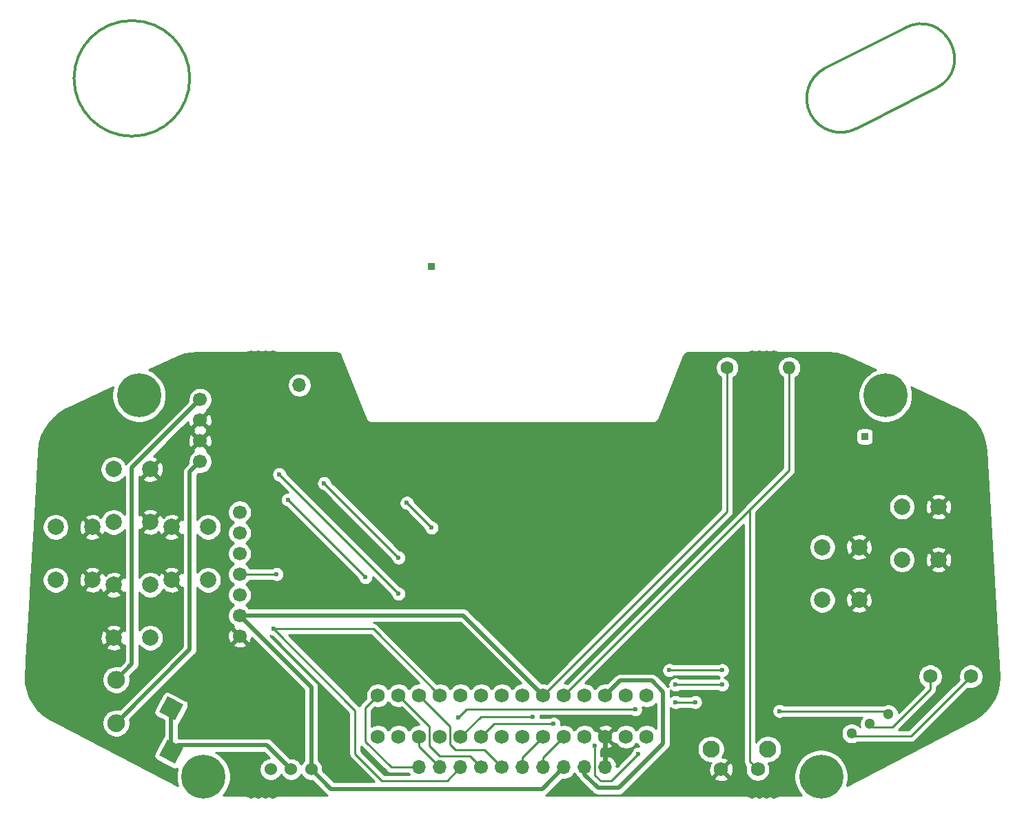
<source format=gbr>
G04 #@! TF.GenerationSoftware,KiCad,Pcbnew,(5.1.9-0-10_14)*
G04 #@! TF.CreationDate,2021-11-21T11:45:30-08:00*
G04 #@! TF.ProjectId,system_advance,73797374-656d-45f6-9164-76616e63652e,1.0-dev1*
G04 #@! TF.SameCoordinates,Original*
G04 #@! TF.FileFunction,Copper,L1,Top*
G04 #@! TF.FilePolarity,Positive*
%FSLAX46Y46*%
G04 Gerber Fmt 4.6, Leading zero omitted, Abs format (unit mm)*
G04 Created by KiCad (PCBNEW (5.1.9-0-10_14)) date 2021-11-21 11:45:30*
%MOMM*%
%LPD*%
G01*
G04 APERTURE LIST*
G04 #@! TA.AperFunction,NonConductor*
%ADD10C,0.300000*%
G04 #@! TD*
G04 #@! TA.AperFunction,SMDPad,CuDef*
%ADD11C,0.100000*%
G04 #@! TD*
G04 #@! TA.AperFunction,ComponentPad*
%ADD12C,1.700000*%
G04 #@! TD*
G04 #@! TA.AperFunction,ComponentPad*
%ADD13O,1.700000X1.700000*%
G04 #@! TD*
G04 #@! TA.AperFunction,ComponentPad*
%ADD14C,1.750000*%
G04 #@! TD*
G04 #@! TA.AperFunction,ComponentPad*
%ADD15C,1.524000*%
G04 #@! TD*
G04 #@! TA.AperFunction,ComponentPad*
%ADD16C,5.399999*%
G04 #@! TD*
G04 #@! TA.AperFunction,ComponentPad*
%ADD17C,0.100000*%
G04 #@! TD*
G04 #@! TA.AperFunction,ComponentPad*
%ADD18C,2.000000*%
G04 #@! TD*
G04 #@! TA.AperFunction,ComponentPad*
%ADD19C,1.300000*%
G04 #@! TD*
G04 #@! TA.AperFunction,ComponentPad*
%ADD20C,1.600000*%
G04 #@! TD*
G04 #@! TA.AperFunction,ComponentPad*
%ADD21O,1.600000X1.600000*%
G04 #@! TD*
G04 #@! TA.AperFunction,ComponentPad*
%ADD22C,2.100000*%
G04 #@! TD*
G04 #@! TA.AperFunction,ViaPad*
%ADD23C,0.600000*%
G04 #@! TD*
G04 #@! TA.AperFunction,Conductor*
%ADD24C,0.609600*%
G04 #@! TD*
G04 #@! TA.AperFunction,Conductor*
%ADD25C,0.254000*%
G04 #@! TD*
G04 #@! TA.AperFunction,Conductor*
%ADD26C,0.508000*%
G04 #@! TD*
G04 #@! TA.AperFunction,Conductor*
%ADD27C,0.100000*%
G04 #@! TD*
G04 APERTURE END LIST*
D10*
X156149122Y-72544738D02*
G75*
G02*
X160008878Y-79959262I1929878J-3707262D01*
G01*
X160008878Y-79959262D02*
X150229878Y-84912262D01*
X156149122Y-72544738D02*
X146370122Y-77497738D01*
X150229878Y-84912262D02*
G75*
G02*
X146370122Y-77497738I-1929878J3707262D01*
G01*
X68326000Y-78740000D02*
G75*
G03*
X68326000Y-78740000I-7112000J0D01*
G01*
G04 #@! TA.AperFunction,SMDPad,CuDef*
D11*
G36*
X151677075Y-122359595D02*
G01*
X151678013Y-122359880D01*
X151678878Y-122360342D01*
X151679636Y-122360963D01*
X151680257Y-122361721D01*
X151680719Y-122362586D01*
X151681004Y-122363524D01*
X151681100Y-122364499D01*
X151681100Y-123215399D01*
X151681004Y-123216374D01*
X151680719Y-123217312D01*
X151680257Y-123218177D01*
X151679636Y-123218935D01*
X151678878Y-123219556D01*
X151678013Y-123220018D01*
X151677075Y-123220303D01*
X151676100Y-123220399D01*
X150837901Y-123220399D01*
X150836926Y-123220303D01*
X150835988Y-123220018D01*
X150835123Y-123219556D01*
X150834365Y-123218935D01*
X150833744Y-123218177D01*
X150833282Y-123217312D01*
X150832997Y-123216374D01*
X150832901Y-123215399D01*
X150832901Y-122364499D01*
X150832997Y-122363524D01*
X150833282Y-122362586D01*
X150833744Y-122361721D01*
X150834365Y-122360963D01*
X150835123Y-122360342D01*
X150835988Y-122359880D01*
X150836926Y-122359595D01*
X150837901Y-122359499D01*
X151676100Y-122359499D01*
X151677075Y-122359595D01*
G37*
G04 #@! TD.AperFunction*
D12*
X106680000Y-163449000D03*
D13*
X109220000Y-163449000D03*
X111760000Y-163449000D03*
X114300000Y-163449000D03*
D12*
X104140000Y-163449000D03*
D13*
X119380000Y-163449000D03*
X96520000Y-163449000D03*
X99060000Y-163449000D03*
X101600000Y-163449000D03*
X116840000Y-163449000D03*
G04 #@! TA.AperFunction,SMDPad,CuDef*
D11*
G36*
X98464075Y-101404595D02*
G01*
X98465013Y-101404880D01*
X98465878Y-101405342D01*
X98466636Y-101405963D01*
X98467257Y-101406721D01*
X98467719Y-101407586D01*
X98468004Y-101408524D01*
X98468100Y-101409499D01*
X98468100Y-102260399D01*
X98468004Y-102261374D01*
X98467719Y-102262312D01*
X98467257Y-102263177D01*
X98466636Y-102263935D01*
X98465878Y-102264556D01*
X98465013Y-102265018D01*
X98464075Y-102265303D01*
X98463100Y-102265399D01*
X97624901Y-102265399D01*
X97623926Y-102265303D01*
X97622988Y-102265018D01*
X97622123Y-102264556D01*
X97621365Y-102263935D01*
X97620744Y-102263177D01*
X97620282Y-102262312D01*
X97619997Y-102261374D01*
X97619901Y-102260399D01*
X97619901Y-101409499D01*
X97619997Y-101408524D01*
X97620282Y-101407586D01*
X97620744Y-101406721D01*
X97621365Y-101405963D01*
X97622123Y-101405342D01*
X97622988Y-101404880D01*
X97623926Y-101404595D01*
X97624901Y-101404499D01*
X98463100Y-101404499D01*
X98464075Y-101404595D01*
G37*
G04 #@! TD.AperFunction*
D14*
X124460000Y-154624000D03*
X121920000Y-154624000D03*
X119380000Y-154624000D03*
X116840000Y-154624000D03*
X114300000Y-154624000D03*
X111760000Y-154624000D03*
X109220000Y-154624000D03*
X106680000Y-154624000D03*
X104140000Y-154624000D03*
X101600000Y-154624000D03*
X99060000Y-154624000D03*
X96520000Y-154624000D03*
X93980000Y-154624000D03*
X91440000Y-154624000D03*
X91440000Y-159704000D03*
X93980000Y-159704000D03*
X96520000Y-159704000D03*
X99060000Y-159704000D03*
X101600000Y-159704000D03*
X104140000Y-159704000D03*
X124460000Y-159704000D03*
X121920000Y-159704000D03*
X119380000Y-159704000D03*
X116840000Y-159704000D03*
X114300000Y-159704000D03*
X111760000Y-159704000D03*
X106680000Y-159704000D03*
X109220000Y-159704000D03*
D15*
X78282800Y-163703000D03*
X80772000Y-163703000D03*
X83261200Y-163703000D03*
D16*
X62103000Y-117729000D03*
D13*
X81788000Y-116459000D03*
D16*
X70002400Y-164592000D03*
X153797000Y-117729000D03*
G04 #@! TA.AperFunction,ComponentPad*
G36*
G01*
X60256689Y-153199399D02*
X60256689Y-153199399D01*
G75*
G02*
X58773054Y-153667188I-975712J507923D01*
G01*
X58773054Y-153667188D01*
G75*
G02*
X58305265Y-152183553I507923J975712D01*
G01*
X58305265Y-152183553D01*
G75*
G02*
X59788900Y-151715764I975712J-507923D01*
G01*
X59788900Y-151715764D01*
G75*
G02*
X60256689Y-153199399I-507923J-975712D01*
G01*
G37*
G04 #@! TD.AperFunction*
G04 #@! TA.AperFunction,ComponentPad*
D17*
G36*
X67523635Y-155742212D02*
G01*
X66507788Y-157693635D01*
X64556365Y-156677788D01*
X65572212Y-154726365D01*
X67523635Y-155742212D01*
G37*
G04 #@! TD.AperFunction*
G04 #@! TA.AperFunction,ComponentPad*
G36*
G01*
X60256689Y-158533399D02*
X60256689Y-158533399D01*
G75*
G02*
X58773054Y-159001188I-975712J507923D01*
G01*
X58773054Y-159001188D01*
G75*
G02*
X58305265Y-157517553I507923J975712D01*
G01*
X58305265Y-157517553D01*
G75*
G02*
X59788900Y-157049764I975712J-507923D01*
G01*
X59788900Y-157049764D01*
G75*
G02*
X60256689Y-158533399I-507923J-975712D01*
G01*
G37*
G04 #@! TD.AperFunction*
G04 #@! TA.AperFunction,ComponentPad*
G36*
X67523635Y-161076212D02*
G01*
X66507788Y-163027635D01*
X64556365Y-162011788D01*
X65572212Y-160060365D01*
X67523635Y-161076212D01*
G37*
G04 #@! TD.AperFunction*
D12*
X74450000Y-147320000D03*
X74450000Y-144780000D03*
X74450000Y-142240000D03*
X74450000Y-139700000D03*
X74450000Y-137160000D03*
X74450000Y-134620000D03*
X74450000Y-132080000D03*
D18*
X150550000Y-142875000D03*
X146050000Y-142875000D03*
X150550000Y-136375000D03*
X146050000Y-136375000D03*
X160329000Y-137922000D03*
X155829000Y-137922000D03*
X160329000Y-131422000D03*
X155829000Y-131422000D03*
X63464000Y-133298000D03*
X58964000Y-133298000D03*
X63464000Y-126798000D03*
X58964000Y-126798000D03*
X58964000Y-141022000D03*
X63464000Y-141022000D03*
X58964000Y-147522000D03*
X63464000Y-147522000D03*
X56352000Y-140410000D03*
X51852000Y-140410000D03*
X56352000Y-133910000D03*
X51852000Y-133910000D03*
X66076000Y-133910000D03*
X70576000Y-133910000D03*
X66076000Y-140410000D03*
X70576000Y-140410000D03*
D19*
X151892000Y-158115000D03*
X149638992Y-159287841D03*
X154145008Y-156942159D03*
D16*
X145897600Y-164592000D03*
D14*
X164298000Y-152273000D03*
X159298000Y-152273000D03*
D20*
X134366000Y-114300000D03*
D21*
X141986000Y-114300000D03*
D22*
X139364000Y-161213000D03*
D14*
X138104000Y-163703000D03*
X133604000Y-163703000D03*
D22*
X132354000Y-161213000D03*
D12*
X69596000Y-123317000D03*
X69596000Y-120777000D03*
X69596000Y-125857000D03*
X69596000Y-118237000D03*
D23*
X86360000Y-141732000D03*
X97028000Y-149098000D03*
X91948000Y-149098000D03*
X86360000Y-157480000D03*
X76073000Y-163195000D03*
X85979000Y-148971000D03*
X85979000Y-148971000D03*
X115570000Y-165608000D03*
X91313000Y-130937000D03*
X102870000Y-151892000D03*
X92710000Y-157734000D03*
X91948000Y-163703000D03*
X129540000Y-159004000D03*
X76454000Y-141224000D03*
X66040000Y-127000000D03*
X127254000Y-151511006D03*
X133731000Y-151511000D03*
X101346008Y-157353000D03*
X123063002Y-156337000D03*
X94996000Y-130937000D03*
X98044006Y-133985000D03*
X93980000Y-137667996D03*
X84835996Y-128523996D03*
X80391000Y-130556000D03*
X89915998Y-140081000D03*
X93980000Y-142113000D03*
X79311499Y-127444501D03*
X133731000Y-153289000D03*
X128016000Y-153289000D03*
X110490010Y-157226000D03*
X118110000Y-160782000D03*
X140779500Y-156527500D03*
X123444000Y-161798000D03*
X113030000Y-158114998D03*
X128016000Y-155448000D03*
X130428998Y-155448000D03*
X78994000Y-139700008D03*
X78613000Y-146431000D03*
D24*
X119380000Y-163449000D02*
X119380000Y-159704000D01*
D25*
X152273000Y-158496000D02*
X151892000Y-158115000D01*
X154686000Y-158496000D02*
X152273000Y-158496000D01*
X159298000Y-153884000D02*
X154686000Y-158496000D01*
X159298000Y-152273000D02*
X159298000Y-153884000D01*
D26*
X61214000Y-126619000D02*
X69596000Y-118237000D01*
X61214000Y-150758453D02*
X61214000Y-126619000D01*
X59280977Y-152691476D02*
X61214000Y-150758453D01*
D25*
X141986000Y-126938000D02*
X114300000Y-154624000D01*
X141986000Y-114300000D02*
X141986000Y-126938000D01*
X137160000Y-131764000D02*
X137256000Y-131668000D01*
X137160000Y-162759000D02*
X137160000Y-131764000D01*
X138104000Y-163703000D02*
X137160000Y-162759000D01*
X133730994Y-151511006D02*
X133731000Y-151511000D01*
X127254000Y-151511006D02*
X133730994Y-151511006D01*
X102362008Y-156337000D02*
X123063002Y-156337000D01*
X101346008Y-157353000D02*
X102362008Y-156337000D01*
D26*
X66040000Y-156210000D02*
X66040000Y-161544000D01*
X77797437Y-160728437D02*
X80772000Y-163703000D01*
X66855563Y-160728437D02*
X77797437Y-160728437D01*
X66040000Y-161544000D02*
X66855563Y-160728437D01*
D25*
X94996000Y-130937000D02*
X98044000Y-133985000D01*
X98044000Y-133985000D02*
X98044006Y-133985000D01*
X93980000Y-137667996D02*
X84836002Y-128523996D01*
X84836002Y-128523996D02*
X84835996Y-128523996D01*
X80690999Y-130856001D02*
X89915998Y-140081000D01*
X80391000Y-130556000D02*
X80690999Y-130856001D01*
X93679999Y-141813001D02*
X79311499Y-127444501D01*
X93980000Y-142113000D02*
X93679999Y-141813001D01*
X133731000Y-153289000D02*
X128016000Y-153289000D01*
X104078000Y-157226000D02*
X110490010Y-157226000D01*
X101600000Y-159704000D02*
X104078000Y-157226000D01*
X120142000Y-165100000D02*
X123444000Y-161798000D01*
X118110000Y-164401500D02*
X118808500Y-165100000D01*
X118808500Y-165100000D02*
X120142000Y-165100000D01*
X118110000Y-160782000D02*
X118110000Y-164401500D01*
X153730349Y-156527500D02*
X140779500Y-156527500D01*
X154145008Y-156942159D02*
X153730349Y-156527500D01*
X104140000Y-159704000D02*
X105729002Y-158114998D01*
X105729002Y-158114998D02*
X113030000Y-158114998D01*
X128016000Y-155448000D02*
X130428998Y-155448000D01*
X156932000Y-159639000D02*
X149990151Y-159639000D01*
X149990151Y-159639000D02*
X149638992Y-159287841D01*
X164298000Y-152273000D02*
X156932000Y-159639000D01*
D26*
X111633000Y-166116000D02*
X114300000Y-163449000D01*
X85674200Y-166116000D02*
X111633000Y-166116000D01*
X83261200Y-163703000D02*
X85674200Y-166116000D01*
X101916000Y-144780000D02*
X74450000Y-144780000D01*
X111760000Y-154624000D02*
X101916000Y-144780000D01*
X83261200Y-153591200D02*
X83261200Y-163703000D01*
X74450000Y-144780000D02*
X83261200Y-153591200D01*
D25*
X134366000Y-132018000D02*
X134366000Y-114300000D01*
X111760000Y-154624000D02*
X134366000Y-132018000D01*
D26*
X68326000Y-127127000D02*
X69596000Y-125857000D01*
X68326000Y-148980453D02*
X68326000Y-127127000D01*
X59280977Y-158025476D02*
X68326000Y-148980453D01*
D25*
X109220000Y-162244000D02*
X111760000Y-159704000D01*
X109220000Y-163449000D02*
X109220000Y-162244000D01*
X111760000Y-162244000D02*
X114300000Y-159704000D01*
X111760000Y-163449000D02*
X111760000Y-162244000D01*
X96520000Y-160909000D02*
X96520000Y-159704000D01*
X99060000Y-163449000D02*
X96520000Y-160909000D01*
X89916000Y-160274000D02*
X89916000Y-156148000D01*
X89916000Y-156148000D02*
X91440000Y-154624000D01*
X93091000Y-163449000D02*
X89916000Y-160274000D01*
X96520000Y-163449000D02*
X93091000Y-163449000D01*
X74450000Y-139700000D02*
X78993992Y-139700000D01*
X78993992Y-139700000D02*
X78994000Y-139700008D01*
X97790000Y-158434000D02*
X93980000Y-154624000D01*
X97790000Y-160782000D02*
X97790000Y-158434000D01*
X99060000Y-162052000D02*
X97790000Y-160782000D01*
X102743000Y-162052000D02*
X99060000Y-162052000D01*
X104140000Y-163449000D02*
X102743000Y-162052000D01*
X100330000Y-160655000D02*
X100330000Y-158434000D01*
X104521000Y-161290000D02*
X100965000Y-161290000D01*
X100330000Y-158434000D02*
X96520000Y-154624000D01*
X100965000Y-161290000D02*
X100330000Y-160655000D01*
X106680000Y-163449000D02*
X104521000Y-161290000D01*
X90867000Y-146431000D02*
X99060000Y-154624000D01*
X78613000Y-146431000D02*
X90867000Y-146431000D01*
X88646000Y-161798000D02*
X88646000Y-156464000D01*
X91948000Y-165100000D02*
X88646000Y-161798000D01*
X99949000Y-165100000D02*
X91948000Y-165100000D01*
X88646000Y-156464000D02*
X78613000Y-146431000D01*
X101600000Y-163449000D02*
X99949000Y-165100000D01*
D26*
X116840000Y-164338000D02*
X116840000Y-163449000D01*
X118491000Y-165989000D02*
X116840000Y-164338000D01*
X121031000Y-165989000D02*
X118491000Y-165989000D01*
X126492000Y-160528000D02*
X121031000Y-165989000D01*
X125095000Y-152781000D02*
X126492000Y-154178000D01*
X126492000Y-154178000D02*
X126492000Y-160528000D01*
X121223000Y-152781000D02*
X125095000Y-152781000D01*
X119380000Y-154624000D02*
X121223000Y-152781000D01*
D25*
X140088901Y-112293821D02*
X140250688Y-112360836D01*
X140375240Y-112385611D01*
X140481367Y-112442337D01*
X140619915Y-112484365D01*
X140727895Y-112495000D01*
X140764000Y-112498556D01*
X140800105Y-112495000D01*
X146784082Y-112495000D01*
X147713803Y-112565722D01*
X148606680Y-112772680D01*
X149074598Y-112941726D01*
X152611583Y-114610239D01*
X152217285Y-114773562D01*
X151671062Y-115138537D01*
X151206537Y-115603062D01*
X150841562Y-116149285D01*
X150590163Y-116756217D01*
X150462001Y-117400531D01*
X150462001Y-118057469D01*
X150590163Y-118701783D01*
X150841562Y-119308715D01*
X151206537Y-119854938D01*
X151671062Y-120319463D01*
X152217285Y-120684438D01*
X152824217Y-120935837D01*
X153468531Y-121063999D01*
X154125469Y-121063999D01*
X154769783Y-120935837D01*
X155376715Y-120684438D01*
X155922938Y-120319463D01*
X156387463Y-119854938D01*
X156752438Y-119308715D01*
X157003837Y-118701783D01*
X157131999Y-118057469D01*
X157131999Y-117400531D01*
X157003837Y-116756217D01*
X156965739Y-116664239D01*
X162733113Y-119384902D01*
X163540504Y-119849556D01*
X164248034Y-120414782D01*
X164861928Y-121080527D01*
X165368055Y-121831468D01*
X165754772Y-122650330D01*
X166013178Y-123518264D01*
X166140825Y-124440575D01*
X166142189Y-124465403D01*
X166142143Y-124466547D01*
X167760379Y-152345492D01*
X167691278Y-153253901D01*
X167487064Y-154134943D01*
X167151930Y-154974961D01*
X166693590Y-155754624D01*
X166122591Y-156455986D01*
X165448942Y-157065743D01*
X164812002Y-157497074D01*
X149045923Y-165706049D01*
X149104437Y-165564783D01*
X149232599Y-164920469D01*
X149232599Y-164263531D01*
X149104437Y-163619217D01*
X148853038Y-163012285D01*
X148488063Y-162466062D01*
X148023538Y-162001537D01*
X147477315Y-161636562D01*
X146870383Y-161385163D01*
X146226069Y-161257001D01*
X145569131Y-161257001D01*
X144924817Y-161385163D01*
X144317885Y-161636562D01*
X143771662Y-162001537D01*
X143307137Y-162466062D01*
X142942162Y-163012285D01*
X142690763Y-163619217D01*
X142562601Y-164263531D01*
X142562601Y-164920469D01*
X142690763Y-165564783D01*
X142942162Y-166171715D01*
X143307137Y-166717938D01*
X143494199Y-166905000D01*
X140800105Y-166905000D01*
X140764000Y-166901444D01*
X140727895Y-166905000D01*
X140619915Y-166915635D01*
X140481367Y-166957663D01*
X140375240Y-167014389D01*
X140250688Y-167039164D01*
X140088901Y-167106179D01*
X140065500Y-167121815D01*
X140042099Y-167106179D01*
X139880312Y-167039164D01*
X139708559Y-167005000D01*
X139533441Y-167005000D01*
X139361688Y-167039164D01*
X139199901Y-167106179D01*
X139176500Y-167121815D01*
X139153099Y-167106179D01*
X138991312Y-167039164D01*
X138819559Y-167005000D01*
X138644441Y-167005000D01*
X138472688Y-167039164D01*
X138310901Y-167106179D01*
X138287500Y-167121815D01*
X138264099Y-167106179D01*
X138102312Y-167039164D01*
X137930559Y-167005000D01*
X137755441Y-167005000D01*
X137583688Y-167039164D01*
X137421901Y-167106179D01*
X137398500Y-167121815D01*
X137375099Y-167106179D01*
X137213312Y-167039164D01*
X137088760Y-167014389D01*
X136982633Y-166957663D01*
X136844085Y-166915635D01*
X136736105Y-166905000D01*
X136700000Y-166901444D01*
X136663895Y-166905000D01*
X112042769Y-166905000D01*
X112129291Y-166858753D01*
X112264659Y-166747659D01*
X112292499Y-166713736D01*
X114085758Y-164920477D01*
X114153740Y-164934000D01*
X114446260Y-164934000D01*
X114733158Y-164876932D01*
X115003411Y-164764990D01*
X115246632Y-164602475D01*
X115453475Y-164395632D01*
X115570000Y-164221240D01*
X115686525Y-164395632D01*
X115893368Y-164602475D01*
X116017769Y-164685597D01*
X116097247Y-164834290D01*
X116208341Y-164969659D01*
X116242264Y-164997499D01*
X117831506Y-166586742D01*
X117859341Y-166620659D01*
X117994709Y-166731753D01*
X118149149Y-166814303D01*
X118256619Y-166846903D01*
X118316725Y-166865136D01*
X118491000Y-166882301D01*
X118534668Y-166878000D01*
X120987340Y-166878000D01*
X121031000Y-166882300D01*
X121074660Y-166878000D01*
X121074667Y-166878000D01*
X121205274Y-166865136D01*
X121372851Y-166814303D01*
X121527291Y-166731753D01*
X121662659Y-166620659D01*
X121690499Y-166586736D01*
X123527995Y-164749240D01*
X132737365Y-164749240D01*
X132818025Y-165000868D01*
X133086329Y-165129267D01*
X133374526Y-165202855D01*
X133671543Y-165218804D01*
X133965963Y-165176501D01*
X134246474Y-165077572D01*
X134389975Y-165000868D01*
X134470635Y-164749240D01*
X133604000Y-163882605D01*
X132737365Y-164749240D01*
X123527995Y-164749240D01*
X127089736Y-161187499D01*
X127123659Y-161159659D01*
X127216081Y-161047042D01*
X130669000Y-161047042D01*
X130669000Y-161378958D01*
X130733754Y-161704496D01*
X130860772Y-162011147D01*
X131045175Y-162287125D01*
X131279875Y-162521825D01*
X131555853Y-162706228D01*
X131862504Y-162833246D01*
X132188042Y-162898000D01*
X132365483Y-162898000D01*
X132306132Y-162917025D01*
X132177733Y-163185329D01*
X132104145Y-163473526D01*
X132088196Y-163770543D01*
X132130499Y-164064963D01*
X132229428Y-164345474D01*
X132306132Y-164488975D01*
X132557760Y-164569635D01*
X133424395Y-163703000D01*
X133783605Y-163703000D01*
X134650240Y-164569635D01*
X134901868Y-164488975D01*
X135030267Y-164220671D01*
X135103855Y-163932474D01*
X135119804Y-163635457D01*
X135077501Y-163341037D01*
X134978572Y-163060526D01*
X134901868Y-162917025D01*
X134650240Y-162836365D01*
X133783605Y-163703000D01*
X133424395Y-163703000D01*
X133410253Y-163688858D01*
X133589858Y-163509253D01*
X133604000Y-163523395D01*
X134470635Y-162656760D01*
X134389975Y-162405132D01*
X134121671Y-162276733D01*
X133833474Y-162203145D01*
X133722906Y-162197208D01*
X133847228Y-162011147D01*
X133974246Y-161704496D01*
X134039000Y-161378958D01*
X134039000Y-161047042D01*
X133974246Y-160721504D01*
X133847228Y-160414853D01*
X133662825Y-160138875D01*
X133428125Y-159904175D01*
X133152147Y-159719772D01*
X132845496Y-159592754D01*
X132519958Y-159528000D01*
X132188042Y-159528000D01*
X131862504Y-159592754D01*
X131555853Y-159719772D01*
X131279875Y-159904175D01*
X131045175Y-160138875D01*
X130860772Y-160414853D01*
X130733754Y-160721504D01*
X130669000Y-161047042D01*
X127216081Y-161047042D01*
X127234753Y-161024291D01*
X127317303Y-160869851D01*
X127354090Y-160748578D01*
X127368136Y-160702276D01*
X127380884Y-160572841D01*
X127381000Y-160571667D01*
X127381000Y-160571661D01*
X127385300Y-160528001D01*
X127381000Y-160484341D01*
X127381000Y-156135290D01*
X127419972Y-156174262D01*
X127573111Y-156276586D01*
X127743271Y-156347068D01*
X127923911Y-156383000D01*
X128108089Y-156383000D01*
X128288729Y-156347068D01*
X128458889Y-156276586D01*
X128558542Y-156210000D01*
X129886456Y-156210000D01*
X129986109Y-156276586D01*
X130156269Y-156347068D01*
X130336909Y-156383000D01*
X130521087Y-156383000D01*
X130701727Y-156347068D01*
X130871887Y-156276586D01*
X131025026Y-156174262D01*
X131155260Y-156044028D01*
X131257584Y-155890889D01*
X131328066Y-155720729D01*
X131363998Y-155540089D01*
X131363998Y-155355911D01*
X131328066Y-155175271D01*
X131257584Y-155005111D01*
X131155260Y-154851972D01*
X131025026Y-154721738D01*
X130871887Y-154619414D01*
X130701727Y-154548932D01*
X130521087Y-154513000D01*
X130336909Y-154513000D01*
X130156269Y-154548932D01*
X129986109Y-154619414D01*
X129886456Y-154686000D01*
X128558542Y-154686000D01*
X128458889Y-154619414D01*
X128288729Y-154548932D01*
X128108089Y-154513000D01*
X127923911Y-154513000D01*
X127743271Y-154548932D01*
X127573111Y-154619414D01*
X127419972Y-154721738D01*
X127381000Y-154760710D01*
X127381000Y-154221659D01*
X127385300Y-154177999D01*
X127381000Y-154134334D01*
X127381000Y-154134333D01*
X127371008Y-154032881D01*
X127368136Y-154003724D01*
X127350589Y-153945879D01*
X127419972Y-154015262D01*
X127573111Y-154117586D01*
X127743271Y-154188068D01*
X127923911Y-154224000D01*
X128108089Y-154224000D01*
X128288729Y-154188068D01*
X128458889Y-154117586D01*
X128558542Y-154051000D01*
X133188458Y-154051000D01*
X133288111Y-154117586D01*
X133458271Y-154188068D01*
X133638911Y-154224000D01*
X133823089Y-154224000D01*
X134003729Y-154188068D01*
X134173889Y-154117586D01*
X134327028Y-154015262D01*
X134457262Y-153885028D01*
X134559586Y-153731889D01*
X134630068Y-153561729D01*
X134666000Y-153381089D01*
X134666000Y-153196911D01*
X134630068Y-153016271D01*
X134559586Y-152846111D01*
X134457262Y-152692972D01*
X134327028Y-152562738D01*
X134173889Y-152460414D01*
X134028036Y-152400000D01*
X134173889Y-152339586D01*
X134327028Y-152237262D01*
X134457262Y-152107028D01*
X134559586Y-151953889D01*
X134630068Y-151783729D01*
X134666000Y-151603089D01*
X134666000Y-151418911D01*
X134630068Y-151238271D01*
X134559586Y-151068111D01*
X134457262Y-150914972D01*
X134327028Y-150784738D01*
X134173889Y-150682414D01*
X134003729Y-150611932D01*
X133823089Y-150576000D01*
X133638911Y-150576000D01*
X133458271Y-150611932D01*
X133288111Y-150682414D01*
X133188449Y-150749006D01*
X127796542Y-150749006D01*
X127696889Y-150682420D01*
X127526729Y-150611938D01*
X127346089Y-150576006D01*
X127161911Y-150576006D01*
X126981271Y-150611938D01*
X126811111Y-150682420D01*
X126657972Y-150784744D01*
X126527738Y-150914978D01*
X126425414Y-151068117D01*
X126354932Y-151238277D01*
X126319000Y-151418917D01*
X126319000Y-151603095D01*
X126354932Y-151783735D01*
X126425414Y-151953895D01*
X126527738Y-152107034D01*
X126657972Y-152237268D01*
X126811111Y-152339592D01*
X126981271Y-152410074D01*
X127161911Y-152446006D01*
X127346089Y-152446006D01*
X127526729Y-152410074D01*
X127696889Y-152339592D01*
X127796542Y-152273006D01*
X133188467Y-152273006D01*
X133288111Y-152339586D01*
X133433964Y-152400000D01*
X133288111Y-152460414D01*
X133188458Y-152527000D01*
X128558542Y-152527000D01*
X128458889Y-152460414D01*
X128288729Y-152389932D01*
X128108089Y-152354000D01*
X127923911Y-152354000D01*
X127743271Y-152389932D01*
X127573111Y-152460414D01*
X127419972Y-152562738D01*
X127289738Y-152692972D01*
X127187414Y-152846111D01*
X127116932Y-153016271D01*
X127081000Y-153196911D01*
X127081000Y-153381089D01*
X127111962Y-153536741D01*
X127089737Y-153518502D01*
X125754499Y-152183264D01*
X125726659Y-152149341D01*
X125591291Y-152038247D01*
X125436851Y-151955697D01*
X125269274Y-151904864D01*
X125138667Y-151892000D01*
X125138660Y-151892000D01*
X125095000Y-151887700D01*
X125051340Y-151892000D01*
X121266668Y-151892000D01*
X121223000Y-151887699D01*
X121048725Y-151904864D01*
X121036126Y-151908686D01*
X120881149Y-151955697D01*
X120726709Y-152038247D01*
X120591341Y-152149341D01*
X120563506Y-152183258D01*
X119615503Y-153131262D01*
X119528722Y-153114000D01*
X119231278Y-153114000D01*
X118939549Y-153172029D01*
X118664747Y-153285856D01*
X118417431Y-153451107D01*
X118207107Y-153661431D01*
X118110000Y-153806762D01*
X118012893Y-153661431D01*
X117802569Y-153451107D01*
X117555253Y-153285856D01*
X117280451Y-153172029D01*
X116988722Y-153114000D01*
X116887630Y-153114000D01*
X136398001Y-133603629D01*
X136398000Y-162721577D01*
X136394314Y-162759000D01*
X136398000Y-162796423D01*
X136398000Y-162796425D01*
X136409026Y-162908377D01*
X136452598Y-163052014D01*
X136474029Y-163092109D01*
X136523355Y-163184392D01*
X136562983Y-163232678D01*
X136618578Y-163300422D01*
X136640858Y-163318707D01*
X136594000Y-163554278D01*
X136594000Y-163851722D01*
X136652029Y-164143451D01*
X136765856Y-164418253D01*
X136931107Y-164665569D01*
X137141431Y-164875893D01*
X137388747Y-165041144D01*
X137663549Y-165154971D01*
X137955278Y-165213000D01*
X138252722Y-165213000D01*
X138544451Y-165154971D01*
X138819253Y-165041144D01*
X139066569Y-164875893D01*
X139276893Y-164665569D01*
X139442144Y-164418253D01*
X139555971Y-164143451D01*
X139614000Y-163851722D01*
X139614000Y-163554278D01*
X139555971Y-163262549D01*
X139442144Y-162987747D01*
X139382177Y-162898000D01*
X139529958Y-162898000D01*
X139855496Y-162833246D01*
X140162147Y-162706228D01*
X140438125Y-162521825D01*
X140672825Y-162287125D01*
X140857228Y-162011147D01*
X140984246Y-161704496D01*
X141049000Y-161378958D01*
X141049000Y-161047042D01*
X140984246Y-160721504D01*
X140857228Y-160414853D01*
X140672825Y-160138875D01*
X140438125Y-159904175D01*
X140162147Y-159719772D01*
X139855496Y-159592754D01*
X139529958Y-159528000D01*
X139198042Y-159528000D01*
X138872504Y-159592754D01*
X138565853Y-159719772D01*
X138289875Y-159904175D01*
X138055175Y-160138875D01*
X137922000Y-160338185D01*
X137922000Y-156435411D01*
X139844500Y-156435411D01*
X139844500Y-156619589D01*
X139880432Y-156800229D01*
X139950914Y-156970389D01*
X140053238Y-157123528D01*
X140183472Y-157253762D01*
X140336611Y-157356086D01*
X140506771Y-157426568D01*
X140687411Y-157462500D01*
X140871589Y-157462500D01*
X141052229Y-157426568D01*
X141222389Y-157356086D01*
X141322042Y-157289500D01*
X150900235Y-157289500D01*
X150893875Y-157295860D01*
X150753247Y-157506324D01*
X150656381Y-157740179D01*
X150607000Y-157988439D01*
X150607000Y-158241561D01*
X150656381Y-158489821D01*
X150664784Y-158510107D01*
X150637117Y-158468701D01*
X150458132Y-158289716D01*
X150247668Y-158149088D01*
X150013813Y-158052222D01*
X149765553Y-158002841D01*
X149512431Y-158002841D01*
X149264171Y-158052222D01*
X149030316Y-158149088D01*
X148819852Y-158289716D01*
X148640867Y-158468701D01*
X148500239Y-158679165D01*
X148403373Y-158913020D01*
X148353992Y-159161280D01*
X148353992Y-159414402D01*
X148403373Y-159662662D01*
X148500239Y-159896517D01*
X148640867Y-160106981D01*
X148819852Y-160285966D01*
X149030316Y-160426594D01*
X149264171Y-160523460D01*
X149512431Y-160572841D01*
X149765553Y-160572841D01*
X150013813Y-160523460D01*
X150247668Y-160426594D01*
X150285972Y-160401000D01*
X156894577Y-160401000D01*
X156932000Y-160404686D01*
X156969423Y-160401000D01*
X156969426Y-160401000D01*
X157081378Y-160389974D01*
X157225015Y-160346402D01*
X157357392Y-160275645D01*
X157473422Y-160180422D01*
X157497284Y-160151346D01*
X163912691Y-153735940D01*
X164149278Y-153783000D01*
X164446722Y-153783000D01*
X164738451Y-153724971D01*
X165013253Y-153611144D01*
X165260569Y-153445893D01*
X165470893Y-153235569D01*
X165636144Y-152988253D01*
X165749971Y-152713451D01*
X165808000Y-152421722D01*
X165808000Y-152124278D01*
X165749971Y-151832549D01*
X165636144Y-151557747D01*
X165470893Y-151310431D01*
X165260569Y-151100107D01*
X165013253Y-150934856D01*
X164738451Y-150821029D01*
X164446722Y-150763000D01*
X164149278Y-150763000D01*
X163857549Y-150821029D01*
X163582747Y-150934856D01*
X163335431Y-151100107D01*
X163125107Y-151310431D01*
X162959856Y-151557747D01*
X162846029Y-151832549D01*
X162788000Y-152124278D01*
X162788000Y-152421722D01*
X162835060Y-152658309D01*
X156616370Y-158877000D01*
X155382630Y-158877000D01*
X159810352Y-154449279D01*
X159839422Y-154425422D01*
X159894653Y-154358123D01*
X159934645Y-154309393D01*
X159998776Y-154189411D01*
X160005402Y-154177015D01*
X160048974Y-154033378D01*
X160060000Y-153921426D01*
X160060000Y-153921423D01*
X160063686Y-153884000D01*
X160060000Y-153846577D01*
X160060000Y-153579909D01*
X160260569Y-153445893D01*
X160470893Y-153235569D01*
X160636144Y-152988253D01*
X160749971Y-152713451D01*
X160808000Y-152421722D01*
X160808000Y-152124278D01*
X160749971Y-151832549D01*
X160636144Y-151557747D01*
X160470893Y-151310431D01*
X160260569Y-151100107D01*
X160013253Y-150934856D01*
X159738451Y-150821029D01*
X159446722Y-150763000D01*
X159149278Y-150763000D01*
X158857549Y-150821029D01*
X158582747Y-150934856D01*
X158335431Y-151100107D01*
X158125107Y-151310431D01*
X157959856Y-151557747D01*
X157846029Y-151832549D01*
X157788000Y-152124278D01*
X157788000Y-152421722D01*
X157846029Y-152713451D01*
X157959856Y-152988253D01*
X158125107Y-153235569D01*
X158335431Y-153445893D01*
X158529082Y-153575287D01*
X155406576Y-156697794D01*
X155380627Y-156567338D01*
X155283761Y-156333483D01*
X155143133Y-156123019D01*
X154964148Y-155944034D01*
X154753684Y-155803406D01*
X154519829Y-155706540D01*
X154271569Y-155657159D01*
X154018447Y-155657159D01*
X153770187Y-155706540D01*
X153627845Y-155765500D01*
X141322042Y-155765500D01*
X141222389Y-155698914D01*
X141052229Y-155628432D01*
X140871589Y-155592500D01*
X140687411Y-155592500D01*
X140506771Y-155628432D01*
X140336611Y-155698914D01*
X140183472Y-155801238D01*
X140053238Y-155931472D01*
X139950914Y-156084611D01*
X139880432Y-156254771D01*
X139844500Y-156435411D01*
X137922000Y-156435411D01*
X137922000Y-142713967D01*
X144415000Y-142713967D01*
X144415000Y-143036033D01*
X144477832Y-143351912D01*
X144601082Y-143649463D01*
X144780013Y-143917252D01*
X145007748Y-144144987D01*
X145275537Y-144323918D01*
X145573088Y-144447168D01*
X145888967Y-144510000D01*
X146211033Y-144510000D01*
X146526912Y-144447168D01*
X146824463Y-144323918D01*
X147092252Y-144144987D01*
X147226826Y-144010413D01*
X149594192Y-144010413D01*
X149689956Y-144274814D01*
X149979571Y-144415704D01*
X150291108Y-144497384D01*
X150612595Y-144516718D01*
X150931675Y-144472961D01*
X151236088Y-144367795D01*
X151410044Y-144274814D01*
X151505808Y-144010413D01*
X150550000Y-143054605D01*
X149594192Y-144010413D01*
X147226826Y-144010413D01*
X147319987Y-143917252D01*
X147498918Y-143649463D01*
X147622168Y-143351912D01*
X147685000Y-143036033D01*
X147685000Y-142937595D01*
X148908282Y-142937595D01*
X148952039Y-143256675D01*
X149057205Y-143561088D01*
X149150186Y-143735044D01*
X149414587Y-143830808D01*
X150370395Y-142875000D01*
X150729605Y-142875000D01*
X151685413Y-143830808D01*
X151949814Y-143735044D01*
X152090704Y-143445429D01*
X152172384Y-143133892D01*
X152191718Y-142812405D01*
X152147961Y-142493325D01*
X152042795Y-142188912D01*
X151949814Y-142014956D01*
X151685413Y-141919192D01*
X150729605Y-142875000D01*
X150370395Y-142875000D01*
X149414587Y-141919192D01*
X149150186Y-142014956D01*
X149009296Y-142304571D01*
X148927616Y-142616108D01*
X148908282Y-142937595D01*
X147685000Y-142937595D01*
X147685000Y-142713967D01*
X147622168Y-142398088D01*
X147498918Y-142100537D01*
X147319987Y-141832748D01*
X147226826Y-141739587D01*
X149594192Y-141739587D01*
X150550000Y-142695395D01*
X151505808Y-141739587D01*
X151410044Y-141475186D01*
X151120429Y-141334296D01*
X150808892Y-141252616D01*
X150487405Y-141233282D01*
X150168325Y-141277039D01*
X149863912Y-141382205D01*
X149689956Y-141475186D01*
X149594192Y-141739587D01*
X147226826Y-141739587D01*
X147092252Y-141605013D01*
X146824463Y-141426082D01*
X146526912Y-141302832D01*
X146211033Y-141240000D01*
X145888967Y-141240000D01*
X145573088Y-141302832D01*
X145275537Y-141426082D01*
X145007748Y-141605013D01*
X144780013Y-141832748D01*
X144601082Y-142100537D01*
X144477832Y-142398088D01*
X144415000Y-142713967D01*
X137922000Y-142713967D01*
X137922000Y-136213967D01*
X144415000Y-136213967D01*
X144415000Y-136536033D01*
X144477832Y-136851912D01*
X144601082Y-137149463D01*
X144780013Y-137417252D01*
X145007748Y-137644987D01*
X145275537Y-137823918D01*
X145573088Y-137947168D01*
X145888967Y-138010000D01*
X146211033Y-138010000D01*
X146526912Y-137947168D01*
X146824463Y-137823918D01*
X147092252Y-137644987D01*
X147226826Y-137510413D01*
X149594192Y-137510413D01*
X149689956Y-137774814D01*
X149979571Y-137915704D01*
X150291108Y-137997384D01*
X150612595Y-138016718D01*
X150931675Y-137972961D01*
X151236088Y-137867795D01*
X151410044Y-137774814D01*
X151415059Y-137760967D01*
X154194000Y-137760967D01*
X154194000Y-138083033D01*
X154256832Y-138398912D01*
X154380082Y-138696463D01*
X154559013Y-138964252D01*
X154786748Y-139191987D01*
X155054537Y-139370918D01*
X155352088Y-139494168D01*
X155667967Y-139557000D01*
X155990033Y-139557000D01*
X156305912Y-139494168D01*
X156603463Y-139370918D01*
X156871252Y-139191987D01*
X157005826Y-139057413D01*
X159373192Y-139057413D01*
X159468956Y-139321814D01*
X159758571Y-139462704D01*
X160070108Y-139544384D01*
X160391595Y-139563718D01*
X160710675Y-139519961D01*
X161015088Y-139414795D01*
X161189044Y-139321814D01*
X161284808Y-139057413D01*
X160329000Y-138101605D01*
X159373192Y-139057413D01*
X157005826Y-139057413D01*
X157098987Y-138964252D01*
X157277918Y-138696463D01*
X157401168Y-138398912D01*
X157464000Y-138083033D01*
X157464000Y-137984595D01*
X158687282Y-137984595D01*
X158731039Y-138303675D01*
X158836205Y-138608088D01*
X158929186Y-138782044D01*
X159193587Y-138877808D01*
X160149395Y-137922000D01*
X160508605Y-137922000D01*
X161464413Y-138877808D01*
X161728814Y-138782044D01*
X161869704Y-138492429D01*
X161951384Y-138180892D01*
X161970718Y-137859405D01*
X161926961Y-137540325D01*
X161821795Y-137235912D01*
X161728814Y-137061956D01*
X161464413Y-136966192D01*
X160508605Y-137922000D01*
X160149395Y-137922000D01*
X159193587Y-136966192D01*
X158929186Y-137061956D01*
X158788296Y-137351571D01*
X158706616Y-137663108D01*
X158687282Y-137984595D01*
X157464000Y-137984595D01*
X157464000Y-137760967D01*
X157401168Y-137445088D01*
X157277918Y-137147537D01*
X157098987Y-136879748D01*
X157005826Y-136786587D01*
X159373192Y-136786587D01*
X160329000Y-137742395D01*
X161284808Y-136786587D01*
X161189044Y-136522186D01*
X160899429Y-136381296D01*
X160587892Y-136299616D01*
X160266405Y-136280282D01*
X159947325Y-136324039D01*
X159642912Y-136429205D01*
X159468956Y-136522186D01*
X159373192Y-136786587D01*
X157005826Y-136786587D01*
X156871252Y-136652013D01*
X156603463Y-136473082D01*
X156305912Y-136349832D01*
X155990033Y-136287000D01*
X155667967Y-136287000D01*
X155352088Y-136349832D01*
X155054537Y-136473082D01*
X154786748Y-136652013D01*
X154559013Y-136879748D01*
X154380082Y-137147537D01*
X154256832Y-137445088D01*
X154194000Y-137760967D01*
X151415059Y-137760967D01*
X151505808Y-137510413D01*
X150550000Y-136554605D01*
X149594192Y-137510413D01*
X147226826Y-137510413D01*
X147319987Y-137417252D01*
X147498918Y-137149463D01*
X147622168Y-136851912D01*
X147685000Y-136536033D01*
X147685000Y-136437595D01*
X148908282Y-136437595D01*
X148952039Y-136756675D01*
X149057205Y-137061088D01*
X149150186Y-137235044D01*
X149414587Y-137330808D01*
X150370395Y-136375000D01*
X150729605Y-136375000D01*
X151685413Y-137330808D01*
X151949814Y-137235044D01*
X152090704Y-136945429D01*
X152172384Y-136633892D01*
X152191718Y-136312405D01*
X152147961Y-135993325D01*
X152042795Y-135688912D01*
X151949814Y-135514956D01*
X151685413Y-135419192D01*
X150729605Y-136375000D01*
X150370395Y-136375000D01*
X149414587Y-135419192D01*
X149150186Y-135514956D01*
X149009296Y-135804571D01*
X148927616Y-136116108D01*
X148908282Y-136437595D01*
X147685000Y-136437595D01*
X147685000Y-136213967D01*
X147622168Y-135898088D01*
X147498918Y-135600537D01*
X147319987Y-135332748D01*
X147226826Y-135239587D01*
X149594192Y-135239587D01*
X150550000Y-136195395D01*
X151505808Y-135239587D01*
X151410044Y-134975186D01*
X151120429Y-134834296D01*
X150808892Y-134752616D01*
X150487405Y-134733282D01*
X150168325Y-134777039D01*
X149863912Y-134882205D01*
X149689956Y-134975186D01*
X149594192Y-135239587D01*
X147226826Y-135239587D01*
X147092252Y-135105013D01*
X146824463Y-134926082D01*
X146526912Y-134802832D01*
X146211033Y-134740000D01*
X145888967Y-134740000D01*
X145573088Y-134802832D01*
X145275537Y-134926082D01*
X145007748Y-135105013D01*
X144780013Y-135332748D01*
X144601082Y-135600537D01*
X144477832Y-135898088D01*
X144415000Y-136213967D01*
X137922000Y-136213967D01*
X137922000Y-132079630D01*
X138740663Y-131260967D01*
X154194000Y-131260967D01*
X154194000Y-131583033D01*
X154256832Y-131898912D01*
X154380082Y-132196463D01*
X154559013Y-132464252D01*
X154786748Y-132691987D01*
X155054537Y-132870918D01*
X155352088Y-132994168D01*
X155667967Y-133057000D01*
X155990033Y-133057000D01*
X156305912Y-132994168D01*
X156603463Y-132870918D01*
X156871252Y-132691987D01*
X157005826Y-132557413D01*
X159373192Y-132557413D01*
X159468956Y-132821814D01*
X159758571Y-132962704D01*
X160070108Y-133044384D01*
X160391595Y-133063718D01*
X160710675Y-133019961D01*
X161015088Y-132914795D01*
X161189044Y-132821814D01*
X161284808Y-132557413D01*
X160329000Y-131601605D01*
X159373192Y-132557413D01*
X157005826Y-132557413D01*
X157098987Y-132464252D01*
X157277918Y-132196463D01*
X157401168Y-131898912D01*
X157464000Y-131583033D01*
X157464000Y-131484595D01*
X158687282Y-131484595D01*
X158731039Y-131803675D01*
X158836205Y-132108088D01*
X158929186Y-132282044D01*
X159193587Y-132377808D01*
X160149395Y-131422000D01*
X160508605Y-131422000D01*
X161464413Y-132377808D01*
X161728814Y-132282044D01*
X161869704Y-131992429D01*
X161951384Y-131680892D01*
X161970718Y-131359405D01*
X161926961Y-131040325D01*
X161821795Y-130735912D01*
X161728814Y-130561956D01*
X161464413Y-130466192D01*
X160508605Y-131422000D01*
X160149395Y-131422000D01*
X159193587Y-130466192D01*
X158929186Y-130561956D01*
X158788296Y-130851571D01*
X158706616Y-131163108D01*
X158687282Y-131484595D01*
X157464000Y-131484595D01*
X157464000Y-131260967D01*
X157401168Y-130945088D01*
X157277918Y-130647537D01*
X157098987Y-130379748D01*
X157005826Y-130286587D01*
X159373192Y-130286587D01*
X160329000Y-131242395D01*
X161284808Y-130286587D01*
X161189044Y-130022186D01*
X160899429Y-129881296D01*
X160587892Y-129799616D01*
X160266405Y-129780282D01*
X159947325Y-129824039D01*
X159642912Y-129929205D01*
X159468956Y-130022186D01*
X159373192Y-130286587D01*
X157005826Y-130286587D01*
X156871252Y-130152013D01*
X156603463Y-129973082D01*
X156305912Y-129849832D01*
X155990033Y-129787000D01*
X155667967Y-129787000D01*
X155352088Y-129849832D01*
X155054537Y-129973082D01*
X154786748Y-130152013D01*
X154559013Y-130379748D01*
X154380082Y-130647537D01*
X154256832Y-130945088D01*
X154194000Y-131260967D01*
X138740663Y-131260967D01*
X142498346Y-127503284D01*
X142527422Y-127479422D01*
X142587857Y-127405781D01*
X142622645Y-127363393D01*
X142668023Y-127278495D01*
X142693402Y-127231015D01*
X142736974Y-127087378D01*
X142748000Y-126975426D01*
X142748000Y-126975423D01*
X142751686Y-126938000D01*
X142748000Y-126900577D01*
X142748000Y-122364499D01*
X150194829Y-122364499D01*
X150194829Y-123215399D01*
X150197900Y-123277922D01*
X150197996Y-123278897D01*
X150222484Y-123401871D01*
X150222769Y-123402809D01*
X150270458Y-123517919D01*
X150270920Y-123518784D01*
X150340165Y-123622547D01*
X150340786Y-123623305D01*
X150429995Y-123712514D01*
X150430753Y-123713135D01*
X150534516Y-123782380D01*
X150535381Y-123782842D01*
X150650491Y-123830531D01*
X150651429Y-123830816D01*
X150774403Y-123855304D01*
X150775378Y-123855400D01*
X150837901Y-123858471D01*
X151676100Y-123858471D01*
X151738623Y-123855400D01*
X151739598Y-123855304D01*
X151862572Y-123830816D01*
X151863510Y-123830531D01*
X151978620Y-123782842D01*
X151979485Y-123782380D01*
X152083248Y-123713135D01*
X152084006Y-123712514D01*
X152173215Y-123623305D01*
X152173836Y-123622547D01*
X152243081Y-123518784D01*
X152243543Y-123517919D01*
X152291232Y-123402809D01*
X152291517Y-123401871D01*
X152316005Y-123278897D01*
X152316101Y-123277922D01*
X152319172Y-123215399D01*
X152319172Y-122364499D01*
X152316101Y-122301976D01*
X152316005Y-122301001D01*
X152291517Y-122178027D01*
X152291232Y-122177089D01*
X152243543Y-122061979D01*
X152243081Y-122061114D01*
X152173836Y-121957351D01*
X152173215Y-121956593D01*
X152084006Y-121867384D01*
X152083248Y-121866763D01*
X151979485Y-121797518D01*
X151978620Y-121797056D01*
X151863510Y-121749367D01*
X151862572Y-121749082D01*
X151739598Y-121724594D01*
X151738623Y-121724498D01*
X151676100Y-121721427D01*
X150837901Y-121721427D01*
X150775378Y-121724498D01*
X150774403Y-121724594D01*
X150651429Y-121749082D01*
X150650491Y-121749367D01*
X150535381Y-121797056D01*
X150534516Y-121797518D01*
X150430753Y-121866763D01*
X150429995Y-121867384D01*
X150340786Y-121956593D01*
X150340165Y-121957351D01*
X150270920Y-122061114D01*
X150270458Y-122061979D01*
X150222769Y-122177089D01*
X150222484Y-122178027D01*
X150197996Y-122301001D01*
X150197900Y-122301976D01*
X150194829Y-122364499D01*
X142748000Y-122364499D01*
X142748000Y-115516707D01*
X142900759Y-115414637D01*
X143100637Y-115214759D01*
X143257680Y-114979727D01*
X143365853Y-114718574D01*
X143421000Y-114441335D01*
X143421000Y-114158665D01*
X143365853Y-113881426D01*
X143257680Y-113620273D01*
X143100637Y-113385241D01*
X142900759Y-113185363D01*
X142665727Y-113028320D01*
X142404574Y-112920147D01*
X142127335Y-112865000D01*
X141844665Y-112865000D01*
X141567426Y-112920147D01*
X141306273Y-113028320D01*
X141071241Y-113185363D01*
X140871363Y-113385241D01*
X140714320Y-113620273D01*
X140606147Y-113881426D01*
X140551000Y-114158665D01*
X140551000Y-114441335D01*
X140606147Y-114718574D01*
X140714320Y-114979727D01*
X140871363Y-115214759D01*
X141071241Y-115414637D01*
X141224000Y-115516707D01*
X141224001Y-126622369D01*
X136647649Y-131198721D01*
X136618579Y-131222578D01*
X136594722Y-131251648D01*
X114685309Y-153161061D01*
X114448722Y-153114000D01*
X114347630Y-153114000D01*
X134878353Y-132583278D01*
X134907422Y-132559422D01*
X134985526Y-132464252D01*
X135002645Y-132443393D01*
X135042250Y-132369296D01*
X135073402Y-132311015D01*
X135116974Y-132167378D01*
X135128000Y-132055426D01*
X135128000Y-132055423D01*
X135131686Y-132018000D01*
X135128000Y-131980577D01*
X135128000Y-115516707D01*
X135280759Y-115414637D01*
X135480637Y-115214759D01*
X135637680Y-114979727D01*
X135745853Y-114718574D01*
X135801000Y-114441335D01*
X135801000Y-114158665D01*
X135745853Y-113881426D01*
X135637680Y-113620273D01*
X135480637Y-113385241D01*
X135280759Y-113185363D01*
X135045727Y-113028320D01*
X134784574Y-112920147D01*
X134507335Y-112865000D01*
X134224665Y-112865000D01*
X133947426Y-112920147D01*
X133686273Y-113028320D01*
X133451241Y-113185363D01*
X133251363Y-113385241D01*
X133094320Y-113620273D01*
X132986147Y-113881426D01*
X132931000Y-114158665D01*
X132931000Y-114441335D01*
X132986147Y-114718574D01*
X133094320Y-114979727D01*
X133251363Y-115214759D01*
X133451241Y-115414637D01*
X133604001Y-115516708D01*
X133604000Y-131702369D01*
X112145309Y-153161061D01*
X111908722Y-153114000D01*
X111611278Y-153114000D01*
X111524497Y-153131262D01*
X102575499Y-144182264D01*
X102547659Y-144148341D01*
X102412291Y-144037247D01*
X102257851Y-143954697D01*
X102090274Y-143903864D01*
X101959667Y-143891000D01*
X101959660Y-143891000D01*
X101916000Y-143886700D01*
X101872340Y-143891000D01*
X75641983Y-143891000D01*
X75603475Y-143833368D01*
X75396632Y-143626525D01*
X75222240Y-143510000D01*
X75396632Y-143393475D01*
X75603475Y-143186632D01*
X75765990Y-142943411D01*
X75877932Y-142673158D01*
X75935000Y-142386260D01*
X75935000Y-142093740D01*
X75877932Y-141806842D01*
X75765990Y-141536589D01*
X75603475Y-141293368D01*
X75396632Y-141086525D01*
X75222240Y-140970000D01*
X75396632Y-140853475D01*
X75603475Y-140646632D01*
X75726842Y-140462000D01*
X78451446Y-140462000D01*
X78551111Y-140528594D01*
X78721271Y-140599076D01*
X78901911Y-140635008D01*
X79086089Y-140635008D01*
X79266729Y-140599076D01*
X79436889Y-140528594D01*
X79590028Y-140426270D01*
X79720262Y-140296036D01*
X79822586Y-140142897D01*
X79893068Y-139972737D01*
X79929000Y-139792097D01*
X79929000Y-139607919D01*
X79893068Y-139427279D01*
X79822586Y-139257119D01*
X79720262Y-139103980D01*
X79590028Y-138973746D01*
X79436889Y-138871422D01*
X79266729Y-138800940D01*
X79086089Y-138765008D01*
X78901911Y-138765008D01*
X78721271Y-138800940D01*
X78551111Y-138871422D01*
X78451470Y-138938000D01*
X75726842Y-138938000D01*
X75603475Y-138753368D01*
X75396632Y-138546525D01*
X75222240Y-138430000D01*
X75396632Y-138313475D01*
X75603475Y-138106632D01*
X75765990Y-137863411D01*
X75877932Y-137593158D01*
X75935000Y-137306260D01*
X75935000Y-137013740D01*
X75877932Y-136726842D01*
X75765990Y-136456589D01*
X75603475Y-136213368D01*
X75396632Y-136006525D01*
X75222240Y-135890000D01*
X75396632Y-135773475D01*
X75603475Y-135566632D01*
X75765990Y-135323411D01*
X75877932Y-135053158D01*
X75935000Y-134766260D01*
X75935000Y-134473740D01*
X75877932Y-134186842D01*
X75765990Y-133916589D01*
X75603475Y-133673368D01*
X75396632Y-133466525D01*
X75222240Y-133350000D01*
X75396632Y-133233475D01*
X75603475Y-133026632D01*
X75765990Y-132783411D01*
X75877932Y-132513158D01*
X75935000Y-132226260D01*
X75935000Y-131933740D01*
X75877932Y-131646842D01*
X75765990Y-131376589D01*
X75603475Y-131133368D01*
X75396632Y-130926525D01*
X75153411Y-130764010D01*
X74883158Y-130652068D01*
X74596260Y-130595000D01*
X74303740Y-130595000D01*
X74016842Y-130652068D01*
X73746589Y-130764010D01*
X73503368Y-130926525D01*
X73296525Y-131133368D01*
X73134010Y-131376589D01*
X73022068Y-131646842D01*
X72965000Y-131933740D01*
X72965000Y-132226260D01*
X73022068Y-132513158D01*
X73134010Y-132783411D01*
X73296525Y-133026632D01*
X73503368Y-133233475D01*
X73677760Y-133350000D01*
X73503368Y-133466525D01*
X73296525Y-133673368D01*
X73134010Y-133916589D01*
X73022068Y-134186842D01*
X72965000Y-134473740D01*
X72965000Y-134766260D01*
X73022068Y-135053158D01*
X73134010Y-135323411D01*
X73296525Y-135566632D01*
X73503368Y-135773475D01*
X73677760Y-135890000D01*
X73503368Y-136006525D01*
X73296525Y-136213368D01*
X73134010Y-136456589D01*
X73022068Y-136726842D01*
X72965000Y-137013740D01*
X72965000Y-137306260D01*
X73022068Y-137593158D01*
X73134010Y-137863411D01*
X73296525Y-138106632D01*
X73503368Y-138313475D01*
X73677760Y-138430000D01*
X73503368Y-138546525D01*
X73296525Y-138753368D01*
X73134010Y-138996589D01*
X73022068Y-139266842D01*
X72965000Y-139553740D01*
X72965000Y-139846260D01*
X73022068Y-140133158D01*
X73134010Y-140403411D01*
X73296525Y-140646632D01*
X73503368Y-140853475D01*
X73677760Y-140970000D01*
X73503368Y-141086525D01*
X73296525Y-141293368D01*
X73134010Y-141536589D01*
X73022068Y-141806842D01*
X72965000Y-142093740D01*
X72965000Y-142386260D01*
X73022068Y-142673158D01*
X73134010Y-142943411D01*
X73296525Y-143186632D01*
X73503368Y-143393475D01*
X73677760Y-143510000D01*
X73503368Y-143626525D01*
X73296525Y-143833368D01*
X73134010Y-144076589D01*
X73022068Y-144346842D01*
X72965000Y-144633740D01*
X72965000Y-144926260D01*
X73022068Y-145213158D01*
X73134010Y-145483411D01*
X73296525Y-145726632D01*
X73503368Y-145933475D01*
X73676729Y-146049311D01*
X73601208Y-146291603D01*
X74450000Y-147140395D01*
X74464143Y-147126253D01*
X74643748Y-147305858D01*
X74629605Y-147320000D01*
X75478397Y-148168792D01*
X75727472Y-148091157D01*
X75853371Y-147827117D01*
X75925339Y-147543589D01*
X75926880Y-147514115D01*
X82372200Y-153959436D01*
X82372201Y-162616854D01*
X82370665Y-162617880D01*
X82176080Y-162812465D01*
X82023195Y-163041273D01*
X82016600Y-163057195D01*
X82010005Y-163041273D01*
X81857120Y-162812465D01*
X81662535Y-162617880D01*
X81433727Y-162464995D01*
X81179490Y-162359686D01*
X80909592Y-162306000D01*
X80634408Y-162306000D01*
X80632596Y-162306361D01*
X78456936Y-160130701D01*
X78429096Y-160096778D01*
X78293728Y-159985684D01*
X78139288Y-159903134D01*
X77971711Y-159852301D01*
X77841104Y-159839437D01*
X77841097Y-159839437D01*
X77797437Y-159835137D01*
X77753777Y-159839437D01*
X66929000Y-159839437D01*
X66929000Y-158171116D01*
X67005410Y-158093019D01*
X67073765Y-157988264D01*
X68089612Y-156036841D01*
X68136216Y-155920763D01*
X68159279Y-155797824D01*
X68157915Y-155672747D01*
X68132175Y-155550340D01*
X68083050Y-155435307D01*
X68012427Y-155332067D01*
X67923019Y-155244590D01*
X67818264Y-155176235D01*
X65866841Y-154160388D01*
X65750763Y-154113784D01*
X65627824Y-154090721D01*
X65502747Y-154092085D01*
X65380340Y-154117825D01*
X65265307Y-154166950D01*
X65162067Y-154237573D01*
X65074590Y-154326981D01*
X65006235Y-154431736D01*
X63990388Y-156383159D01*
X63943784Y-156499237D01*
X63920721Y-156622176D01*
X63922085Y-156747253D01*
X63947825Y-156869660D01*
X63996950Y-156984693D01*
X64067573Y-157087933D01*
X64156981Y-157175410D01*
X64261736Y-157243765D01*
X65151000Y-157706687D01*
X65151001Y-159582884D01*
X65074590Y-159660981D01*
X65006235Y-159765736D01*
X63990388Y-161717159D01*
X63943784Y-161833237D01*
X63920721Y-161956176D01*
X63922085Y-162081253D01*
X63947825Y-162203660D01*
X63996950Y-162318693D01*
X64067573Y-162421933D01*
X64156981Y-162509410D01*
X64261736Y-162577765D01*
X66213159Y-163593612D01*
X66329237Y-163640216D01*
X66452176Y-163663279D01*
X66577253Y-163661915D01*
X66699660Y-163636175D01*
X66807639Y-163590062D01*
X66795563Y-163619217D01*
X66667401Y-164263531D01*
X66667401Y-164920469D01*
X66795563Y-165564783D01*
X66855090Y-165708495D01*
X51770958Y-157854593D01*
X57545977Y-157854593D01*
X57545977Y-158196359D01*
X57612652Y-158531557D01*
X57743440Y-158847307D01*
X57933314Y-159131474D01*
X58174979Y-159373139D01*
X58459146Y-159563013D01*
X58774896Y-159693801D01*
X59110094Y-159760476D01*
X59451860Y-159760476D01*
X59787058Y-159693801D01*
X60102808Y-159563013D01*
X60386975Y-159373139D01*
X60628640Y-159131474D01*
X60818514Y-158847307D01*
X60949302Y-158531557D01*
X61015977Y-158196359D01*
X61015977Y-157854593D01*
X60965062Y-157598626D01*
X68923743Y-149639946D01*
X68957659Y-149612112D01*
X69068753Y-149476744D01*
X69151303Y-149322304D01*
X69201447Y-149157000D01*
X69202136Y-149154729D01*
X69208101Y-149094168D01*
X69215000Y-149024120D01*
X69215000Y-149024114D01*
X69219300Y-148980454D01*
X69215000Y-148936794D01*
X69215000Y-148348397D01*
X73601208Y-148348397D01*
X73678843Y-148597472D01*
X73942883Y-148723371D01*
X74226411Y-148795339D01*
X74518531Y-148810611D01*
X74808019Y-148768599D01*
X75083747Y-148670919D01*
X75221157Y-148597472D01*
X75298792Y-148348397D01*
X74450000Y-147499605D01*
X73601208Y-148348397D01*
X69215000Y-148348397D01*
X69215000Y-147388531D01*
X72959389Y-147388531D01*
X73001401Y-147678019D01*
X73099081Y-147953747D01*
X73172528Y-148091157D01*
X73421603Y-148168792D01*
X74270395Y-147320000D01*
X73421603Y-146471208D01*
X73172528Y-146548843D01*
X73046629Y-146812883D01*
X72974661Y-147096411D01*
X72959389Y-147388531D01*
X69215000Y-147388531D01*
X69215000Y-141316042D01*
X69306013Y-141452252D01*
X69533748Y-141679987D01*
X69801537Y-141858918D01*
X70099088Y-141982168D01*
X70414967Y-142045000D01*
X70737033Y-142045000D01*
X71052912Y-141982168D01*
X71350463Y-141858918D01*
X71618252Y-141679987D01*
X71845987Y-141452252D01*
X72024918Y-141184463D01*
X72148168Y-140886912D01*
X72211000Y-140571033D01*
X72211000Y-140248967D01*
X72148168Y-139933088D01*
X72024918Y-139635537D01*
X71845987Y-139367748D01*
X71618252Y-139140013D01*
X71350463Y-138961082D01*
X71052912Y-138837832D01*
X70737033Y-138775000D01*
X70414967Y-138775000D01*
X70099088Y-138837832D01*
X69801537Y-138961082D01*
X69533748Y-139140013D01*
X69306013Y-139367748D01*
X69215000Y-139503958D01*
X69215000Y-134816042D01*
X69306013Y-134952252D01*
X69533748Y-135179987D01*
X69801537Y-135358918D01*
X70099088Y-135482168D01*
X70414967Y-135545000D01*
X70737033Y-135545000D01*
X71052912Y-135482168D01*
X71350463Y-135358918D01*
X71618252Y-135179987D01*
X71845987Y-134952252D01*
X72024918Y-134684463D01*
X72148168Y-134386912D01*
X72211000Y-134071033D01*
X72211000Y-133748967D01*
X72148168Y-133433088D01*
X72024918Y-133135537D01*
X71845987Y-132867748D01*
X71618252Y-132640013D01*
X71350463Y-132461082D01*
X71052912Y-132337832D01*
X70737033Y-132275000D01*
X70414967Y-132275000D01*
X70099088Y-132337832D01*
X69801537Y-132461082D01*
X69533748Y-132640013D01*
X69306013Y-132867748D01*
X69215000Y-133003958D01*
X69215000Y-127495235D01*
X69357823Y-127352412D01*
X78376499Y-127352412D01*
X78376499Y-127536590D01*
X78412431Y-127717230D01*
X78482913Y-127887390D01*
X78585237Y-128040529D01*
X78715471Y-128170763D01*
X78868610Y-128273087D01*
X79038770Y-128343569D01*
X79156319Y-128366951D01*
X80410368Y-129621000D01*
X80298911Y-129621000D01*
X80118271Y-129656932D01*
X79948111Y-129727414D01*
X79794972Y-129829738D01*
X79664738Y-129959972D01*
X79562414Y-130113111D01*
X79491932Y-130283271D01*
X79456000Y-130463911D01*
X79456000Y-130648089D01*
X79491932Y-130828729D01*
X79562414Y-130998889D01*
X79664738Y-131152028D01*
X79794972Y-131282262D01*
X79948111Y-131384586D01*
X80118271Y-131455068D01*
X80235818Y-131478450D01*
X88993548Y-140236180D01*
X89016930Y-140353729D01*
X89087412Y-140523889D01*
X89189736Y-140677028D01*
X89319970Y-140807262D01*
X89473109Y-140909586D01*
X89643269Y-140980068D01*
X89823909Y-141016000D01*
X90008087Y-141016000D01*
X90188727Y-140980068D01*
X90358887Y-140909586D01*
X90512026Y-140807262D01*
X90642260Y-140677028D01*
X90744584Y-140523889D01*
X90815066Y-140353729D01*
X90850998Y-140173089D01*
X90850998Y-140061630D01*
X93057550Y-142268182D01*
X93080932Y-142385729D01*
X93151414Y-142555889D01*
X93253738Y-142709028D01*
X93383972Y-142839262D01*
X93537111Y-142941586D01*
X93707271Y-143012068D01*
X93887911Y-143048000D01*
X94072089Y-143048000D01*
X94252729Y-143012068D01*
X94422889Y-142941586D01*
X94576028Y-142839262D01*
X94706262Y-142709028D01*
X94808586Y-142555889D01*
X94879068Y-142385729D01*
X94915000Y-142205089D01*
X94915000Y-142020911D01*
X94879068Y-141840271D01*
X94808586Y-141670111D01*
X94706262Y-141516972D01*
X94576028Y-141386738D01*
X94422889Y-141284414D01*
X94252729Y-141213932D01*
X94135177Y-141190549D01*
X81376535Y-128431907D01*
X83900996Y-128431907D01*
X83900996Y-128616085D01*
X83936928Y-128796725D01*
X84007410Y-128966885D01*
X84109734Y-129120024D01*
X84239968Y-129250258D01*
X84393107Y-129352582D01*
X84563267Y-129423064D01*
X84680824Y-129446448D01*
X93057550Y-137823177D01*
X93080932Y-137940725D01*
X93151414Y-138110885D01*
X93253738Y-138264024D01*
X93383972Y-138394258D01*
X93537111Y-138496582D01*
X93707271Y-138567064D01*
X93887911Y-138602996D01*
X94072089Y-138602996D01*
X94252729Y-138567064D01*
X94422889Y-138496582D01*
X94576028Y-138394258D01*
X94706262Y-138264024D01*
X94808586Y-138110885D01*
X94879068Y-137940725D01*
X94915000Y-137760085D01*
X94915000Y-137575907D01*
X94879068Y-137395267D01*
X94808586Y-137225107D01*
X94706262Y-137071968D01*
X94576028Y-136941734D01*
X94422889Y-136839410D01*
X94252729Y-136768928D01*
X94135181Y-136745546D01*
X88234547Y-130844911D01*
X94061000Y-130844911D01*
X94061000Y-131029089D01*
X94096932Y-131209729D01*
X94167414Y-131379889D01*
X94269738Y-131533028D01*
X94399972Y-131663262D01*
X94553111Y-131765586D01*
X94723271Y-131836068D01*
X94840820Y-131859450D01*
X97121557Y-134140188D01*
X97144938Y-134257729D01*
X97215420Y-134427889D01*
X97317744Y-134581028D01*
X97447978Y-134711262D01*
X97601117Y-134813586D01*
X97771277Y-134884068D01*
X97951917Y-134920000D01*
X98136095Y-134920000D01*
X98316735Y-134884068D01*
X98486895Y-134813586D01*
X98640034Y-134711262D01*
X98770268Y-134581028D01*
X98872592Y-134427889D01*
X98943074Y-134257729D01*
X98979006Y-134077089D01*
X98979006Y-133892911D01*
X98943074Y-133712271D01*
X98872592Y-133542111D01*
X98770268Y-133388972D01*
X98640034Y-133258738D01*
X98486895Y-133156414D01*
X98316735Y-133085932D01*
X98199179Y-133062548D01*
X95918450Y-130781820D01*
X95895068Y-130664271D01*
X95824586Y-130494111D01*
X95722262Y-130340972D01*
X95592028Y-130210738D01*
X95438889Y-130108414D01*
X95268729Y-130037932D01*
X95088089Y-130002000D01*
X94903911Y-130002000D01*
X94723271Y-130037932D01*
X94553111Y-130108414D01*
X94399972Y-130210738D01*
X94269738Y-130340972D01*
X94167414Y-130494111D01*
X94096932Y-130664271D01*
X94061000Y-130844911D01*
X88234547Y-130844911D01*
X85758445Y-128368809D01*
X85735064Y-128251267D01*
X85664582Y-128081107D01*
X85562258Y-127927968D01*
X85432024Y-127797734D01*
X85278885Y-127695410D01*
X85108725Y-127624928D01*
X84928085Y-127588996D01*
X84743907Y-127588996D01*
X84563267Y-127624928D01*
X84393107Y-127695410D01*
X84239968Y-127797734D01*
X84109734Y-127927968D01*
X84007410Y-128081107D01*
X83936928Y-128251267D01*
X83900996Y-128431907D01*
X81376535Y-128431907D01*
X80233949Y-127289321D01*
X80210567Y-127171772D01*
X80140085Y-127001612D01*
X80037761Y-126848473D01*
X79907527Y-126718239D01*
X79754388Y-126615915D01*
X79584228Y-126545433D01*
X79403588Y-126509501D01*
X79219410Y-126509501D01*
X79038770Y-126545433D01*
X78868610Y-126615915D01*
X78715471Y-126718239D01*
X78585237Y-126848473D01*
X78482913Y-127001612D01*
X78412431Y-127171772D01*
X78376499Y-127352412D01*
X69357823Y-127352412D01*
X69381758Y-127328477D01*
X69449740Y-127342000D01*
X69742260Y-127342000D01*
X70029158Y-127284932D01*
X70299411Y-127172990D01*
X70542632Y-127010475D01*
X70749475Y-126803632D01*
X70911990Y-126560411D01*
X71023932Y-126290158D01*
X71081000Y-126003260D01*
X71081000Y-125710740D01*
X71023932Y-125423842D01*
X70911990Y-125153589D01*
X70749475Y-124910368D01*
X70542632Y-124703525D01*
X70369271Y-124587689D01*
X70444792Y-124345397D01*
X69596000Y-123496605D01*
X68747208Y-124345397D01*
X68822729Y-124587689D01*
X68649368Y-124703525D01*
X68442525Y-124910368D01*
X68280010Y-125153589D01*
X68168068Y-125423842D01*
X68111000Y-125710740D01*
X68111000Y-126003260D01*
X68124523Y-126071242D01*
X67728259Y-126467506D01*
X67694342Y-126495341D01*
X67666507Y-126529258D01*
X67666505Y-126529260D01*
X67583248Y-126630709D01*
X67500698Y-126785148D01*
X67449864Y-126952726D01*
X67432700Y-127127000D01*
X67437001Y-127170670D01*
X67437001Y-133035898D01*
X67211413Y-132954192D01*
X66255605Y-133910000D01*
X67211413Y-134865808D01*
X67437001Y-134784102D01*
X67437000Y-139535898D01*
X67211413Y-139454192D01*
X66255605Y-140410000D01*
X67211413Y-141365808D01*
X67437000Y-141284102D01*
X67437000Y-148612217D01*
X59707827Y-156341391D01*
X59451860Y-156290476D01*
X59110094Y-156290476D01*
X58774896Y-156357151D01*
X58459146Y-156487939D01*
X58174979Y-156677813D01*
X57933314Y-156919478D01*
X57743440Y-157203645D01*
X57612652Y-157519395D01*
X57545977Y-157854593D01*
X51770958Y-157854593D01*
X51088057Y-157499025D01*
X50337407Y-156978065D01*
X49680954Y-156355961D01*
X49126154Y-155641720D01*
X48685773Y-154851777D01*
X48369946Y-154004307D01*
X48185084Y-153114687D01*
X48135692Y-152349749D01*
X48350501Y-148657413D01*
X58008192Y-148657413D01*
X58103956Y-148921814D01*
X58393571Y-149062704D01*
X58705108Y-149144384D01*
X59026595Y-149163718D01*
X59345675Y-149119961D01*
X59650088Y-149014795D01*
X59824044Y-148921814D01*
X59919808Y-148657413D01*
X58964000Y-147701605D01*
X58008192Y-148657413D01*
X48350501Y-148657413D01*
X48412915Y-147584595D01*
X57322282Y-147584595D01*
X57366039Y-147903675D01*
X57471205Y-148208088D01*
X57564186Y-148382044D01*
X57828587Y-148477808D01*
X58784395Y-147522000D01*
X57828587Y-146566192D01*
X57564186Y-146661956D01*
X57423296Y-146951571D01*
X57341616Y-147263108D01*
X57322282Y-147584595D01*
X48412915Y-147584595D01*
X48482611Y-146386587D01*
X58008192Y-146386587D01*
X58964000Y-147342395D01*
X59919808Y-146386587D01*
X59824044Y-146122186D01*
X59534429Y-145981296D01*
X59222892Y-145899616D01*
X58901405Y-145880282D01*
X58582325Y-145924039D01*
X58277912Y-146029205D01*
X58103956Y-146122186D01*
X58008192Y-146386587D01*
X48482611Y-146386587D01*
X48728653Y-142157413D01*
X58008192Y-142157413D01*
X58103956Y-142421814D01*
X58393571Y-142562704D01*
X58705108Y-142644384D01*
X59026595Y-142663718D01*
X59345675Y-142619961D01*
X59650088Y-142514795D01*
X59824044Y-142421814D01*
X59919808Y-142157413D01*
X58964000Y-141201605D01*
X58008192Y-142157413D01*
X48728653Y-142157413D01*
X48839682Y-140248967D01*
X50217000Y-140248967D01*
X50217000Y-140571033D01*
X50279832Y-140886912D01*
X50403082Y-141184463D01*
X50582013Y-141452252D01*
X50809748Y-141679987D01*
X51077537Y-141858918D01*
X51375088Y-141982168D01*
X51690967Y-142045000D01*
X52013033Y-142045000D01*
X52328912Y-141982168D01*
X52626463Y-141858918D01*
X52894252Y-141679987D01*
X53028826Y-141545413D01*
X55396192Y-141545413D01*
X55491956Y-141809814D01*
X55781571Y-141950704D01*
X56093108Y-142032384D01*
X56414595Y-142051718D01*
X56733675Y-142007961D01*
X57038088Y-141902795D01*
X57212044Y-141809814D01*
X57307807Y-141545415D01*
X57423475Y-141661083D01*
X57446880Y-141637678D01*
X57471205Y-141708088D01*
X57564186Y-141882044D01*
X57828587Y-141977808D01*
X58784395Y-141022000D01*
X58770253Y-141007858D01*
X58949858Y-140828253D01*
X58964000Y-140842395D01*
X59919808Y-139886587D01*
X59824044Y-139622186D01*
X59534429Y-139481296D01*
X59222892Y-139399616D01*
X58901405Y-139380282D01*
X58582325Y-139424039D01*
X58277912Y-139529205D01*
X58103956Y-139622186D01*
X58008193Y-139886585D01*
X57892525Y-139770917D01*
X57869120Y-139794322D01*
X57844795Y-139723912D01*
X57751814Y-139549956D01*
X57487413Y-139454192D01*
X56531605Y-140410000D01*
X56545748Y-140424143D01*
X56366143Y-140603748D01*
X56352000Y-140589605D01*
X55396192Y-141545413D01*
X53028826Y-141545413D01*
X53121987Y-141452252D01*
X53300918Y-141184463D01*
X53424168Y-140886912D01*
X53487000Y-140571033D01*
X53487000Y-140472595D01*
X54710282Y-140472595D01*
X54754039Y-140791675D01*
X54859205Y-141096088D01*
X54952186Y-141270044D01*
X55216587Y-141365808D01*
X56172395Y-140410000D01*
X55216587Y-139454192D01*
X54952186Y-139549956D01*
X54811296Y-139839571D01*
X54729616Y-140151108D01*
X54710282Y-140472595D01*
X53487000Y-140472595D01*
X53487000Y-140248967D01*
X53424168Y-139933088D01*
X53300918Y-139635537D01*
X53121987Y-139367748D01*
X53028826Y-139274587D01*
X55396192Y-139274587D01*
X56352000Y-140230395D01*
X57307808Y-139274587D01*
X57212044Y-139010186D01*
X56922429Y-138869296D01*
X56610892Y-138787616D01*
X56289405Y-138768282D01*
X55970325Y-138812039D01*
X55665912Y-138917205D01*
X55491956Y-139010186D01*
X55396192Y-139274587D01*
X53028826Y-139274587D01*
X52894252Y-139140013D01*
X52626463Y-138961082D01*
X52328912Y-138837832D01*
X52013033Y-138775000D01*
X51690967Y-138775000D01*
X51375088Y-138837832D01*
X51077537Y-138961082D01*
X50809748Y-139140013D01*
X50582013Y-139367748D01*
X50403082Y-139635537D01*
X50279832Y-139933088D01*
X50217000Y-140248967D01*
X48839682Y-140248967D01*
X49217834Y-133748967D01*
X50217000Y-133748967D01*
X50217000Y-134071033D01*
X50279832Y-134386912D01*
X50403082Y-134684463D01*
X50582013Y-134952252D01*
X50809748Y-135179987D01*
X51077537Y-135358918D01*
X51375088Y-135482168D01*
X51690967Y-135545000D01*
X52013033Y-135545000D01*
X52328912Y-135482168D01*
X52626463Y-135358918D01*
X52894252Y-135179987D01*
X53028826Y-135045413D01*
X55396192Y-135045413D01*
X55491956Y-135309814D01*
X55781571Y-135450704D01*
X56093108Y-135532384D01*
X56414595Y-135551718D01*
X56733675Y-135507961D01*
X57038088Y-135402795D01*
X57212044Y-135309814D01*
X57307808Y-135045413D01*
X56352000Y-134089605D01*
X55396192Y-135045413D01*
X53028826Y-135045413D01*
X53121987Y-134952252D01*
X53300918Y-134684463D01*
X53424168Y-134386912D01*
X53487000Y-134071033D01*
X53487000Y-133972595D01*
X54710282Y-133972595D01*
X54754039Y-134291675D01*
X54859205Y-134596088D01*
X54952186Y-134770044D01*
X55216587Y-134865808D01*
X56172395Y-133910000D01*
X55216587Y-132954192D01*
X54952186Y-133049956D01*
X54811296Y-133339571D01*
X54729616Y-133651108D01*
X54710282Y-133972595D01*
X53487000Y-133972595D01*
X53487000Y-133748967D01*
X53424168Y-133433088D01*
X53300918Y-133135537D01*
X53121987Y-132867748D01*
X53028826Y-132774587D01*
X55396192Y-132774587D01*
X56352000Y-133730395D01*
X56366143Y-133716253D01*
X56545748Y-133895858D01*
X56531605Y-133910000D01*
X57487413Y-134865808D01*
X57751814Y-134770044D01*
X57873554Y-134519793D01*
X57921748Y-134567987D01*
X58189537Y-134746918D01*
X58487088Y-134870168D01*
X58802967Y-134933000D01*
X59125033Y-134933000D01*
X59440912Y-134870168D01*
X59738463Y-134746918D01*
X60006252Y-134567987D01*
X60233987Y-134340252D01*
X60325001Y-134204040D01*
X60325000Y-140147898D01*
X60099413Y-140066192D01*
X59143605Y-141022000D01*
X60099413Y-141977808D01*
X60325000Y-141896102D01*
X60325000Y-146647898D01*
X60099413Y-146566192D01*
X59143605Y-147522000D01*
X60099413Y-148477808D01*
X60325000Y-148396102D01*
X60325000Y-150390218D01*
X59707827Y-151007391D01*
X59451860Y-150956476D01*
X59110094Y-150956476D01*
X58774896Y-151023151D01*
X58459146Y-151153939D01*
X58174979Y-151343813D01*
X57933314Y-151585478D01*
X57743440Y-151869645D01*
X57612652Y-152185395D01*
X57545977Y-152520593D01*
X57545977Y-152862359D01*
X57612652Y-153197557D01*
X57743440Y-153513307D01*
X57933314Y-153797474D01*
X58174979Y-154039139D01*
X58459146Y-154229013D01*
X58774896Y-154359801D01*
X59110094Y-154426476D01*
X59451860Y-154426476D01*
X59787058Y-154359801D01*
X60102808Y-154229013D01*
X60386975Y-154039139D01*
X60628640Y-153797474D01*
X60818514Y-153513307D01*
X60949302Y-153197557D01*
X61015977Y-152862359D01*
X61015977Y-152520593D01*
X60965062Y-152264626D01*
X61811737Y-151417951D01*
X61845659Y-151390112D01*
X61956753Y-151254744D01*
X62039303Y-151100304D01*
X62062707Y-151023151D01*
X62090136Y-150932729D01*
X62095885Y-150874356D01*
X62103000Y-150802120D01*
X62103000Y-150802114D01*
X62107300Y-150758454D01*
X62103000Y-150714794D01*
X62103000Y-148428042D01*
X62194013Y-148564252D01*
X62421748Y-148791987D01*
X62689537Y-148970918D01*
X62987088Y-149094168D01*
X63302967Y-149157000D01*
X63625033Y-149157000D01*
X63940912Y-149094168D01*
X64238463Y-148970918D01*
X64506252Y-148791987D01*
X64733987Y-148564252D01*
X64912918Y-148296463D01*
X65036168Y-147998912D01*
X65099000Y-147683033D01*
X65099000Y-147360967D01*
X65036168Y-147045088D01*
X64912918Y-146747537D01*
X64733987Y-146479748D01*
X64506252Y-146252013D01*
X64238463Y-146073082D01*
X63940912Y-145949832D01*
X63625033Y-145887000D01*
X63302967Y-145887000D01*
X62987088Y-145949832D01*
X62689537Y-146073082D01*
X62421748Y-146252013D01*
X62194013Y-146479748D01*
X62103000Y-146615958D01*
X62103000Y-141928042D01*
X62194013Y-142064252D01*
X62421748Y-142291987D01*
X62689537Y-142470918D01*
X62987088Y-142594168D01*
X63302967Y-142657000D01*
X63625033Y-142657000D01*
X63940912Y-142594168D01*
X64238463Y-142470918D01*
X64506252Y-142291987D01*
X64733987Y-142064252D01*
X64912918Y-141796463D01*
X64979401Y-141635959D01*
X65004525Y-141661083D01*
X65120193Y-141545415D01*
X65215956Y-141809814D01*
X65505571Y-141950704D01*
X65817108Y-142032384D01*
X66138595Y-142051718D01*
X66457675Y-142007961D01*
X66762088Y-141902795D01*
X66936044Y-141809814D01*
X67031808Y-141545413D01*
X66076000Y-140589605D01*
X66061858Y-140603748D01*
X65882253Y-140424143D01*
X65896395Y-140410000D01*
X64940587Y-139454192D01*
X64676186Y-139549956D01*
X64554446Y-139800207D01*
X64506252Y-139752013D01*
X64238463Y-139573082D01*
X63940912Y-139449832D01*
X63625033Y-139387000D01*
X63302967Y-139387000D01*
X62987088Y-139449832D01*
X62689537Y-139573082D01*
X62421748Y-139752013D01*
X62194013Y-139979748D01*
X62103000Y-140115958D01*
X62103000Y-139274587D01*
X65120192Y-139274587D01*
X66076000Y-140230395D01*
X67031808Y-139274587D01*
X66936044Y-139010186D01*
X66646429Y-138869296D01*
X66334892Y-138787616D01*
X66013405Y-138768282D01*
X65694325Y-138812039D01*
X65389912Y-138917205D01*
X65215956Y-139010186D01*
X65120192Y-139274587D01*
X62103000Y-139274587D01*
X62103000Y-135045413D01*
X65120192Y-135045413D01*
X65215956Y-135309814D01*
X65505571Y-135450704D01*
X65817108Y-135532384D01*
X66138595Y-135551718D01*
X66457675Y-135507961D01*
X66762088Y-135402795D01*
X66936044Y-135309814D01*
X67031808Y-135045413D01*
X66076000Y-134089605D01*
X65120192Y-135045413D01*
X62103000Y-135045413D01*
X62103000Y-134433413D01*
X62508192Y-134433413D01*
X62603956Y-134697814D01*
X62893571Y-134838704D01*
X63205108Y-134920384D01*
X63526595Y-134939718D01*
X63845675Y-134895961D01*
X64150088Y-134790795D01*
X64324044Y-134697814D01*
X64419807Y-134433415D01*
X64535475Y-134549083D01*
X64558880Y-134525678D01*
X64583205Y-134596088D01*
X64676186Y-134770044D01*
X64940587Y-134865808D01*
X65896395Y-133910000D01*
X65882253Y-133895858D01*
X66061858Y-133716253D01*
X66076000Y-133730395D01*
X67031808Y-132774587D01*
X66936044Y-132510186D01*
X66646429Y-132369296D01*
X66334892Y-132287616D01*
X66013405Y-132268282D01*
X65694325Y-132312039D01*
X65389912Y-132417205D01*
X65215956Y-132510186D01*
X65120193Y-132774585D01*
X65004525Y-132658917D01*
X64981120Y-132682322D01*
X64956795Y-132611912D01*
X64863814Y-132437956D01*
X64599413Y-132342192D01*
X63643605Y-133298000D01*
X63657748Y-133312143D01*
X63478143Y-133491748D01*
X63464000Y-133477605D01*
X62508192Y-134433413D01*
X62103000Y-134433413D01*
X62103000Y-134172102D01*
X62328587Y-134253808D01*
X63284395Y-133298000D01*
X62328587Y-132342192D01*
X62103000Y-132423898D01*
X62103000Y-132162587D01*
X62508192Y-132162587D01*
X63464000Y-133118395D01*
X64419808Y-132162587D01*
X64324044Y-131898186D01*
X64034429Y-131757296D01*
X63722892Y-131675616D01*
X63401405Y-131656282D01*
X63082325Y-131700039D01*
X62777912Y-131805205D01*
X62603956Y-131898186D01*
X62508192Y-132162587D01*
X62103000Y-132162587D01*
X62103000Y-127933413D01*
X62508192Y-127933413D01*
X62603956Y-128197814D01*
X62893571Y-128338704D01*
X63205108Y-128420384D01*
X63526595Y-128439718D01*
X63845675Y-128395961D01*
X64150088Y-128290795D01*
X64324044Y-128197814D01*
X64419808Y-127933413D01*
X63464000Y-126977605D01*
X62508192Y-127933413D01*
X62103000Y-127933413D01*
X62103000Y-127672102D01*
X62328587Y-127753808D01*
X63284395Y-126798000D01*
X63643605Y-126798000D01*
X64599413Y-127753808D01*
X64863814Y-127658044D01*
X65004704Y-127368429D01*
X65086384Y-127056892D01*
X65105718Y-126735405D01*
X65061961Y-126416325D01*
X64956795Y-126111912D01*
X64863814Y-125937956D01*
X64599413Y-125842192D01*
X63643605Y-126798000D01*
X63284395Y-126798000D01*
X63270253Y-126783858D01*
X63449858Y-126604253D01*
X63464000Y-126618395D01*
X64419808Y-125662587D01*
X64324044Y-125398186D01*
X64034429Y-125257296D01*
X63874793Y-125215442D01*
X65704704Y-123385531D01*
X68105389Y-123385531D01*
X68147401Y-123675019D01*
X68245081Y-123950747D01*
X68318528Y-124088157D01*
X68567603Y-124165792D01*
X69416395Y-123317000D01*
X69775605Y-123317000D01*
X70624397Y-124165792D01*
X70873472Y-124088157D01*
X70999371Y-123824117D01*
X71071339Y-123540589D01*
X71086611Y-123248469D01*
X71044599Y-122958981D01*
X70946919Y-122683253D01*
X70873472Y-122545843D01*
X70624397Y-122468208D01*
X69775605Y-123317000D01*
X69416395Y-123317000D01*
X68567603Y-122468208D01*
X68318528Y-122545843D01*
X68192629Y-122809883D01*
X68120661Y-123093411D01*
X68105389Y-123385531D01*
X65704704Y-123385531D01*
X67284838Y-121805397D01*
X68747208Y-121805397D01*
X68822514Y-122047000D01*
X68747208Y-122288603D01*
X69596000Y-123137395D01*
X70444792Y-122288603D01*
X70369486Y-122047000D01*
X70444792Y-121805397D01*
X69596000Y-120956605D01*
X68747208Y-121805397D01*
X67284838Y-121805397D01*
X68123045Y-120967191D01*
X68147401Y-121135019D01*
X68245081Y-121410747D01*
X68318528Y-121548157D01*
X68567603Y-121625792D01*
X69416395Y-120777000D01*
X69775605Y-120777000D01*
X70624397Y-121625792D01*
X70873472Y-121548157D01*
X70999371Y-121284117D01*
X71071339Y-121000589D01*
X71086611Y-120708469D01*
X71044599Y-120418981D01*
X70946919Y-120143253D01*
X70873472Y-120005843D01*
X70624397Y-119928208D01*
X69775605Y-120777000D01*
X69416395Y-120777000D01*
X69402253Y-120762858D01*
X69581858Y-120583253D01*
X69596000Y-120597395D01*
X70444792Y-119748603D01*
X70369271Y-119506311D01*
X70542632Y-119390475D01*
X70749475Y-119183632D01*
X70911990Y-118940411D01*
X71023932Y-118670158D01*
X71081000Y-118383260D01*
X71081000Y-118090740D01*
X71023932Y-117803842D01*
X70911990Y-117533589D01*
X70749475Y-117290368D01*
X70542632Y-117083525D01*
X70299411Y-116921010D01*
X70029158Y-116809068D01*
X69742260Y-116752000D01*
X69449740Y-116752000D01*
X69162842Y-116809068D01*
X68892589Y-116921010D01*
X68649368Y-117083525D01*
X68442525Y-117290368D01*
X68280010Y-117533589D01*
X68168068Y-117803842D01*
X68111000Y-118090740D01*
X68111000Y-118383260D01*
X68124522Y-118451242D01*
X60616259Y-125959506D01*
X60582342Y-125987341D01*
X60554507Y-126021258D01*
X60554505Y-126021260D01*
X60471248Y-126122709D01*
X60461528Y-126140893D01*
X60412918Y-126023537D01*
X60233987Y-125755748D01*
X60006252Y-125528013D01*
X59738463Y-125349082D01*
X59440912Y-125225832D01*
X59125033Y-125163000D01*
X58802967Y-125163000D01*
X58487088Y-125225832D01*
X58189537Y-125349082D01*
X57921748Y-125528013D01*
X57694013Y-125755748D01*
X57515082Y-126023537D01*
X57391832Y-126321088D01*
X57329000Y-126636967D01*
X57329000Y-126959033D01*
X57391832Y-127274912D01*
X57515082Y-127572463D01*
X57694013Y-127840252D01*
X57921748Y-128067987D01*
X58189537Y-128246918D01*
X58487088Y-128370168D01*
X58802967Y-128433000D01*
X59125033Y-128433000D01*
X59440912Y-128370168D01*
X59738463Y-128246918D01*
X60006252Y-128067987D01*
X60233987Y-127840252D01*
X60325001Y-127704040D01*
X60325001Y-132391960D01*
X60233987Y-132255748D01*
X60006252Y-132028013D01*
X59738463Y-131849082D01*
X59440912Y-131725832D01*
X59125033Y-131663000D01*
X58802967Y-131663000D01*
X58487088Y-131725832D01*
X58189537Y-131849082D01*
X57921748Y-132028013D01*
X57694013Y-132255748D01*
X57515082Y-132523537D01*
X57448599Y-132684041D01*
X57423475Y-132658917D01*
X57307807Y-132774585D01*
X57212044Y-132510186D01*
X56922429Y-132369296D01*
X56610892Y-132287616D01*
X56289405Y-132268282D01*
X55970325Y-132312039D01*
X55665912Y-132417205D01*
X55491956Y-132510186D01*
X55396192Y-132774587D01*
X53028826Y-132774587D01*
X52894252Y-132640013D01*
X52626463Y-132461082D01*
X52328912Y-132337832D01*
X52013033Y-132275000D01*
X51690967Y-132275000D01*
X51375088Y-132337832D01*
X51077537Y-132461082D01*
X50809748Y-132640013D01*
X50582013Y-132867748D01*
X50403082Y-133135537D01*
X50279832Y-133433088D01*
X50217000Y-133748967D01*
X49217834Y-133748967D01*
X49754350Y-124526900D01*
X49870338Y-123596861D01*
X50117045Y-122725527D01*
X50492712Y-121901539D01*
X50988694Y-121143854D01*
X51593573Y-120469915D01*
X52293435Y-119895222D01*
X53094123Y-119419975D01*
X53143879Y-119395755D01*
X58934261Y-116664240D01*
X58896163Y-116756217D01*
X58768001Y-117400531D01*
X58768001Y-118057469D01*
X58896163Y-118701783D01*
X59147562Y-119308715D01*
X59512537Y-119854938D01*
X59977062Y-120319463D01*
X60523285Y-120684438D01*
X61130217Y-120935837D01*
X61774531Y-121063999D01*
X62431469Y-121063999D01*
X63075783Y-120935837D01*
X63682715Y-120684438D01*
X64228938Y-120319463D01*
X64693463Y-119854938D01*
X65058438Y-119308715D01*
X65309837Y-118701783D01*
X65437999Y-118057469D01*
X65437999Y-117400531D01*
X65309837Y-116756217D01*
X65126144Y-116312740D01*
X80303000Y-116312740D01*
X80303000Y-116605260D01*
X80360068Y-116892158D01*
X80472010Y-117162411D01*
X80634525Y-117405632D01*
X80841368Y-117612475D01*
X81084589Y-117774990D01*
X81354842Y-117886932D01*
X81641740Y-117944000D01*
X81934260Y-117944000D01*
X82221158Y-117886932D01*
X82491411Y-117774990D01*
X82734632Y-117612475D01*
X82941475Y-117405632D01*
X83103990Y-117162411D01*
X83215932Y-116892158D01*
X83273000Y-116605260D01*
X83273000Y-116312740D01*
X83215932Y-116025842D01*
X83103990Y-115755589D01*
X82941475Y-115512368D01*
X82734632Y-115305525D01*
X82491411Y-115143010D01*
X82221158Y-115031068D01*
X81934260Y-114974000D01*
X81641740Y-114974000D01*
X81354842Y-115031068D01*
X81084589Y-115143010D01*
X80841368Y-115305525D01*
X80634525Y-115512368D01*
X80472010Y-115755589D01*
X80360068Y-116025842D01*
X80303000Y-116312740D01*
X65126144Y-116312740D01*
X65058438Y-116149285D01*
X64693463Y-115603062D01*
X64228938Y-115138537D01*
X63682715Y-114773562D01*
X63288418Y-114610239D01*
X66814439Y-112946898D01*
X67683405Y-112664944D01*
X68587974Y-112517192D01*
X69103808Y-112495000D01*
X75099895Y-112495000D01*
X75136000Y-112498556D01*
X75172105Y-112495000D01*
X75221491Y-112490136D01*
X75280085Y-112484365D01*
X75418633Y-112442337D01*
X75524760Y-112385611D01*
X75649312Y-112360836D01*
X75811099Y-112293821D01*
X75834500Y-112278185D01*
X75857901Y-112293821D01*
X76019688Y-112360836D01*
X76191441Y-112395000D01*
X76366559Y-112395000D01*
X76538312Y-112360836D01*
X76700099Y-112293821D01*
X76723500Y-112278185D01*
X76746901Y-112293821D01*
X76908688Y-112360836D01*
X77080441Y-112395000D01*
X77255559Y-112395000D01*
X77427312Y-112360836D01*
X77589099Y-112293821D01*
X77612500Y-112278185D01*
X77635901Y-112293821D01*
X77797688Y-112360836D01*
X77969441Y-112395000D01*
X78144559Y-112395000D01*
X78316312Y-112360836D01*
X78478099Y-112293821D01*
X78501500Y-112278185D01*
X78524901Y-112293821D01*
X78686688Y-112360836D01*
X78811240Y-112385611D01*
X78917367Y-112442337D01*
X79055915Y-112484365D01*
X79163895Y-112495000D01*
X79200000Y-112498556D01*
X79236105Y-112495000D01*
X86324054Y-112495000D01*
X86463231Y-112508646D01*
X86562528Y-112538626D01*
X86654114Y-112587323D01*
X86734497Y-112652882D01*
X86800613Y-112732803D01*
X86862228Y-112846756D01*
X89983885Y-120639803D01*
X89995664Y-120678633D01*
X90027718Y-120738602D01*
X90059153Y-120799106D01*
X90061871Y-120802499D01*
X90063914Y-120806320D01*
X90107045Y-120858875D01*
X90149686Y-120912091D01*
X90153013Y-120914887D01*
X90155763Y-120918238D01*
X90208327Y-120961376D01*
X90260522Y-121005244D01*
X90264331Y-121007337D01*
X90267681Y-121010087D01*
X90327680Y-121042157D01*
X90387402Y-121074983D01*
X90391542Y-121076292D01*
X90395368Y-121078337D01*
X90460512Y-121098098D01*
X90525448Y-121118629D01*
X90529762Y-121119105D01*
X90533916Y-121120365D01*
X90601703Y-121127041D01*
X90669358Y-121134505D01*
X90709790Y-121131000D01*
X125190198Y-121130998D01*
X125230641Y-121134504D01*
X125298364Y-121127033D01*
X125366085Y-121120363D01*
X125370235Y-121119104D01*
X125374551Y-121118628D01*
X125439493Y-121098095D01*
X125504633Y-121078335D01*
X125508460Y-121076289D01*
X125512598Y-121074981D01*
X125572268Y-121042183D01*
X125632320Y-121010085D01*
X125635674Y-121007332D01*
X125639477Y-121005242D01*
X125691613Y-120961424D01*
X125744238Y-120918236D01*
X125746990Y-120914883D01*
X125750313Y-120912090D01*
X125792889Y-120858954D01*
X125836087Y-120806318D01*
X125838134Y-120802489D01*
X125840846Y-120799104D01*
X125872223Y-120738712D01*
X125904337Y-120678631D01*
X125916121Y-120639784D01*
X129019885Y-112891410D01*
X129085394Y-112754682D01*
X129147530Y-112671623D01*
X129224611Y-112602219D01*
X129313711Y-112549105D01*
X129411424Y-112514311D01*
X129540853Y-112495199D01*
X129548994Y-112495000D01*
X136663895Y-112495000D01*
X136700000Y-112498556D01*
X136736105Y-112495000D01*
X136785491Y-112490136D01*
X136844085Y-112484365D01*
X136982633Y-112442337D01*
X137088760Y-112385611D01*
X137213312Y-112360836D01*
X137375099Y-112293821D01*
X137398500Y-112278185D01*
X137421901Y-112293821D01*
X137583688Y-112360836D01*
X137755441Y-112395000D01*
X137930559Y-112395000D01*
X138102312Y-112360836D01*
X138264099Y-112293821D01*
X138287500Y-112278185D01*
X138310901Y-112293821D01*
X138472688Y-112360836D01*
X138644441Y-112395000D01*
X138819559Y-112395000D01*
X138991312Y-112360836D01*
X139153099Y-112293821D01*
X139176500Y-112278185D01*
X139199901Y-112293821D01*
X139361688Y-112360836D01*
X139533441Y-112395000D01*
X139708559Y-112395000D01*
X139880312Y-112360836D01*
X140042099Y-112293821D01*
X140065500Y-112278185D01*
X140088901Y-112293821D01*
G04 #@! TA.AperFunction,Conductor*
D27*
G36*
X140088901Y-112293821D02*
G01*
X140250688Y-112360836D01*
X140375240Y-112385611D01*
X140481367Y-112442337D01*
X140619915Y-112484365D01*
X140727895Y-112495000D01*
X140764000Y-112498556D01*
X140800105Y-112495000D01*
X146784082Y-112495000D01*
X147713803Y-112565722D01*
X148606680Y-112772680D01*
X149074598Y-112941726D01*
X152611583Y-114610239D01*
X152217285Y-114773562D01*
X151671062Y-115138537D01*
X151206537Y-115603062D01*
X150841562Y-116149285D01*
X150590163Y-116756217D01*
X150462001Y-117400531D01*
X150462001Y-118057469D01*
X150590163Y-118701783D01*
X150841562Y-119308715D01*
X151206537Y-119854938D01*
X151671062Y-120319463D01*
X152217285Y-120684438D01*
X152824217Y-120935837D01*
X153468531Y-121063999D01*
X154125469Y-121063999D01*
X154769783Y-120935837D01*
X155376715Y-120684438D01*
X155922938Y-120319463D01*
X156387463Y-119854938D01*
X156752438Y-119308715D01*
X157003837Y-118701783D01*
X157131999Y-118057469D01*
X157131999Y-117400531D01*
X157003837Y-116756217D01*
X156965739Y-116664239D01*
X162733113Y-119384902D01*
X163540504Y-119849556D01*
X164248034Y-120414782D01*
X164861928Y-121080527D01*
X165368055Y-121831468D01*
X165754772Y-122650330D01*
X166013178Y-123518264D01*
X166140825Y-124440575D01*
X166142189Y-124465403D01*
X166142143Y-124466547D01*
X167760379Y-152345492D01*
X167691278Y-153253901D01*
X167487064Y-154134943D01*
X167151930Y-154974961D01*
X166693590Y-155754624D01*
X166122591Y-156455986D01*
X165448942Y-157065743D01*
X164812002Y-157497074D01*
X149045923Y-165706049D01*
X149104437Y-165564783D01*
X149232599Y-164920469D01*
X149232599Y-164263531D01*
X149104437Y-163619217D01*
X148853038Y-163012285D01*
X148488063Y-162466062D01*
X148023538Y-162001537D01*
X147477315Y-161636562D01*
X146870383Y-161385163D01*
X146226069Y-161257001D01*
X145569131Y-161257001D01*
X144924817Y-161385163D01*
X144317885Y-161636562D01*
X143771662Y-162001537D01*
X143307137Y-162466062D01*
X142942162Y-163012285D01*
X142690763Y-163619217D01*
X142562601Y-164263531D01*
X142562601Y-164920469D01*
X142690763Y-165564783D01*
X142942162Y-166171715D01*
X143307137Y-166717938D01*
X143494199Y-166905000D01*
X140800105Y-166905000D01*
X140764000Y-166901444D01*
X140727895Y-166905000D01*
X140619915Y-166915635D01*
X140481367Y-166957663D01*
X140375240Y-167014389D01*
X140250688Y-167039164D01*
X140088901Y-167106179D01*
X140065500Y-167121815D01*
X140042099Y-167106179D01*
X139880312Y-167039164D01*
X139708559Y-167005000D01*
X139533441Y-167005000D01*
X139361688Y-167039164D01*
X139199901Y-167106179D01*
X139176500Y-167121815D01*
X139153099Y-167106179D01*
X138991312Y-167039164D01*
X138819559Y-167005000D01*
X138644441Y-167005000D01*
X138472688Y-167039164D01*
X138310901Y-167106179D01*
X138287500Y-167121815D01*
X138264099Y-167106179D01*
X138102312Y-167039164D01*
X137930559Y-167005000D01*
X137755441Y-167005000D01*
X137583688Y-167039164D01*
X137421901Y-167106179D01*
X137398500Y-167121815D01*
X137375099Y-167106179D01*
X137213312Y-167039164D01*
X137088760Y-167014389D01*
X136982633Y-166957663D01*
X136844085Y-166915635D01*
X136736105Y-166905000D01*
X136700000Y-166901444D01*
X136663895Y-166905000D01*
X112042769Y-166905000D01*
X112129291Y-166858753D01*
X112264659Y-166747659D01*
X112292499Y-166713736D01*
X114085758Y-164920477D01*
X114153740Y-164934000D01*
X114446260Y-164934000D01*
X114733158Y-164876932D01*
X115003411Y-164764990D01*
X115246632Y-164602475D01*
X115453475Y-164395632D01*
X115570000Y-164221240D01*
X115686525Y-164395632D01*
X115893368Y-164602475D01*
X116017769Y-164685597D01*
X116097247Y-164834290D01*
X116208341Y-164969659D01*
X116242264Y-164997499D01*
X117831506Y-166586742D01*
X117859341Y-166620659D01*
X117994709Y-166731753D01*
X118149149Y-166814303D01*
X118256619Y-166846903D01*
X118316725Y-166865136D01*
X118491000Y-166882301D01*
X118534668Y-166878000D01*
X120987340Y-166878000D01*
X121031000Y-166882300D01*
X121074660Y-166878000D01*
X121074667Y-166878000D01*
X121205274Y-166865136D01*
X121372851Y-166814303D01*
X121527291Y-166731753D01*
X121662659Y-166620659D01*
X121690499Y-166586736D01*
X123527995Y-164749240D01*
X132737365Y-164749240D01*
X132818025Y-165000868D01*
X133086329Y-165129267D01*
X133374526Y-165202855D01*
X133671543Y-165218804D01*
X133965963Y-165176501D01*
X134246474Y-165077572D01*
X134389975Y-165000868D01*
X134470635Y-164749240D01*
X133604000Y-163882605D01*
X132737365Y-164749240D01*
X123527995Y-164749240D01*
X127089736Y-161187499D01*
X127123659Y-161159659D01*
X127216081Y-161047042D01*
X130669000Y-161047042D01*
X130669000Y-161378958D01*
X130733754Y-161704496D01*
X130860772Y-162011147D01*
X131045175Y-162287125D01*
X131279875Y-162521825D01*
X131555853Y-162706228D01*
X131862504Y-162833246D01*
X132188042Y-162898000D01*
X132365483Y-162898000D01*
X132306132Y-162917025D01*
X132177733Y-163185329D01*
X132104145Y-163473526D01*
X132088196Y-163770543D01*
X132130499Y-164064963D01*
X132229428Y-164345474D01*
X132306132Y-164488975D01*
X132557760Y-164569635D01*
X133424395Y-163703000D01*
X133783605Y-163703000D01*
X134650240Y-164569635D01*
X134901868Y-164488975D01*
X135030267Y-164220671D01*
X135103855Y-163932474D01*
X135119804Y-163635457D01*
X135077501Y-163341037D01*
X134978572Y-163060526D01*
X134901868Y-162917025D01*
X134650240Y-162836365D01*
X133783605Y-163703000D01*
X133424395Y-163703000D01*
X133410253Y-163688858D01*
X133589858Y-163509253D01*
X133604000Y-163523395D01*
X134470635Y-162656760D01*
X134389975Y-162405132D01*
X134121671Y-162276733D01*
X133833474Y-162203145D01*
X133722906Y-162197208D01*
X133847228Y-162011147D01*
X133974246Y-161704496D01*
X134039000Y-161378958D01*
X134039000Y-161047042D01*
X133974246Y-160721504D01*
X133847228Y-160414853D01*
X133662825Y-160138875D01*
X133428125Y-159904175D01*
X133152147Y-159719772D01*
X132845496Y-159592754D01*
X132519958Y-159528000D01*
X132188042Y-159528000D01*
X131862504Y-159592754D01*
X131555853Y-159719772D01*
X131279875Y-159904175D01*
X131045175Y-160138875D01*
X130860772Y-160414853D01*
X130733754Y-160721504D01*
X130669000Y-161047042D01*
X127216081Y-161047042D01*
X127234753Y-161024291D01*
X127317303Y-160869851D01*
X127354090Y-160748578D01*
X127368136Y-160702276D01*
X127380884Y-160572841D01*
X127381000Y-160571667D01*
X127381000Y-160571661D01*
X127385300Y-160528001D01*
X127381000Y-160484341D01*
X127381000Y-156135290D01*
X127419972Y-156174262D01*
X127573111Y-156276586D01*
X127743271Y-156347068D01*
X127923911Y-156383000D01*
X128108089Y-156383000D01*
X128288729Y-156347068D01*
X128458889Y-156276586D01*
X128558542Y-156210000D01*
X129886456Y-156210000D01*
X129986109Y-156276586D01*
X130156269Y-156347068D01*
X130336909Y-156383000D01*
X130521087Y-156383000D01*
X130701727Y-156347068D01*
X130871887Y-156276586D01*
X131025026Y-156174262D01*
X131155260Y-156044028D01*
X131257584Y-155890889D01*
X131328066Y-155720729D01*
X131363998Y-155540089D01*
X131363998Y-155355911D01*
X131328066Y-155175271D01*
X131257584Y-155005111D01*
X131155260Y-154851972D01*
X131025026Y-154721738D01*
X130871887Y-154619414D01*
X130701727Y-154548932D01*
X130521087Y-154513000D01*
X130336909Y-154513000D01*
X130156269Y-154548932D01*
X129986109Y-154619414D01*
X129886456Y-154686000D01*
X128558542Y-154686000D01*
X128458889Y-154619414D01*
X128288729Y-154548932D01*
X128108089Y-154513000D01*
X127923911Y-154513000D01*
X127743271Y-154548932D01*
X127573111Y-154619414D01*
X127419972Y-154721738D01*
X127381000Y-154760710D01*
X127381000Y-154221659D01*
X127385300Y-154177999D01*
X127381000Y-154134334D01*
X127381000Y-154134333D01*
X127371008Y-154032881D01*
X127368136Y-154003724D01*
X127350589Y-153945879D01*
X127419972Y-154015262D01*
X127573111Y-154117586D01*
X127743271Y-154188068D01*
X127923911Y-154224000D01*
X128108089Y-154224000D01*
X128288729Y-154188068D01*
X128458889Y-154117586D01*
X128558542Y-154051000D01*
X133188458Y-154051000D01*
X133288111Y-154117586D01*
X133458271Y-154188068D01*
X133638911Y-154224000D01*
X133823089Y-154224000D01*
X134003729Y-154188068D01*
X134173889Y-154117586D01*
X134327028Y-154015262D01*
X134457262Y-153885028D01*
X134559586Y-153731889D01*
X134630068Y-153561729D01*
X134666000Y-153381089D01*
X134666000Y-153196911D01*
X134630068Y-153016271D01*
X134559586Y-152846111D01*
X134457262Y-152692972D01*
X134327028Y-152562738D01*
X134173889Y-152460414D01*
X134028036Y-152400000D01*
X134173889Y-152339586D01*
X134327028Y-152237262D01*
X134457262Y-152107028D01*
X134559586Y-151953889D01*
X134630068Y-151783729D01*
X134666000Y-151603089D01*
X134666000Y-151418911D01*
X134630068Y-151238271D01*
X134559586Y-151068111D01*
X134457262Y-150914972D01*
X134327028Y-150784738D01*
X134173889Y-150682414D01*
X134003729Y-150611932D01*
X133823089Y-150576000D01*
X133638911Y-150576000D01*
X133458271Y-150611932D01*
X133288111Y-150682414D01*
X133188449Y-150749006D01*
X127796542Y-150749006D01*
X127696889Y-150682420D01*
X127526729Y-150611938D01*
X127346089Y-150576006D01*
X127161911Y-150576006D01*
X126981271Y-150611938D01*
X126811111Y-150682420D01*
X126657972Y-150784744D01*
X126527738Y-150914978D01*
X126425414Y-151068117D01*
X126354932Y-151238277D01*
X126319000Y-151418917D01*
X126319000Y-151603095D01*
X126354932Y-151783735D01*
X126425414Y-151953895D01*
X126527738Y-152107034D01*
X126657972Y-152237268D01*
X126811111Y-152339592D01*
X126981271Y-152410074D01*
X127161911Y-152446006D01*
X127346089Y-152446006D01*
X127526729Y-152410074D01*
X127696889Y-152339592D01*
X127796542Y-152273006D01*
X133188467Y-152273006D01*
X133288111Y-152339586D01*
X133433964Y-152400000D01*
X133288111Y-152460414D01*
X133188458Y-152527000D01*
X128558542Y-152527000D01*
X128458889Y-152460414D01*
X128288729Y-152389932D01*
X128108089Y-152354000D01*
X127923911Y-152354000D01*
X127743271Y-152389932D01*
X127573111Y-152460414D01*
X127419972Y-152562738D01*
X127289738Y-152692972D01*
X127187414Y-152846111D01*
X127116932Y-153016271D01*
X127081000Y-153196911D01*
X127081000Y-153381089D01*
X127111962Y-153536741D01*
X127089737Y-153518502D01*
X125754499Y-152183264D01*
X125726659Y-152149341D01*
X125591291Y-152038247D01*
X125436851Y-151955697D01*
X125269274Y-151904864D01*
X125138667Y-151892000D01*
X125138660Y-151892000D01*
X125095000Y-151887700D01*
X125051340Y-151892000D01*
X121266668Y-151892000D01*
X121223000Y-151887699D01*
X121048725Y-151904864D01*
X121036126Y-151908686D01*
X120881149Y-151955697D01*
X120726709Y-152038247D01*
X120591341Y-152149341D01*
X120563506Y-152183258D01*
X119615503Y-153131262D01*
X119528722Y-153114000D01*
X119231278Y-153114000D01*
X118939549Y-153172029D01*
X118664747Y-153285856D01*
X118417431Y-153451107D01*
X118207107Y-153661431D01*
X118110000Y-153806762D01*
X118012893Y-153661431D01*
X117802569Y-153451107D01*
X117555253Y-153285856D01*
X117280451Y-153172029D01*
X116988722Y-153114000D01*
X116887630Y-153114000D01*
X136398001Y-133603629D01*
X136398000Y-162721577D01*
X136394314Y-162759000D01*
X136398000Y-162796423D01*
X136398000Y-162796425D01*
X136409026Y-162908377D01*
X136452598Y-163052014D01*
X136474029Y-163092109D01*
X136523355Y-163184392D01*
X136562983Y-163232678D01*
X136618578Y-163300422D01*
X136640858Y-163318707D01*
X136594000Y-163554278D01*
X136594000Y-163851722D01*
X136652029Y-164143451D01*
X136765856Y-164418253D01*
X136931107Y-164665569D01*
X137141431Y-164875893D01*
X137388747Y-165041144D01*
X137663549Y-165154971D01*
X137955278Y-165213000D01*
X138252722Y-165213000D01*
X138544451Y-165154971D01*
X138819253Y-165041144D01*
X139066569Y-164875893D01*
X139276893Y-164665569D01*
X139442144Y-164418253D01*
X139555971Y-164143451D01*
X139614000Y-163851722D01*
X139614000Y-163554278D01*
X139555971Y-163262549D01*
X139442144Y-162987747D01*
X139382177Y-162898000D01*
X139529958Y-162898000D01*
X139855496Y-162833246D01*
X140162147Y-162706228D01*
X140438125Y-162521825D01*
X140672825Y-162287125D01*
X140857228Y-162011147D01*
X140984246Y-161704496D01*
X141049000Y-161378958D01*
X141049000Y-161047042D01*
X140984246Y-160721504D01*
X140857228Y-160414853D01*
X140672825Y-160138875D01*
X140438125Y-159904175D01*
X140162147Y-159719772D01*
X139855496Y-159592754D01*
X139529958Y-159528000D01*
X139198042Y-159528000D01*
X138872504Y-159592754D01*
X138565853Y-159719772D01*
X138289875Y-159904175D01*
X138055175Y-160138875D01*
X137922000Y-160338185D01*
X137922000Y-156435411D01*
X139844500Y-156435411D01*
X139844500Y-156619589D01*
X139880432Y-156800229D01*
X139950914Y-156970389D01*
X140053238Y-157123528D01*
X140183472Y-157253762D01*
X140336611Y-157356086D01*
X140506771Y-157426568D01*
X140687411Y-157462500D01*
X140871589Y-157462500D01*
X141052229Y-157426568D01*
X141222389Y-157356086D01*
X141322042Y-157289500D01*
X150900235Y-157289500D01*
X150893875Y-157295860D01*
X150753247Y-157506324D01*
X150656381Y-157740179D01*
X150607000Y-157988439D01*
X150607000Y-158241561D01*
X150656381Y-158489821D01*
X150664784Y-158510107D01*
X150637117Y-158468701D01*
X150458132Y-158289716D01*
X150247668Y-158149088D01*
X150013813Y-158052222D01*
X149765553Y-158002841D01*
X149512431Y-158002841D01*
X149264171Y-158052222D01*
X149030316Y-158149088D01*
X148819852Y-158289716D01*
X148640867Y-158468701D01*
X148500239Y-158679165D01*
X148403373Y-158913020D01*
X148353992Y-159161280D01*
X148353992Y-159414402D01*
X148403373Y-159662662D01*
X148500239Y-159896517D01*
X148640867Y-160106981D01*
X148819852Y-160285966D01*
X149030316Y-160426594D01*
X149264171Y-160523460D01*
X149512431Y-160572841D01*
X149765553Y-160572841D01*
X150013813Y-160523460D01*
X150247668Y-160426594D01*
X150285972Y-160401000D01*
X156894577Y-160401000D01*
X156932000Y-160404686D01*
X156969423Y-160401000D01*
X156969426Y-160401000D01*
X157081378Y-160389974D01*
X157225015Y-160346402D01*
X157357392Y-160275645D01*
X157473422Y-160180422D01*
X157497284Y-160151346D01*
X163912691Y-153735940D01*
X164149278Y-153783000D01*
X164446722Y-153783000D01*
X164738451Y-153724971D01*
X165013253Y-153611144D01*
X165260569Y-153445893D01*
X165470893Y-153235569D01*
X165636144Y-152988253D01*
X165749971Y-152713451D01*
X165808000Y-152421722D01*
X165808000Y-152124278D01*
X165749971Y-151832549D01*
X165636144Y-151557747D01*
X165470893Y-151310431D01*
X165260569Y-151100107D01*
X165013253Y-150934856D01*
X164738451Y-150821029D01*
X164446722Y-150763000D01*
X164149278Y-150763000D01*
X163857549Y-150821029D01*
X163582747Y-150934856D01*
X163335431Y-151100107D01*
X163125107Y-151310431D01*
X162959856Y-151557747D01*
X162846029Y-151832549D01*
X162788000Y-152124278D01*
X162788000Y-152421722D01*
X162835060Y-152658309D01*
X156616370Y-158877000D01*
X155382630Y-158877000D01*
X159810352Y-154449279D01*
X159839422Y-154425422D01*
X159894653Y-154358123D01*
X159934645Y-154309393D01*
X159998776Y-154189411D01*
X160005402Y-154177015D01*
X160048974Y-154033378D01*
X160060000Y-153921426D01*
X160060000Y-153921423D01*
X160063686Y-153884000D01*
X160060000Y-153846577D01*
X160060000Y-153579909D01*
X160260569Y-153445893D01*
X160470893Y-153235569D01*
X160636144Y-152988253D01*
X160749971Y-152713451D01*
X160808000Y-152421722D01*
X160808000Y-152124278D01*
X160749971Y-151832549D01*
X160636144Y-151557747D01*
X160470893Y-151310431D01*
X160260569Y-151100107D01*
X160013253Y-150934856D01*
X159738451Y-150821029D01*
X159446722Y-150763000D01*
X159149278Y-150763000D01*
X158857549Y-150821029D01*
X158582747Y-150934856D01*
X158335431Y-151100107D01*
X158125107Y-151310431D01*
X157959856Y-151557747D01*
X157846029Y-151832549D01*
X157788000Y-152124278D01*
X157788000Y-152421722D01*
X157846029Y-152713451D01*
X157959856Y-152988253D01*
X158125107Y-153235569D01*
X158335431Y-153445893D01*
X158529082Y-153575287D01*
X155406576Y-156697794D01*
X155380627Y-156567338D01*
X155283761Y-156333483D01*
X155143133Y-156123019D01*
X154964148Y-155944034D01*
X154753684Y-155803406D01*
X154519829Y-155706540D01*
X154271569Y-155657159D01*
X154018447Y-155657159D01*
X153770187Y-155706540D01*
X153627845Y-155765500D01*
X141322042Y-155765500D01*
X141222389Y-155698914D01*
X141052229Y-155628432D01*
X140871589Y-155592500D01*
X140687411Y-155592500D01*
X140506771Y-155628432D01*
X140336611Y-155698914D01*
X140183472Y-155801238D01*
X140053238Y-155931472D01*
X139950914Y-156084611D01*
X139880432Y-156254771D01*
X139844500Y-156435411D01*
X137922000Y-156435411D01*
X137922000Y-142713967D01*
X144415000Y-142713967D01*
X144415000Y-143036033D01*
X144477832Y-143351912D01*
X144601082Y-143649463D01*
X144780013Y-143917252D01*
X145007748Y-144144987D01*
X145275537Y-144323918D01*
X145573088Y-144447168D01*
X145888967Y-144510000D01*
X146211033Y-144510000D01*
X146526912Y-144447168D01*
X146824463Y-144323918D01*
X147092252Y-144144987D01*
X147226826Y-144010413D01*
X149594192Y-144010413D01*
X149689956Y-144274814D01*
X149979571Y-144415704D01*
X150291108Y-144497384D01*
X150612595Y-144516718D01*
X150931675Y-144472961D01*
X151236088Y-144367795D01*
X151410044Y-144274814D01*
X151505808Y-144010413D01*
X150550000Y-143054605D01*
X149594192Y-144010413D01*
X147226826Y-144010413D01*
X147319987Y-143917252D01*
X147498918Y-143649463D01*
X147622168Y-143351912D01*
X147685000Y-143036033D01*
X147685000Y-142937595D01*
X148908282Y-142937595D01*
X148952039Y-143256675D01*
X149057205Y-143561088D01*
X149150186Y-143735044D01*
X149414587Y-143830808D01*
X150370395Y-142875000D01*
X150729605Y-142875000D01*
X151685413Y-143830808D01*
X151949814Y-143735044D01*
X152090704Y-143445429D01*
X152172384Y-143133892D01*
X152191718Y-142812405D01*
X152147961Y-142493325D01*
X152042795Y-142188912D01*
X151949814Y-142014956D01*
X151685413Y-141919192D01*
X150729605Y-142875000D01*
X150370395Y-142875000D01*
X149414587Y-141919192D01*
X149150186Y-142014956D01*
X149009296Y-142304571D01*
X148927616Y-142616108D01*
X148908282Y-142937595D01*
X147685000Y-142937595D01*
X147685000Y-142713967D01*
X147622168Y-142398088D01*
X147498918Y-142100537D01*
X147319987Y-141832748D01*
X147226826Y-141739587D01*
X149594192Y-141739587D01*
X150550000Y-142695395D01*
X151505808Y-141739587D01*
X151410044Y-141475186D01*
X151120429Y-141334296D01*
X150808892Y-141252616D01*
X150487405Y-141233282D01*
X150168325Y-141277039D01*
X149863912Y-141382205D01*
X149689956Y-141475186D01*
X149594192Y-141739587D01*
X147226826Y-141739587D01*
X147092252Y-141605013D01*
X146824463Y-141426082D01*
X146526912Y-141302832D01*
X146211033Y-141240000D01*
X145888967Y-141240000D01*
X145573088Y-141302832D01*
X145275537Y-141426082D01*
X145007748Y-141605013D01*
X144780013Y-141832748D01*
X144601082Y-142100537D01*
X144477832Y-142398088D01*
X144415000Y-142713967D01*
X137922000Y-142713967D01*
X137922000Y-136213967D01*
X144415000Y-136213967D01*
X144415000Y-136536033D01*
X144477832Y-136851912D01*
X144601082Y-137149463D01*
X144780013Y-137417252D01*
X145007748Y-137644987D01*
X145275537Y-137823918D01*
X145573088Y-137947168D01*
X145888967Y-138010000D01*
X146211033Y-138010000D01*
X146526912Y-137947168D01*
X146824463Y-137823918D01*
X147092252Y-137644987D01*
X147226826Y-137510413D01*
X149594192Y-137510413D01*
X149689956Y-137774814D01*
X149979571Y-137915704D01*
X150291108Y-137997384D01*
X150612595Y-138016718D01*
X150931675Y-137972961D01*
X151236088Y-137867795D01*
X151410044Y-137774814D01*
X151415059Y-137760967D01*
X154194000Y-137760967D01*
X154194000Y-138083033D01*
X154256832Y-138398912D01*
X154380082Y-138696463D01*
X154559013Y-138964252D01*
X154786748Y-139191987D01*
X155054537Y-139370918D01*
X155352088Y-139494168D01*
X155667967Y-139557000D01*
X155990033Y-139557000D01*
X156305912Y-139494168D01*
X156603463Y-139370918D01*
X156871252Y-139191987D01*
X157005826Y-139057413D01*
X159373192Y-139057413D01*
X159468956Y-139321814D01*
X159758571Y-139462704D01*
X160070108Y-139544384D01*
X160391595Y-139563718D01*
X160710675Y-139519961D01*
X161015088Y-139414795D01*
X161189044Y-139321814D01*
X161284808Y-139057413D01*
X160329000Y-138101605D01*
X159373192Y-139057413D01*
X157005826Y-139057413D01*
X157098987Y-138964252D01*
X157277918Y-138696463D01*
X157401168Y-138398912D01*
X157464000Y-138083033D01*
X157464000Y-137984595D01*
X158687282Y-137984595D01*
X158731039Y-138303675D01*
X158836205Y-138608088D01*
X158929186Y-138782044D01*
X159193587Y-138877808D01*
X160149395Y-137922000D01*
X160508605Y-137922000D01*
X161464413Y-138877808D01*
X161728814Y-138782044D01*
X161869704Y-138492429D01*
X161951384Y-138180892D01*
X161970718Y-137859405D01*
X161926961Y-137540325D01*
X161821795Y-137235912D01*
X161728814Y-137061956D01*
X161464413Y-136966192D01*
X160508605Y-137922000D01*
X160149395Y-137922000D01*
X159193587Y-136966192D01*
X158929186Y-137061956D01*
X158788296Y-137351571D01*
X158706616Y-137663108D01*
X158687282Y-137984595D01*
X157464000Y-137984595D01*
X157464000Y-137760967D01*
X157401168Y-137445088D01*
X157277918Y-137147537D01*
X157098987Y-136879748D01*
X157005826Y-136786587D01*
X159373192Y-136786587D01*
X160329000Y-137742395D01*
X161284808Y-136786587D01*
X161189044Y-136522186D01*
X160899429Y-136381296D01*
X160587892Y-136299616D01*
X160266405Y-136280282D01*
X159947325Y-136324039D01*
X159642912Y-136429205D01*
X159468956Y-136522186D01*
X159373192Y-136786587D01*
X157005826Y-136786587D01*
X156871252Y-136652013D01*
X156603463Y-136473082D01*
X156305912Y-136349832D01*
X155990033Y-136287000D01*
X155667967Y-136287000D01*
X155352088Y-136349832D01*
X155054537Y-136473082D01*
X154786748Y-136652013D01*
X154559013Y-136879748D01*
X154380082Y-137147537D01*
X154256832Y-137445088D01*
X154194000Y-137760967D01*
X151415059Y-137760967D01*
X151505808Y-137510413D01*
X150550000Y-136554605D01*
X149594192Y-137510413D01*
X147226826Y-137510413D01*
X147319987Y-137417252D01*
X147498918Y-137149463D01*
X147622168Y-136851912D01*
X147685000Y-136536033D01*
X147685000Y-136437595D01*
X148908282Y-136437595D01*
X148952039Y-136756675D01*
X149057205Y-137061088D01*
X149150186Y-137235044D01*
X149414587Y-137330808D01*
X150370395Y-136375000D01*
X150729605Y-136375000D01*
X151685413Y-137330808D01*
X151949814Y-137235044D01*
X152090704Y-136945429D01*
X152172384Y-136633892D01*
X152191718Y-136312405D01*
X152147961Y-135993325D01*
X152042795Y-135688912D01*
X151949814Y-135514956D01*
X151685413Y-135419192D01*
X150729605Y-136375000D01*
X150370395Y-136375000D01*
X149414587Y-135419192D01*
X149150186Y-135514956D01*
X149009296Y-135804571D01*
X148927616Y-136116108D01*
X148908282Y-136437595D01*
X147685000Y-136437595D01*
X147685000Y-136213967D01*
X147622168Y-135898088D01*
X147498918Y-135600537D01*
X147319987Y-135332748D01*
X147226826Y-135239587D01*
X149594192Y-135239587D01*
X150550000Y-136195395D01*
X151505808Y-135239587D01*
X151410044Y-134975186D01*
X151120429Y-134834296D01*
X150808892Y-134752616D01*
X150487405Y-134733282D01*
X150168325Y-134777039D01*
X149863912Y-134882205D01*
X149689956Y-134975186D01*
X149594192Y-135239587D01*
X147226826Y-135239587D01*
X147092252Y-135105013D01*
X146824463Y-134926082D01*
X146526912Y-134802832D01*
X146211033Y-134740000D01*
X145888967Y-134740000D01*
X145573088Y-134802832D01*
X145275537Y-134926082D01*
X145007748Y-135105013D01*
X144780013Y-135332748D01*
X144601082Y-135600537D01*
X144477832Y-135898088D01*
X144415000Y-136213967D01*
X137922000Y-136213967D01*
X137922000Y-132079630D01*
X138740663Y-131260967D01*
X154194000Y-131260967D01*
X154194000Y-131583033D01*
X154256832Y-131898912D01*
X154380082Y-132196463D01*
X154559013Y-132464252D01*
X154786748Y-132691987D01*
X155054537Y-132870918D01*
X155352088Y-132994168D01*
X155667967Y-133057000D01*
X155990033Y-133057000D01*
X156305912Y-132994168D01*
X156603463Y-132870918D01*
X156871252Y-132691987D01*
X157005826Y-132557413D01*
X159373192Y-132557413D01*
X159468956Y-132821814D01*
X159758571Y-132962704D01*
X160070108Y-133044384D01*
X160391595Y-133063718D01*
X160710675Y-133019961D01*
X161015088Y-132914795D01*
X161189044Y-132821814D01*
X161284808Y-132557413D01*
X160329000Y-131601605D01*
X159373192Y-132557413D01*
X157005826Y-132557413D01*
X157098987Y-132464252D01*
X157277918Y-132196463D01*
X157401168Y-131898912D01*
X157464000Y-131583033D01*
X157464000Y-131484595D01*
X158687282Y-131484595D01*
X158731039Y-131803675D01*
X158836205Y-132108088D01*
X158929186Y-132282044D01*
X159193587Y-132377808D01*
X160149395Y-131422000D01*
X160508605Y-131422000D01*
X161464413Y-132377808D01*
X161728814Y-132282044D01*
X161869704Y-131992429D01*
X161951384Y-131680892D01*
X161970718Y-131359405D01*
X161926961Y-131040325D01*
X161821795Y-130735912D01*
X161728814Y-130561956D01*
X161464413Y-130466192D01*
X160508605Y-131422000D01*
X160149395Y-131422000D01*
X159193587Y-130466192D01*
X158929186Y-130561956D01*
X158788296Y-130851571D01*
X158706616Y-131163108D01*
X158687282Y-131484595D01*
X157464000Y-131484595D01*
X157464000Y-131260967D01*
X157401168Y-130945088D01*
X157277918Y-130647537D01*
X157098987Y-130379748D01*
X157005826Y-130286587D01*
X159373192Y-130286587D01*
X160329000Y-131242395D01*
X161284808Y-130286587D01*
X161189044Y-130022186D01*
X160899429Y-129881296D01*
X160587892Y-129799616D01*
X160266405Y-129780282D01*
X159947325Y-129824039D01*
X159642912Y-129929205D01*
X159468956Y-130022186D01*
X159373192Y-130286587D01*
X157005826Y-130286587D01*
X156871252Y-130152013D01*
X156603463Y-129973082D01*
X156305912Y-129849832D01*
X155990033Y-129787000D01*
X155667967Y-129787000D01*
X155352088Y-129849832D01*
X155054537Y-129973082D01*
X154786748Y-130152013D01*
X154559013Y-130379748D01*
X154380082Y-130647537D01*
X154256832Y-130945088D01*
X154194000Y-131260967D01*
X138740663Y-131260967D01*
X142498346Y-127503284D01*
X142527422Y-127479422D01*
X142587857Y-127405781D01*
X142622645Y-127363393D01*
X142668023Y-127278495D01*
X142693402Y-127231015D01*
X142736974Y-127087378D01*
X142748000Y-126975426D01*
X142748000Y-126975423D01*
X142751686Y-126938000D01*
X142748000Y-126900577D01*
X142748000Y-122364499D01*
X150194829Y-122364499D01*
X150194829Y-123215399D01*
X150197900Y-123277922D01*
X150197996Y-123278897D01*
X150222484Y-123401871D01*
X150222769Y-123402809D01*
X150270458Y-123517919D01*
X150270920Y-123518784D01*
X150340165Y-123622547D01*
X150340786Y-123623305D01*
X150429995Y-123712514D01*
X150430753Y-123713135D01*
X150534516Y-123782380D01*
X150535381Y-123782842D01*
X150650491Y-123830531D01*
X150651429Y-123830816D01*
X150774403Y-123855304D01*
X150775378Y-123855400D01*
X150837901Y-123858471D01*
X151676100Y-123858471D01*
X151738623Y-123855400D01*
X151739598Y-123855304D01*
X151862572Y-123830816D01*
X151863510Y-123830531D01*
X151978620Y-123782842D01*
X151979485Y-123782380D01*
X152083248Y-123713135D01*
X152084006Y-123712514D01*
X152173215Y-123623305D01*
X152173836Y-123622547D01*
X152243081Y-123518784D01*
X152243543Y-123517919D01*
X152291232Y-123402809D01*
X152291517Y-123401871D01*
X152316005Y-123278897D01*
X152316101Y-123277922D01*
X152319172Y-123215399D01*
X152319172Y-122364499D01*
X152316101Y-122301976D01*
X152316005Y-122301001D01*
X152291517Y-122178027D01*
X152291232Y-122177089D01*
X152243543Y-122061979D01*
X152243081Y-122061114D01*
X152173836Y-121957351D01*
X152173215Y-121956593D01*
X152084006Y-121867384D01*
X152083248Y-121866763D01*
X151979485Y-121797518D01*
X151978620Y-121797056D01*
X151863510Y-121749367D01*
X151862572Y-121749082D01*
X151739598Y-121724594D01*
X151738623Y-121724498D01*
X151676100Y-121721427D01*
X150837901Y-121721427D01*
X150775378Y-121724498D01*
X150774403Y-121724594D01*
X150651429Y-121749082D01*
X150650491Y-121749367D01*
X150535381Y-121797056D01*
X150534516Y-121797518D01*
X150430753Y-121866763D01*
X150429995Y-121867384D01*
X150340786Y-121956593D01*
X150340165Y-121957351D01*
X150270920Y-122061114D01*
X150270458Y-122061979D01*
X150222769Y-122177089D01*
X150222484Y-122178027D01*
X150197996Y-122301001D01*
X150197900Y-122301976D01*
X150194829Y-122364499D01*
X142748000Y-122364499D01*
X142748000Y-115516707D01*
X142900759Y-115414637D01*
X143100637Y-115214759D01*
X143257680Y-114979727D01*
X143365853Y-114718574D01*
X143421000Y-114441335D01*
X143421000Y-114158665D01*
X143365853Y-113881426D01*
X143257680Y-113620273D01*
X143100637Y-113385241D01*
X142900759Y-113185363D01*
X142665727Y-113028320D01*
X142404574Y-112920147D01*
X142127335Y-112865000D01*
X141844665Y-112865000D01*
X141567426Y-112920147D01*
X141306273Y-113028320D01*
X141071241Y-113185363D01*
X140871363Y-113385241D01*
X140714320Y-113620273D01*
X140606147Y-113881426D01*
X140551000Y-114158665D01*
X140551000Y-114441335D01*
X140606147Y-114718574D01*
X140714320Y-114979727D01*
X140871363Y-115214759D01*
X141071241Y-115414637D01*
X141224000Y-115516707D01*
X141224001Y-126622369D01*
X136647649Y-131198721D01*
X136618579Y-131222578D01*
X136594722Y-131251648D01*
X114685309Y-153161061D01*
X114448722Y-153114000D01*
X114347630Y-153114000D01*
X134878353Y-132583278D01*
X134907422Y-132559422D01*
X134985526Y-132464252D01*
X135002645Y-132443393D01*
X135042250Y-132369296D01*
X135073402Y-132311015D01*
X135116974Y-132167378D01*
X135128000Y-132055426D01*
X135128000Y-132055423D01*
X135131686Y-132018000D01*
X135128000Y-131980577D01*
X135128000Y-115516707D01*
X135280759Y-115414637D01*
X135480637Y-115214759D01*
X135637680Y-114979727D01*
X135745853Y-114718574D01*
X135801000Y-114441335D01*
X135801000Y-114158665D01*
X135745853Y-113881426D01*
X135637680Y-113620273D01*
X135480637Y-113385241D01*
X135280759Y-113185363D01*
X135045727Y-113028320D01*
X134784574Y-112920147D01*
X134507335Y-112865000D01*
X134224665Y-112865000D01*
X133947426Y-112920147D01*
X133686273Y-113028320D01*
X133451241Y-113185363D01*
X133251363Y-113385241D01*
X133094320Y-113620273D01*
X132986147Y-113881426D01*
X132931000Y-114158665D01*
X132931000Y-114441335D01*
X132986147Y-114718574D01*
X133094320Y-114979727D01*
X133251363Y-115214759D01*
X133451241Y-115414637D01*
X133604001Y-115516708D01*
X133604000Y-131702369D01*
X112145309Y-153161061D01*
X111908722Y-153114000D01*
X111611278Y-153114000D01*
X111524497Y-153131262D01*
X102575499Y-144182264D01*
X102547659Y-144148341D01*
X102412291Y-144037247D01*
X102257851Y-143954697D01*
X102090274Y-143903864D01*
X101959667Y-143891000D01*
X101959660Y-143891000D01*
X101916000Y-143886700D01*
X101872340Y-143891000D01*
X75641983Y-143891000D01*
X75603475Y-143833368D01*
X75396632Y-143626525D01*
X75222240Y-143510000D01*
X75396632Y-143393475D01*
X75603475Y-143186632D01*
X75765990Y-142943411D01*
X75877932Y-142673158D01*
X75935000Y-142386260D01*
X75935000Y-142093740D01*
X75877932Y-141806842D01*
X75765990Y-141536589D01*
X75603475Y-141293368D01*
X75396632Y-141086525D01*
X75222240Y-140970000D01*
X75396632Y-140853475D01*
X75603475Y-140646632D01*
X75726842Y-140462000D01*
X78451446Y-140462000D01*
X78551111Y-140528594D01*
X78721271Y-140599076D01*
X78901911Y-140635008D01*
X79086089Y-140635008D01*
X79266729Y-140599076D01*
X79436889Y-140528594D01*
X79590028Y-140426270D01*
X79720262Y-140296036D01*
X79822586Y-140142897D01*
X79893068Y-139972737D01*
X79929000Y-139792097D01*
X79929000Y-139607919D01*
X79893068Y-139427279D01*
X79822586Y-139257119D01*
X79720262Y-139103980D01*
X79590028Y-138973746D01*
X79436889Y-138871422D01*
X79266729Y-138800940D01*
X79086089Y-138765008D01*
X78901911Y-138765008D01*
X78721271Y-138800940D01*
X78551111Y-138871422D01*
X78451470Y-138938000D01*
X75726842Y-138938000D01*
X75603475Y-138753368D01*
X75396632Y-138546525D01*
X75222240Y-138430000D01*
X75396632Y-138313475D01*
X75603475Y-138106632D01*
X75765990Y-137863411D01*
X75877932Y-137593158D01*
X75935000Y-137306260D01*
X75935000Y-137013740D01*
X75877932Y-136726842D01*
X75765990Y-136456589D01*
X75603475Y-136213368D01*
X75396632Y-136006525D01*
X75222240Y-135890000D01*
X75396632Y-135773475D01*
X75603475Y-135566632D01*
X75765990Y-135323411D01*
X75877932Y-135053158D01*
X75935000Y-134766260D01*
X75935000Y-134473740D01*
X75877932Y-134186842D01*
X75765990Y-133916589D01*
X75603475Y-133673368D01*
X75396632Y-133466525D01*
X75222240Y-133350000D01*
X75396632Y-133233475D01*
X75603475Y-133026632D01*
X75765990Y-132783411D01*
X75877932Y-132513158D01*
X75935000Y-132226260D01*
X75935000Y-131933740D01*
X75877932Y-131646842D01*
X75765990Y-131376589D01*
X75603475Y-131133368D01*
X75396632Y-130926525D01*
X75153411Y-130764010D01*
X74883158Y-130652068D01*
X74596260Y-130595000D01*
X74303740Y-130595000D01*
X74016842Y-130652068D01*
X73746589Y-130764010D01*
X73503368Y-130926525D01*
X73296525Y-131133368D01*
X73134010Y-131376589D01*
X73022068Y-131646842D01*
X72965000Y-131933740D01*
X72965000Y-132226260D01*
X73022068Y-132513158D01*
X73134010Y-132783411D01*
X73296525Y-133026632D01*
X73503368Y-133233475D01*
X73677760Y-133350000D01*
X73503368Y-133466525D01*
X73296525Y-133673368D01*
X73134010Y-133916589D01*
X73022068Y-134186842D01*
X72965000Y-134473740D01*
X72965000Y-134766260D01*
X73022068Y-135053158D01*
X73134010Y-135323411D01*
X73296525Y-135566632D01*
X73503368Y-135773475D01*
X73677760Y-135890000D01*
X73503368Y-136006525D01*
X73296525Y-136213368D01*
X73134010Y-136456589D01*
X73022068Y-136726842D01*
X72965000Y-137013740D01*
X72965000Y-137306260D01*
X73022068Y-137593158D01*
X73134010Y-137863411D01*
X73296525Y-138106632D01*
X73503368Y-138313475D01*
X73677760Y-138430000D01*
X73503368Y-138546525D01*
X73296525Y-138753368D01*
X73134010Y-138996589D01*
X73022068Y-139266842D01*
X72965000Y-139553740D01*
X72965000Y-139846260D01*
X73022068Y-140133158D01*
X73134010Y-140403411D01*
X73296525Y-140646632D01*
X73503368Y-140853475D01*
X73677760Y-140970000D01*
X73503368Y-141086525D01*
X73296525Y-141293368D01*
X73134010Y-141536589D01*
X73022068Y-141806842D01*
X72965000Y-142093740D01*
X72965000Y-142386260D01*
X73022068Y-142673158D01*
X73134010Y-142943411D01*
X73296525Y-143186632D01*
X73503368Y-143393475D01*
X73677760Y-143510000D01*
X73503368Y-143626525D01*
X73296525Y-143833368D01*
X73134010Y-144076589D01*
X73022068Y-144346842D01*
X72965000Y-144633740D01*
X72965000Y-144926260D01*
X73022068Y-145213158D01*
X73134010Y-145483411D01*
X73296525Y-145726632D01*
X73503368Y-145933475D01*
X73676729Y-146049311D01*
X73601208Y-146291603D01*
X74450000Y-147140395D01*
X74464143Y-147126253D01*
X74643748Y-147305858D01*
X74629605Y-147320000D01*
X75478397Y-148168792D01*
X75727472Y-148091157D01*
X75853371Y-147827117D01*
X75925339Y-147543589D01*
X75926880Y-147514115D01*
X82372200Y-153959436D01*
X82372201Y-162616854D01*
X82370665Y-162617880D01*
X82176080Y-162812465D01*
X82023195Y-163041273D01*
X82016600Y-163057195D01*
X82010005Y-163041273D01*
X81857120Y-162812465D01*
X81662535Y-162617880D01*
X81433727Y-162464995D01*
X81179490Y-162359686D01*
X80909592Y-162306000D01*
X80634408Y-162306000D01*
X80632596Y-162306361D01*
X78456936Y-160130701D01*
X78429096Y-160096778D01*
X78293728Y-159985684D01*
X78139288Y-159903134D01*
X77971711Y-159852301D01*
X77841104Y-159839437D01*
X77841097Y-159839437D01*
X77797437Y-159835137D01*
X77753777Y-159839437D01*
X66929000Y-159839437D01*
X66929000Y-158171116D01*
X67005410Y-158093019D01*
X67073765Y-157988264D01*
X68089612Y-156036841D01*
X68136216Y-155920763D01*
X68159279Y-155797824D01*
X68157915Y-155672747D01*
X68132175Y-155550340D01*
X68083050Y-155435307D01*
X68012427Y-155332067D01*
X67923019Y-155244590D01*
X67818264Y-155176235D01*
X65866841Y-154160388D01*
X65750763Y-154113784D01*
X65627824Y-154090721D01*
X65502747Y-154092085D01*
X65380340Y-154117825D01*
X65265307Y-154166950D01*
X65162067Y-154237573D01*
X65074590Y-154326981D01*
X65006235Y-154431736D01*
X63990388Y-156383159D01*
X63943784Y-156499237D01*
X63920721Y-156622176D01*
X63922085Y-156747253D01*
X63947825Y-156869660D01*
X63996950Y-156984693D01*
X64067573Y-157087933D01*
X64156981Y-157175410D01*
X64261736Y-157243765D01*
X65151000Y-157706687D01*
X65151001Y-159582884D01*
X65074590Y-159660981D01*
X65006235Y-159765736D01*
X63990388Y-161717159D01*
X63943784Y-161833237D01*
X63920721Y-161956176D01*
X63922085Y-162081253D01*
X63947825Y-162203660D01*
X63996950Y-162318693D01*
X64067573Y-162421933D01*
X64156981Y-162509410D01*
X64261736Y-162577765D01*
X66213159Y-163593612D01*
X66329237Y-163640216D01*
X66452176Y-163663279D01*
X66577253Y-163661915D01*
X66699660Y-163636175D01*
X66807639Y-163590062D01*
X66795563Y-163619217D01*
X66667401Y-164263531D01*
X66667401Y-164920469D01*
X66795563Y-165564783D01*
X66855090Y-165708495D01*
X51770958Y-157854593D01*
X57545977Y-157854593D01*
X57545977Y-158196359D01*
X57612652Y-158531557D01*
X57743440Y-158847307D01*
X57933314Y-159131474D01*
X58174979Y-159373139D01*
X58459146Y-159563013D01*
X58774896Y-159693801D01*
X59110094Y-159760476D01*
X59451860Y-159760476D01*
X59787058Y-159693801D01*
X60102808Y-159563013D01*
X60386975Y-159373139D01*
X60628640Y-159131474D01*
X60818514Y-158847307D01*
X60949302Y-158531557D01*
X61015977Y-158196359D01*
X61015977Y-157854593D01*
X60965062Y-157598626D01*
X68923743Y-149639946D01*
X68957659Y-149612112D01*
X69068753Y-149476744D01*
X69151303Y-149322304D01*
X69201447Y-149157000D01*
X69202136Y-149154729D01*
X69208101Y-149094168D01*
X69215000Y-149024120D01*
X69215000Y-149024114D01*
X69219300Y-148980454D01*
X69215000Y-148936794D01*
X69215000Y-148348397D01*
X73601208Y-148348397D01*
X73678843Y-148597472D01*
X73942883Y-148723371D01*
X74226411Y-148795339D01*
X74518531Y-148810611D01*
X74808019Y-148768599D01*
X75083747Y-148670919D01*
X75221157Y-148597472D01*
X75298792Y-148348397D01*
X74450000Y-147499605D01*
X73601208Y-148348397D01*
X69215000Y-148348397D01*
X69215000Y-147388531D01*
X72959389Y-147388531D01*
X73001401Y-147678019D01*
X73099081Y-147953747D01*
X73172528Y-148091157D01*
X73421603Y-148168792D01*
X74270395Y-147320000D01*
X73421603Y-146471208D01*
X73172528Y-146548843D01*
X73046629Y-146812883D01*
X72974661Y-147096411D01*
X72959389Y-147388531D01*
X69215000Y-147388531D01*
X69215000Y-141316042D01*
X69306013Y-141452252D01*
X69533748Y-141679987D01*
X69801537Y-141858918D01*
X70099088Y-141982168D01*
X70414967Y-142045000D01*
X70737033Y-142045000D01*
X71052912Y-141982168D01*
X71350463Y-141858918D01*
X71618252Y-141679987D01*
X71845987Y-141452252D01*
X72024918Y-141184463D01*
X72148168Y-140886912D01*
X72211000Y-140571033D01*
X72211000Y-140248967D01*
X72148168Y-139933088D01*
X72024918Y-139635537D01*
X71845987Y-139367748D01*
X71618252Y-139140013D01*
X71350463Y-138961082D01*
X71052912Y-138837832D01*
X70737033Y-138775000D01*
X70414967Y-138775000D01*
X70099088Y-138837832D01*
X69801537Y-138961082D01*
X69533748Y-139140013D01*
X69306013Y-139367748D01*
X69215000Y-139503958D01*
X69215000Y-134816042D01*
X69306013Y-134952252D01*
X69533748Y-135179987D01*
X69801537Y-135358918D01*
X70099088Y-135482168D01*
X70414967Y-135545000D01*
X70737033Y-135545000D01*
X71052912Y-135482168D01*
X71350463Y-135358918D01*
X71618252Y-135179987D01*
X71845987Y-134952252D01*
X72024918Y-134684463D01*
X72148168Y-134386912D01*
X72211000Y-134071033D01*
X72211000Y-133748967D01*
X72148168Y-133433088D01*
X72024918Y-133135537D01*
X71845987Y-132867748D01*
X71618252Y-132640013D01*
X71350463Y-132461082D01*
X71052912Y-132337832D01*
X70737033Y-132275000D01*
X70414967Y-132275000D01*
X70099088Y-132337832D01*
X69801537Y-132461082D01*
X69533748Y-132640013D01*
X69306013Y-132867748D01*
X69215000Y-133003958D01*
X69215000Y-127495235D01*
X69357823Y-127352412D01*
X78376499Y-127352412D01*
X78376499Y-127536590D01*
X78412431Y-127717230D01*
X78482913Y-127887390D01*
X78585237Y-128040529D01*
X78715471Y-128170763D01*
X78868610Y-128273087D01*
X79038770Y-128343569D01*
X79156319Y-128366951D01*
X80410368Y-129621000D01*
X80298911Y-129621000D01*
X80118271Y-129656932D01*
X79948111Y-129727414D01*
X79794972Y-129829738D01*
X79664738Y-129959972D01*
X79562414Y-130113111D01*
X79491932Y-130283271D01*
X79456000Y-130463911D01*
X79456000Y-130648089D01*
X79491932Y-130828729D01*
X79562414Y-130998889D01*
X79664738Y-131152028D01*
X79794972Y-131282262D01*
X79948111Y-131384586D01*
X80118271Y-131455068D01*
X80235818Y-131478450D01*
X88993548Y-140236180D01*
X89016930Y-140353729D01*
X89087412Y-140523889D01*
X89189736Y-140677028D01*
X89319970Y-140807262D01*
X89473109Y-140909586D01*
X89643269Y-140980068D01*
X89823909Y-141016000D01*
X90008087Y-141016000D01*
X90188727Y-140980068D01*
X90358887Y-140909586D01*
X90512026Y-140807262D01*
X90642260Y-140677028D01*
X90744584Y-140523889D01*
X90815066Y-140353729D01*
X90850998Y-140173089D01*
X90850998Y-140061630D01*
X93057550Y-142268182D01*
X93080932Y-142385729D01*
X93151414Y-142555889D01*
X93253738Y-142709028D01*
X93383972Y-142839262D01*
X93537111Y-142941586D01*
X93707271Y-143012068D01*
X93887911Y-143048000D01*
X94072089Y-143048000D01*
X94252729Y-143012068D01*
X94422889Y-142941586D01*
X94576028Y-142839262D01*
X94706262Y-142709028D01*
X94808586Y-142555889D01*
X94879068Y-142385729D01*
X94915000Y-142205089D01*
X94915000Y-142020911D01*
X94879068Y-141840271D01*
X94808586Y-141670111D01*
X94706262Y-141516972D01*
X94576028Y-141386738D01*
X94422889Y-141284414D01*
X94252729Y-141213932D01*
X94135177Y-141190549D01*
X81376535Y-128431907D01*
X83900996Y-128431907D01*
X83900996Y-128616085D01*
X83936928Y-128796725D01*
X84007410Y-128966885D01*
X84109734Y-129120024D01*
X84239968Y-129250258D01*
X84393107Y-129352582D01*
X84563267Y-129423064D01*
X84680824Y-129446448D01*
X93057550Y-137823177D01*
X93080932Y-137940725D01*
X93151414Y-138110885D01*
X93253738Y-138264024D01*
X93383972Y-138394258D01*
X93537111Y-138496582D01*
X93707271Y-138567064D01*
X93887911Y-138602996D01*
X94072089Y-138602996D01*
X94252729Y-138567064D01*
X94422889Y-138496582D01*
X94576028Y-138394258D01*
X94706262Y-138264024D01*
X94808586Y-138110885D01*
X94879068Y-137940725D01*
X94915000Y-137760085D01*
X94915000Y-137575907D01*
X94879068Y-137395267D01*
X94808586Y-137225107D01*
X94706262Y-137071968D01*
X94576028Y-136941734D01*
X94422889Y-136839410D01*
X94252729Y-136768928D01*
X94135181Y-136745546D01*
X88234547Y-130844911D01*
X94061000Y-130844911D01*
X94061000Y-131029089D01*
X94096932Y-131209729D01*
X94167414Y-131379889D01*
X94269738Y-131533028D01*
X94399972Y-131663262D01*
X94553111Y-131765586D01*
X94723271Y-131836068D01*
X94840820Y-131859450D01*
X97121557Y-134140188D01*
X97144938Y-134257729D01*
X97215420Y-134427889D01*
X97317744Y-134581028D01*
X97447978Y-134711262D01*
X97601117Y-134813586D01*
X97771277Y-134884068D01*
X97951917Y-134920000D01*
X98136095Y-134920000D01*
X98316735Y-134884068D01*
X98486895Y-134813586D01*
X98640034Y-134711262D01*
X98770268Y-134581028D01*
X98872592Y-134427889D01*
X98943074Y-134257729D01*
X98979006Y-134077089D01*
X98979006Y-133892911D01*
X98943074Y-133712271D01*
X98872592Y-133542111D01*
X98770268Y-133388972D01*
X98640034Y-133258738D01*
X98486895Y-133156414D01*
X98316735Y-133085932D01*
X98199179Y-133062548D01*
X95918450Y-130781820D01*
X95895068Y-130664271D01*
X95824586Y-130494111D01*
X95722262Y-130340972D01*
X95592028Y-130210738D01*
X95438889Y-130108414D01*
X95268729Y-130037932D01*
X95088089Y-130002000D01*
X94903911Y-130002000D01*
X94723271Y-130037932D01*
X94553111Y-130108414D01*
X94399972Y-130210738D01*
X94269738Y-130340972D01*
X94167414Y-130494111D01*
X94096932Y-130664271D01*
X94061000Y-130844911D01*
X88234547Y-130844911D01*
X85758445Y-128368809D01*
X85735064Y-128251267D01*
X85664582Y-128081107D01*
X85562258Y-127927968D01*
X85432024Y-127797734D01*
X85278885Y-127695410D01*
X85108725Y-127624928D01*
X84928085Y-127588996D01*
X84743907Y-127588996D01*
X84563267Y-127624928D01*
X84393107Y-127695410D01*
X84239968Y-127797734D01*
X84109734Y-127927968D01*
X84007410Y-128081107D01*
X83936928Y-128251267D01*
X83900996Y-128431907D01*
X81376535Y-128431907D01*
X80233949Y-127289321D01*
X80210567Y-127171772D01*
X80140085Y-127001612D01*
X80037761Y-126848473D01*
X79907527Y-126718239D01*
X79754388Y-126615915D01*
X79584228Y-126545433D01*
X79403588Y-126509501D01*
X79219410Y-126509501D01*
X79038770Y-126545433D01*
X78868610Y-126615915D01*
X78715471Y-126718239D01*
X78585237Y-126848473D01*
X78482913Y-127001612D01*
X78412431Y-127171772D01*
X78376499Y-127352412D01*
X69357823Y-127352412D01*
X69381758Y-127328477D01*
X69449740Y-127342000D01*
X69742260Y-127342000D01*
X70029158Y-127284932D01*
X70299411Y-127172990D01*
X70542632Y-127010475D01*
X70749475Y-126803632D01*
X70911990Y-126560411D01*
X71023932Y-126290158D01*
X71081000Y-126003260D01*
X71081000Y-125710740D01*
X71023932Y-125423842D01*
X70911990Y-125153589D01*
X70749475Y-124910368D01*
X70542632Y-124703525D01*
X70369271Y-124587689D01*
X70444792Y-124345397D01*
X69596000Y-123496605D01*
X68747208Y-124345397D01*
X68822729Y-124587689D01*
X68649368Y-124703525D01*
X68442525Y-124910368D01*
X68280010Y-125153589D01*
X68168068Y-125423842D01*
X68111000Y-125710740D01*
X68111000Y-126003260D01*
X68124523Y-126071242D01*
X67728259Y-126467506D01*
X67694342Y-126495341D01*
X67666507Y-126529258D01*
X67666505Y-126529260D01*
X67583248Y-126630709D01*
X67500698Y-126785148D01*
X67449864Y-126952726D01*
X67432700Y-127127000D01*
X67437001Y-127170670D01*
X67437001Y-133035898D01*
X67211413Y-132954192D01*
X66255605Y-133910000D01*
X67211413Y-134865808D01*
X67437001Y-134784102D01*
X67437000Y-139535898D01*
X67211413Y-139454192D01*
X66255605Y-140410000D01*
X67211413Y-141365808D01*
X67437000Y-141284102D01*
X67437000Y-148612217D01*
X59707827Y-156341391D01*
X59451860Y-156290476D01*
X59110094Y-156290476D01*
X58774896Y-156357151D01*
X58459146Y-156487939D01*
X58174979Y-156677813D01*
X57933314Y-156919478D01*
X57743440Y-157203645D01*
X57612652Y-157519395D01*
X57545977Y-157854593D01*
X51770958Y-157854593D01*
X51088057Y-157499025D01*
X50337407Y-156978065D01*
X49680954Y-156355961D01*
X49126154Y-155641720D01*
X48685773Y-154851777D01*
X48369946Y-154004307D01*
X48185084Y-153114687D01*
X48135692Y-152349749D01*
X48350501Y-148657413D01*
X58008192Y-148657413D01*
X58103956Y-148921814D01*
X58393571Y-149062704D01*
X58705108Y-149144384D01*
X59026595Y-149163718D01*
X59345675Y-149119961D01*
X59650088Y-149014795D01*
X59824044Y-148921814D01*
X59919808Y-148657413D01*
X58964000Y-147701605D01*
X58008192Y-148657413D01*
X48350501Y-148657413D01*
X48412915Y-147584595D01*
X57322282Y-147584595D01*
X57366039Y-147903675D01*
X57471205Y-148208088D01*
X57564186Y-148382044D01*
X57828587Y-148477808D01*
X58784395Y-147522000D01*
X57828587Y-146566192D01*
X57564186Y-146661956D01*
X57423296Y-146951571D01*
X57341616Y-147263108D01*
X57322282Y-147584595D01*
X48412915Y-147584595D01*
X48482611Y-146386587D01*
X58008192Y-146386587D01*
X58964000Y-147342395D01*
X59919808Y-146386587D01*
X59824044Y-146122186D01*
X59534429Y-145981296D01*
X59222892Y-145899616D01*
X58901405Y-145880282D01*
X58582325Y-145924039D01*
X58277912Y-146029205D01*
X58103956Y-146122186D01*
X58008192Y-146386587D01*
X48482611Y-146386587D01*
X48728653Y-142157413D01*
X58008192Y-142157413D01*
X58103956Y-142421814D01*
X58393571Y-142562704D01*
X58705108Y-142644384D01*
X59026595Y-142663718D01*
X59345675Y-142619961D01*
X59650088Y-142514795D01*
X59824044Y-142421814D01*
X59919808Y-142157413D01*
X58964000Y-141201605D01*
X58008192Y-142157413D01*
X48728653Y-142157413D01*
X48839682Y-140248967D01*
X50217000Y-140248967D01*
X50217000Y-140571033D01*
X50279832Y-140886912D01*
X50403082Y-141184463D01*
X50582013Y-141452252D01*
X50809748Y-141679987D01*
X51077537Y-141858918D01*
X51375088Y-141982168D01*
X51690967Y-142045000D01*
X52013033Y-142045000D01*
X52328912Y-141982168D01*
X52626463Y-141858918D01*
X52894252Y-141679987D01*
X53028826Y-141545413D01*
X55396192Y-141545413D01*
X55491956Y-141809814D01*
X55781571Y-141950704D01*
X56093108Y-142032384D01*
X56414595Y-142051718D01*
X56733675Y-142007961D01*
X57038088Y-141902795D01*
X57212044Y-141809814D01*
X57307807Y-141545415D01*
X57423475Y-141661083D01*
X57446880Y-141637678D01*
X57471205Y-141708088D01*
X57564186Y-141882044D01*
X57828587Y-141977808D01*
X58784395Y-141022000D01*
X58770253Y-141007858D01*
X58949858Y-140828253D01*
X58964000Y-140842395D01*
X59919808Y-139886587D01*
X59824044Y-139622186D01*
X59534429Y-139481296D01*
X59222892Y-139399616D01*
X58901405Y-139380282D01*
X58582325Y-139424039D01*
X58277912Y-139529205D01*
X58103956Y-139622186D01*
X58008193Y-139886585D01*
X57892525Y-139770917D01*
X57869120Y-139794322D01*
X57844795Y-139723912D01*
X57751814Y-139549956D01*
X57487413Y-139454192D01*
X56531605Y-140410000D01*
X56545748Y-140424143D01*
X56366143Y-140603748D01*
X56352000Y-140589605D01*
X55396192Y-141545413D01*
X53028826Y-141545413D01*
X53121987Y-141452252D01*
X53300918Y-141184463D01*
X53424168Y-140886912D01*
X53487000Y-140571033D01*
X53487000Y-140472595D01*
X54710282Y-140472595D01*
X54754039Y-140791675D01*
X54859205Y-141096088D01*
X54952186Y-141270044D01*
X55216587Y-141365808D01*
X56172395Y-140410000D01*
X55216587Y-139454192D01*
X54952186Y-139549956D01*
X54811296Y-139839571D01*
X54729616Y-140151108D01*
X54710282Y-140472595D01*
X53487000Y-140472595D01*
X53487000Y-140248967D01*
X53424168Y-139933088D01*
X53300918Y-139635537D01*
X53121987Y-139367748D01*
X53028826Y-139274587D01*
X55396192Y-139274587D01*
X56352000Y-140230395D01*
X57307808Y-139274587D01*
X57212044Y-139010186D01*
X56922429Y-138869296D01*
X56610892Y-138787616D01*
X56289405Y-138768282D01*
X55970325Y-138812039D01*
X55665912Y-138917205D01*
X55491956Y-139010186D01*
X55396192Y-139274587D01*
X53028826Y-139274587D01*
X52894252Y-139140013D01*
X52626463Y-138961082D01*
X52328912Y-138837832D01*
X52013033Y-138775000D01*
X51690967Y-138775000D01*
X51375088Y-138837832D01*
X51077537Y-138961082D01*
X50809748Y-139140013D01*
X50582013Y-139367748D01*
X50403082Y-139635537D01*
X50279832Y-139933088D01*
X50217000Y-140248967D01*
X48839682Y-140248967D01*
X49217834Y-133748967D01*
X50217000Y-133748967D01*
X50217000Y-134071033D01*
X50279832Y-134386912D01*
X50403082Y-134684463D01*
X50582013Y-134952252D01*
X50809748Y-135179987D01*
X51077537Y-135358918D01*
X51375088Y-135482168D01*
X51690967Y-135545000D01*
X52013033Y-135545000D01*
X52328912Y-135482168D01*
X52626463Y-135358918D01*
X52894252Y-135179987D01*
X53028826Y-135045413D01*
X55396192Y-135045413D01*
X55491956Y-135309814D01*
X55781571Y-135450704D01*
X56093108Y-135532384D01*
X56414595Y-135551718D01*
X56733675Y-135507961D01*
X57038088Y-135402795D01*
X57212044Y-135309814D01*
X57307808Y-135045413D01*
X56352000Y-134089605D01*
X55396192Y-135045413D01*
X53028826Y-135045413D01*
X53121987Y-134952252D01*
X53300918Y-134684463D01*
X53424168Y-134386912D01*
X53487000Y-134071033D01*
X53487000Y-133972595D01*
X54710282Y-133972595D01*
X54754039Y-134291675D01*
X54859205Y-134596088D01*
X54952186Y-134770044D01*
X55216587Y-134865808D01*
X56172395Y-133910000D01*
X55216587Y-132954192D01*
X54952186Y-133049956D01*
X54811296Y-133339571D01*
X54729616Y-133651108D01*
X54710282Y-133972595D01*
X53487000Y-133972595D01*
X53487000Y-133748967D01*
X53424168Y-133433088D01*
X53300918Y-133135537D01*
X53121987Y-132867748D01*
X53028826Y-132774587D01*
X55396192Y-132774587D01*
X56352000Y-133730395D01*
X56366143Y-133716253D01*
X56545748Y-133895858D01*
X56531605Y-133910000D01*
X57487413Y-134865808D01*
X57751814Y-134770044D01*
X57873554Y-134519793D01*
X57921748Y-134567987D01*
X58189537Y-134746918D01*
X58487088Y-134870168D01*
X58802967Y-134933000D01*
X59125033Y-134933000D01*
X59440912Y-134870168D01*
X59738463Y-134746918D01*
X60006252Y-134567987D01*
X60233987Y-134340252D01*
X60325001Y-134204040D01*
X60325000Y-140147898D01*
X60099413Y-140066192D01*
X59143605Y-141022000D01*
X60099413Y-141977808D01*
X60325000Y-141896102D01*
X60325000Y-146647898D01*
X60099413Y-146566192D01*
X59143605Y-147522000D01*
X60099413Y-148477808D01*
X60325000Y-148396102D01*
X60325000Y-150390218D01*
X59707827Y-151007391D01*
X59451860Y-150956476D01*
X59110094Y-150956476D01*
X58774896Y-151023151D01*
X58459146Y-151153939D01*
X58174979Y-151343813D01*
X57933314Y-151585478D01*
X57743440Y-151869645D01*
X57612652Y-152185395D01*
X57545977Y-152520593D01*
X57545977Y-152862359D01*
X57612652Y-153197557D01*
X57743440Y-153513307D01*
X57933314Y-153797474D01*
X58174979Y-154039139D01*
X58459146Y-154229013D01*
X58774896Y-154359801D01*
X59110094Y-154426476D01*
X59451860Y-154426476D01*
X59787058Y-154359801D01*
X60102808Y-154229013D01*
X60386975Y-154039139D01*
X60628640Y-153797474D01*
X60818514Y-153513307D01*
X60949302Y-153197557D01*
X61015977Y-152862359D01*
X61015977Y-152520593D01*
X60965062Y-152264626D01*
X61811737Y-151417951D01*
X61845659Y-151390112D01*
X61956753Y-151254744D01*
X62039303Y-151100304D01*
X62062707Y-151023151D01*
X62090136Y-150932729D01*
X62095885Y-150874356D01*
X62103000Y-150802120D01*
X62103000Y-150802114D01*
X62107300Y-150758454D01*
X62103000Y-150714794D01*
X62103000Y-148428042D01*
X62194013Y-148564252D01*
X62421748Y-148791987D01*
X62689537Y-148970918D01*
X62987088Y-149094168D01*
X63302967Y-149157000D01*
X63625033Y-149157000D01*
X63940912Y-149094168D01*
X64238463Y-148970918D01*
X64506252Y-148791987D01*
X64733987Y-148564252D01*
X64912918Y-148296463D01*
X65036168Y-147998912D01*
X65099000Y-147683033D01*
X65099000Y-147360967D01*
X65036168Y-147045088D01*
X64912918Y-146747537D01*
X64733987Y-146479748D01*
X64506252Y-146252013D01*
X64238463Y-146073082D01*
X63940912Y-145949832D01*
X63625033Y-145887000D01*
X63302967Y-145887000D01*
X62987088Y-145949832D01*
X62689537Y-146073082D01*
X62421748Y-146252013D01*
X62194013Y-146479748D01*
X62103000Y-146615958D01*
X62103000Y-141928042D01*
X62194013Y-142064252D01*
X62421748Y-142291987D01*
X62689537Y-142470918D01*
X62987088Y-142594168D01*
X63302967Y-142657000D01*
X63625033Y-142657000D01*
X63940912Y-142594168D01*
X64238463Y-142470918D01*
X64506252Y-142291987D01*
X64733987Y-142064252D01*
X64912918Y-141796463D01*
X64979401Y-141635959D01*
X65004525Y-141661083D01*
X65120193Y-141545415D01*
X65215956Y-141809814D01*
X65505571Y-141950704D01*
X65817108Y-142032384D01*
X66138595Y-142051718D01*
X66457675Y-142007961D01*
X66762088Y-141902795D01*
X66936044Y-141809814D01*
X67031808Y-141545413D01*
X66076000Y-140589605D01*
X66061858Y-140603748D01*
X65882253Y-140424143D01*
X65896395Y-140410000D01*
X64940587Y-139454192D01*
X64676186Y-139549956D01*
X64554446Y-139800207D01*
X64506252Y-139752013D01*
X64238463Y-139573082D01*
X63940912Y-139449832D01*
X63625033Y-139387000D01*
X63302967Y-139387000D01*
X62987088Y-139449832D01*
X62689537Y-139573082D01*
X62421748Y-139752013D01*
X62194013Y-139979748D01*
X62103000Y-140115958D01*
X62103000Y-139274587D01*
X65120192Y-139274587D01*
X66076000Y-140230395D01*
X67031808Y-139274587D01*
X66936044Y-139010186D01*
X66646429Y-138869296D01*
X66334892Y-138787616D01*
X66013405Y-138768282D01*
X65694325Y-138812039D01*
X65389912Y-138917205D01*
X65215956Y-139010186D01*
X65120192Y-139274587D01*
X62103000Y-139274587D01*
X62103000Y-135045413D01*
X65120192Y-135045413D01*
X65215956Y-135309814D01*
X65505571Y-135450704D01*
X65817108Y-135532384D01*
X66138595Y-135551718D01*
X66457675Y-135507961D01*
X66762088Y-135402795D01*
X66936044Y-135309814D01*
X67031808Y-135045413D01*
X66076000Y-134089605D01*
X65120192Y-135045413D01*
X62103000Y-135045413D01*
X62103000Y-134433413D01*
X62508192Y-134433413D01*
X62603956Y-134697814D01*
X62893571Y-134838704D01*
X63205108Y-134920384D01*
X63526595Y-134939718D01*
X63845675Y-134895961D01*
X64150088Y-134790795D01*
X64324044Y-134697814D01*
X64419807Y-134433415D01*
X64535475Y-134549083D01*
X64558880Y-134525678D01*
X64583205Y-134596088D01*
X64676186Y-134770044D01*
X64940587Y-134865808D01*
X65896395Y-133910000D01*
X65882253Y-133895858D01*
X66061858Y-133716253D01*
X66076000Y-133730395D01*
X67031808Y-132774587D01*
X66936044Y-132510186D01*
X66646429Y-132369296D01*
X66334892Y-132287616D01*
X66013405Y-132268282D01*
X65694325Y-132312039D01*
X65389912Y-132417205D01*
X65215956Y-132510186D01*
X65120193Y-132774585D01*
X65004525Y-132658917D01*
X64981120Y-132682322D01*
X64956795Y-132611912D01*
X64863814Y-132437956D01*
X64599413Y-132342192D01*
X63643605Y-133298000D01*
X63657748Y-133312143D01*
X63478143Y-133491748D01*
X63464000Y-133477605D01*
X62508192Y-134433413D01*
X62103000Y-134433413D01*
X62103000Y-134172102D01*
X62328587Y-134253808D01*
X63284395Y-133298000D01*
X62328587Y-132342192D01*
X62103000Y-132423898D01*
X62103000Y-132162587D01*
X62508192Y-132162587D01*
X63464000Y-133118395D01*
X64419808Y-132162587D01*
X64324044Y-131898186D01*
X64034429Y-131757296D01*
X63722892Y-131675616D01*
X63401405Y-131656282D01*
X63082325Y-131700039D01*
X62777912Y-131805205D01*
X62603956Y-131898186D01*
X62508192Y-132162587D01*
X62103000Y-132162587D01*
X62103000Y-127933413D01*
X62508192Y-127933413D01*
X62603956Y-128197814D01*
X62893571Y-128338704D01*
X63205108Y-128420384D01*
X63526595Y-128439718D01*
X63845675Y-128395961D01*
X64150088Y-128290795D01*
X64324044Y-128197814D01*
X64419808Y-127933413D01*
X63464000Y-126977605D01*
X62508192Y-127933413D01*
X62103000Y-127933413D01*
X62103000Y-127672102D01*
X62328587Y-127753808D01*
X63284395Y-126798000D01*
X63643605Y-126798000D01*
X64599413Y-127753808D01*
X64863814Y-127658044D01*
X65004704Y-127368429D01*
X65086384Y-127056892D01*
X65105718Y-126735405D01*
X65061961Y-126416325D01*
X64956795Y-126111912D01*
X64863814Y-125937956D01*
X64599413Y-125842192D01*
X63643605Y-126798000D01*
X63284395Y-126798000D01*
X63270253Y-126783858D01*
X63449858Y-126604253D01*
X63464000Y-126618395D01*
X64419808Y-125662587D01*
X64324044Y-125398186D01*
X64034429Y-125257296D01*
X63874793Y-125215442D01*
X65704704Y-123385531D01*
X68105389Y-123385531D01*
X68147401Y-123675019D01*
X68245081Y-123950747D01*
X68318528Y-124088157D01*
X68567603Y-124165792D01*
X69416395Y-123317000D01*
X69775605Y-123317000D01*
X70624397Y-124165792D01*
X70873472Y-124088157D01*
X70999371Y-123824117D01*
X71071339Y-123540589D01*
X71086611Y-123248469D01*
X71044599Y-122958981D01*
X70946919Y-122683253D01*
X70873472Y-122545843D01*
X70624397Y-122468208D01*
X69775605Y-123317000D01*
X69416395Y-123317000D01*
X68567603Y-122468208D01*
X68318528Y-122545843D01*
X68192629Y-122809883D01*
X68120661Y-123093411D01*
X68105389Y-123385531D01*
X65704704Y-123385531D01*
X67284838Y-121805397D01*
X68747208Y-121805397D01*
X68822514Y-122047000D01*
X68747208Y-122288603D01*
X69596000Y-123137395D01*
X70444792Y-122288603D01*
X70369486Y-122047000D01*
X70444792Y-121805397D01*
X69596000Y-120956605D01*
X68747208Y-121805397D01*
X67284838Y-121805397D01*
X68123045Y-120967191D01*
X68147401Y-121135019D01*
X68245081Y-121410747D01*
X68318528Y-121548157D01*
X68567603Y-121625792D01*
X69416395Y-120777000D01*
X69775605Y-120777000D01*
X70624397Y-121625792D01*
X70873472Y-121548157D01*
X70999371Y-121284117D01*
X71071339Y-121000589D01*
X71086611Y-120708469D01*
X71044599Y-120418981D01*
X70946919Y-120143253D01*
X70873472Y-120005843D01*
X70624397Y-119928208D01*
X69775605Y-120777000D01*
X69416395Y-120777000D01*
X69402253Y-120762858D01*
X69581858Y-120583253D01*
X69596000Y-120597395D01*
X70444792Y-119748603D01*
X70369271Y-119506311D01*
X70542632Y-119390475D01*
X70749475Y-119183632D01*
X70911990Y-118940411D01*
X71023932Y-118670158D01*
X71081000Y-118383260D01*
X71081000Y-118090740D01*
X71023932Y-117803842D01*
X70911990Y-117533589D01*
X70749475Y-117290368D01*
X70542632Y-117083525D01*
X70299411Y-116921010D01*
X70029158Y-116809068D01*
X69742260Y-116752000D01*
X69449740Y-116752000D01*
X69162842Y-116809068D01*
X68892589Y-116921010D01*
X68649368Y-117083525D01*
X68442525Y-117290368D01*
X68280010Y-117533589D01*
X68168068Y-117803842D01*
X68111000Y-118090740D01*
X68111000Y-118383260D01*
X68124522Y-118451242D01*
X60616259Y-125959506D01*
X60582342Y-125987341D01*
X60554507Y-126021258D01*
X60554505Y-126021260D01*
X60471248Y-126122709D01*
X60461528Y-126140893D01*
X60412918Y-126023537D01*
X60233987Y-125755748D01*
X60006252Y-125528013D01*
X59738463Y-125349082D01*
X59440912Y-125225832D01*
X59125033Y-125163000D01*
X58802967Y-125163000D01*
X58487088Y-125225832D01*
X58189537Y-125349082D01*
X57921748Y-125528013D01*
X57694013Y-125755748D01*
X57515082Y-126023537D01*
X57391832Y-126321088D01*
X57329000Y-126636967D01*
X57329000Y-126959033D01*
X57391832Y-127274912D01*
X57515082Y-127572463D01*
X57694013Y-127840252D01*
X57921748Y-128067987D01*
X58189537Y-128246918D01*
X58487088Y-128370168D01*
X58802967Y-128433000D01*
X59125033Y-128433000D01*
X59440912Y-128370168D01*
X59738463Y-128246918D01*
X60006252Y-128067987D01*
X60233987Y-127840252D01*
X60325001Y-127704040D01*
X60325001Y-132391960D01*
X60233987Y-132255748D01*
X60006252Y-132028013D01*
X59738463Y-131849082D01*
X59440912Y-131725832D01*
X59125033Y-131663000D01*
X58802967Y-131663000D01*
X58487088Y-131725832D01*
X58189537Y-131849082D01*
X57921748Y-132028013D01*
X57694013Y-132255748D01*
X57515082Y-132523537D01*
X57448599Y-132684041D01*
X57423475Y-132658917D01*
X57307807Y-132774585D01*
X57212044Y-132510186D01*
X56922429Y-132369296D01*
X56610892Y-132287616D01*
X56289405Y-132268282D01*
X55970325Y-132312039D01*
X55665912Y-132417205D01*
X55491956Y-132510186D01*
X55396192Y-132774587D01*
X53028826Y-132774587D01*
X52894252Y-132640013D01*
X52626463Y-132461082D01*
X52328912Y-132337832D01*
X52013033Y-132275000D01*
X51690967Y-132275000D01*
X51375088Y-132337832D01*
X51077537Y-132461082D01*
X50809748Y-132640013D01*
X50582013Y-132867748D01*
X50403082Y-133135537D01*
X50279832Y-133433088D01*
X50217000Y-133748967D01*
X49217834Y-133748967D01*
X49754350Y-124526900D01*
X49870338Y-123596861D01*
X50117045Y-122725527D01*
X50492712Y-121901539D01*
X50988694Y-121143854D01*
X51593573Y-120469915D01*
X52293435Y-119895222D01*
X53094123Y-119419975D01*
X53143879Y-119395755D01*
X58934261Y-116664240D01*
X58896163Y-116756217D01*
X58768001Y-117400531D01*
X58768001Y-118057469D01*
X58896163Y-118701783D01*
X59147562Y-119308715D01*
X59512537Y-119854938D01*
X59977062Y-120319463D01*
X60523285Y-120684438D01*
X61130217Y-120935837D01*
X61774531Y-121063999D01*
X62431469Y-121063999D01*
X63075783Y-120935837D01*
X63682715Y-120684438D01*
X64228938Y-120319463D01*
X64693463Y-119854938D01*
X65058438Y-119308715D01*
X65309837Y-118701783D01*
X65437999Y-118057469D01*
X65437999Y-117400531D01*
X65309837Y-116756217D01*
X65126144Y-116312740D01*
X80303000Y-116312740D01*
X80303000Y-116605260D01*
X80360068Y-116892158D01*
X80472010Y-117162411D01*
X80634525Y-117405632D01*
X80841368Y-117612475D01*
X81084589Y-117774990D01*
X81354842Y-117886932D01*
X81641740Y-117944000D01*
X81934260Y-117944000D01*
X82221158Y-117886932D01*
X82491411Y-117774990D01*
X82734632Y-117612475D01*
X82941475Y-117405632D01*
X83103990Y-117162411D01*
X83215932Y-116892158D01*
X83273000Y-116605260D01*
X83273000Y-116312740D01*
X83215932Y-116025842D01*
X83103990Y-115755589D01*
X82941475Y-115512368D01*
X82734632Y-115305525D01*
X82491411Y-115143010D01*
X82221158Y-115031068D01*
X81934260Y-114974000D01*
X81641740Y-114974000D01*
X81354842Y-115031068D01*
X81084589Y-115143010D01*
X80841368Y-115305525D01*
X80634525Y-115512368D01*
X80472010Y-115755589D01*
X80360068Y-116025842D01*
X80303000Y-116312740D01*
X65126144Y-116312740D01*
X65058438Y-116149285D01*
X64693463Y-115603062D01*
X64228938Y-115138537D01*
X63682715Y-114773562D01*
X63288418Y-114610239D01*
X66814439Y-112946898D01*
X67683405Y-112664944D01*
X68587974Y-112517192D01*
X69103808Y-112495000D01*
X75099895Y-112495000D01*
X75136000Y-112498556D01*
X75172105Y-112495000D01*
X75221491Y-112490136D01*
X75280085Y-112484365D01*
X75418633Y-112442337D01*
X75524760Y-112385611D01*
X75649312Y-112360836D01*
X75811099Y-112293821D01*
X75834500Y-112278185D01*
X75857901Y-112293821D01*
X76019688Y-112360836D01*
X76191441Y-112395000D01*
X76366559Y-112395000D01*
X76538312Y-112360836D01*
X76700099Y-112293821D01*
X76723500Y-112278185D01*
X76746901Y-112293821D01*
X76908688Y-112360836D01*
X77080441Y-112395000D01*
X77255559Y-112395000D01*
X77427312Y-112360836D01*
X77589099Y-112293821D01*
X77612500Y-112278185D01*
X77635901Y-112293821D01*
X77797688Y-112360836D01*
X77969441Y-112395000D01*
X78144559Y-112395000D01*
X78316312Y-112360836D01*
X78478099Y-112293821D01*
X78501500Y-112278185D01*
X78524901Y-112293821D01*
X78686688Y-112360836D01*
X78811240Y-112385611D01*
X78917367Y-112442337D01*
X79055915Y-112484365D01*
X79163895Y-112495000D01*
X79200000Y-112498556D01*
X79236105Y-112495000D01*
X86324054Y-112495000D01*
X86463231Y-112508646D01*
X86562528Y-112538626D01*
X86654114Y-112587323D01*
X86734497Y-112652882D01*
X86800613Y-112732803D01*
X86862228Y-112846756D01*
X89983885Y-120639803D01*
X89995664Y-120678633D01*
X90027718Y-120738602D01*
X90059153Y-120799106D01*
X90061871Y-120802499D01*
X90063914Y-120806320D01*
X90107045Y-120858875D01*
X90149686Y-120912091D01*
X90153013Y-120914887D01*
X90155763Y-120918238D01*
X90208327Y-120961376D01*
X90260522Y-121005244D01*
X90264331Y-121007337D01*
X90267681Y-121010087D01*
X90327680Y-121042157D01*
X90387402Y-121074983D01*
X90391542Y-121076292D01*
X90395368Y-121078337D01*
X90460512Y-121098098D01*
X90525448Y-121118629D01*
X90529762Y-121119105D01*
X90533916Y-121120365D01*
X90601703Y-121127041D01*
X90669358Y-121134505D01*
X90709790Y-121131000D01*
X125190198Y-121130998D01*
X125230641Y-121134504D01*
X125298364Y-121127033D01*
X125366085Y-121120363D01*
X125370235Y-121119104D01*
X125374551Y-121118628D01*
X125439493Y-121098095D01*
X125504633Y-121078335D01*
X125508460Y-121076289D01*
X125512598Y-121074981D01*
X125572268Y-121042183D01*
X125632320Y-121010085D01*
X125635674Y-121007332D01*
X125639477Y-121005242D01*
X125691613Y-120961424D01*
X125744238Y-120918236D01*
X125746990Y-120914883D01*
X125750313Y-120912090D01*
X125792889Y-120858954D01*
X125836087Y-120806318D01*
X125838134Y-120802489D01*
X125840846Y-120799104D01*
X125872223Y-120738712D01*
X125904337Y-120678631D01*
X125916121Y-120639784D01*
X129019885Y-112891410D01*
X129085394Y-112754682D01*
X129147530Y-112671623D01*
X129224611Y-112602219D01*
X129313711Y-112549105D01*
X129411424Y-112514311D01*
X129540853Y-112495199D01*
X129548994Y-112495000D01*
X136663895Y-112495000D01*
X136700000Y-112498556D01*
X136736105Y-112495000D01*
X136785491Y-112490136D01*
X136844085Y-112484365D01*
X136982633Y-112442337D01*
X137088760Y-112385611D01*
X137213312Y-112360836D01*
X137375099Y-112293821D01*
X137398500Y-112278185D01*
X137421901Y-112293821D01*
X137583688Y-112360836D01*
X137755441Y-112395000D01*
X137930559Y-112395000D01*
X138102312Y-112360836D01*
X138264099Y-112293821D01*
X138287500Y-112278185D01*
X138310901Y-112293821D01*
X138472688Y-112360836D01*
X138644441Y-112395000D01*
X138819559Y-112395000D01*
X138991312Y-112360836D01*
X139153099Y-112293821D01*
X139176500Y-112278185D01*
X139199901Y-112293821D01*
X139361688Y-112360836D01*
X139533441Y-112395000D01*
X139708559Y-112395000D01*
X139880312Y-112360836D01*
X140042099Y-112293821D01*
X140065500Y-112278185D01*
X140088901Y-112293821D01*
G37*
G04 #@! TD.AperFunction*
D25*
X78122318Y-162310553D02*
X77875310Y-162359686D01*
X77621073Y-162464995D01*
X77392265Y-162617880D01*
X77197680Y-162812465D01*
X77044795Y-163041273D01*
X76939486Y-163295510D01*
X76885800Y-163565408D01*
X76885800Y-163840592D01*
X76939486Y-164110490D01*
X77044795Y-164364727D01*
X77197680Y-164593535D01*
X77392265Y-164788120D01*
X77621073Y-164941005D01*
X77875310Y-165046314D01*
X78145208Y-165100000D01*
X78420392Y-165100000D01*
X78690290Y-165046314D01*
X78944527Y-164941005D01*
X79173335Y-164788120D01*
X79367920Y-164593535D01*
X79520805Y-164364727D01*
X79527400Y-164348805D01*
X79533995Y-164364727D01*
X79686880Y-164593535D01*
X79881465Y-164788120D01*
X80110273Y-164941005D01*
X80364510Y-165046314D01*
X80634408Y-165100000D01*
X80909592Y-165100000D01*
X81179490Y-165046314D01*
X81433727Y-164941005D01*
X81662535Y-164788120D01*
X81857120Y-164593535D01*
X82010005Y-164364727D01*
X82016600Y-164348805D01*
X82023195Y-164364727D01*
X82176080Y-164593535D01*
X82370665Y-164788120D01*
X82599473Y-164941005D01*
X82853710Y-165046314D01*
X83123608Y-165100000D01*
X83398792Y-165100000D01*
X83400604Y-165099639D01*
X85014701Y-166713736D01*
X85042541Y-166747659D01*
X85177909Y-166858753D01*
X85264431Y-166905000D01*
X79236105Y-166905000D01*
X79200000Y-166901444D01*
X79163895Y-166905000D01*
X79055915Y-166915635D01*
X78917367Y-166957663D01*
X78811240Y-167014389D01*
X78686688Y-167039164D01*
X78524901Y-167106179D01*
X78501500Y-167121815D01*
X78478099Y-167106179D01*
X78316312Y-167039164D01*
X78144559Y-167005000D01*
X77969441Y-167005000D01*
X77797688Y-167039164D01*
X77635901Y-167106179D01*
X77612500Y-167121815D01*
X77589099Y-167106179D01*
X77427312Y-167039164D01*
X77255559Y-167005000D01*
X77080441Y-167005000D01*
X76908688Y-167039164D01*
X76746901Y-167106179D01*
X76723500Y-167121815D01*
X76700099Y-167106179D01*
X76538312Y-167039164D01*
X76366559Y-167005000D01*
X76191441Y-167005000D01*
X76019688Y-167039164D01*
X75857901Y-167106179D01*
X75834500Y-167121815D01*
X75811099Y-167106179D01*
X75649312Y-167039164D01*
X75524760Y-167014389D01*
X75418633Y-166957663D01*
X75280085Y-166915635D01*
X75172105Y-166905000D01*
X75136000Y-166901444D01*
X75099895Y-166905000D01*
X72405801Y-166905000D01*
X72592863Y-166717938D01*
X72957838Y-166171715D01*
X73209237Y-165564783D01*
X73337399Y-164920469D01*
X73337399Y-164263531D01*
X73209237Y-163619217D01*
X72957838Y-163012285D01*
X72592863Y-162466062D01*
X72128338Y-162001537D01*
X71582115Y-161636562D01*
X71535943Y-161617437D01*
X77429202Y-161617437D01*
X78122318Y-162310553D01*
G04 #@! TA.AperFunction,Conductor*
D27*
G36*
X78122318Y-162310553D02*
G01*
X77875310Y-162359686D01*
X77621073Y-162464995D01*
X77392265Y-162617880D01*
X77197680Y-162812465D01*
X77044795Y-163041273D01*
X76939486Y-163295510D01*
X76885800Y-163565408D01*
X76885800Y-163840592D01*
X76939486Y-164110490D01*
X77044795Y-164364727D01*
X77197680Y-164593535D01*
X77392265Y-164788120D01*
X77621073Y-164941005D01*
X77875310Y-165046314D01*
X78145208Y-165100000D01*
X78420392Y-165100000D01*
X78690290Y-165046314D01*
X78944527Y-164941005D01*
X79173335Y-164788120D01*
X79367920Y-164593535D01*
X79520805Y-164364727D01*
X79527400Y-164348805D01*
X79533995Y-164364727D01*
X79686880Y-164593535D01*
X79881465Y-164788120D01*
X80110273Y-164941005D01*
X80364510Y-165046314D01*
X80634408Y-165100000D01*
X80909592Y-165100000D01*
X81179490Y-165046314D01*
X81433727Y-164941005D01*
X81662535Y-164788120D01*
X81857120Y-164593535D01*
X82010005Y-164364727D01*
X82016600Y-164348805D01*
X82023195Y-164364727D01*
X82176080Y-164593535D01*
X82370665Y-164788120D01*
X82599473Y-164941005D01*
X82853710Y-165046314D01*
X83123608Y-165100000D01*
X83398792Y-165100000D01*
X83400604Y-165099639D01*
X85014701Y-166713736D01*
X85042541Y-166747659D01*
X85177909Y-166858753D01*
X85264431Y-166905000D01*
X79236105Y-166905000D01*
X79200000Y-166901444D01*
X79163895Y-166905000D01*
X79055915Y-166915635D01*
X78917367Y-166957663D01*
X78811240Y-167014389D01*
X78686688Y-167039164D01*
X78524901Y-167106179D01*
X78501500Y-167121815D01*
X78478099Y-167106179D01*
X78316312Y-167039164D01*
X78144559Y-167005000D01*
X77969441Y-167005000D01*
X77797688Y-167039164D01*
X77635901Y-167106179D01*
X77612500Y-167121815D01*
X77589099Y-167106179D01*
X77427312Y-167039164D01*
X77255559Y-167005000D01*
X77080441Y-167005000D01*
X76908688Y-167039164D01*
X76746901Y-167106179D01*
X76723500Y-167121815D01*
X76700099Y-167106179D01*
X76538312Y-167039164D01*
X76366559Y-167005000D01*
X76191441Y-167005000D01*
X76019688Y-167039164D01*
X75857901Y-167106179D01*
X75834500Y-167121815D01*
X75811099Y-167106179D01*
X75649312Y-167039164D01*
X75524760Y-167014389D01*
X75418633Y-166957663D01*
X75280085Y-166915635D01*
X75172105Y-166905000D01*
X75136000Y-166901444D01*
X75099895Y-166905000D01*
X72405801Y-166905000D01*
X72592863Y-166717938D01*
X72957838Y-166171715D01*
X73209237Y-165564783D01*
X73337399Y-164920469D01*
X73337399Y-164263531D01*
X73209237Y-163619217D01*
X72957838Y-163012285D01*
X72592863Y-162466062D01*
X72128338Y-162001537D01*
X71582115Y-161636562D01*
X71535943Y-161617437D01*
X77429202Y-161617437D01*
X78122318Y-162310553D01*
G37*
G04 #@! TD.AperFunction*
D25*
X78340271Y-147330068D02*
X78457820Y-147353450D01*
X87884001Y-156779631D01*
X87884000Y-161760577D01*
X87880314Y-161798000D01*
X87884000Y-161835423D01*
X87884000Y-161835425D01*
X87895026Y-161947377D01*
X87938598Y-162091014D01*
X87940527Y-162094622D01*
X88009355Y-162223392D01*
X88048983Y-162271678D01*
X88104578Y-162339422D01*
X88133654Y-162363284D01*
X90997369Y-165227000D01*
X86042435Y-165227000D01*
X84657839Y-163842404D01*
X84658200Y-163840592D01*
X84658200Y-163565408D01*
X84604514Y-163295510D01*
X84499205Y-163041273D01*
X84346320Y-162812465D01*
X84151735Y-162617880D01*
X84150200Y-162616854D01*
X84150200Y-153634868D01*
X84154501Y-153591200D01*
X84137336Y-153416925D01*
X84102433Y-153301864D01*
X84086503Y-153249349D01*
X84003953Y-153094909D01*
X83892859Y-152959541D01*
X83858943Y-152931707D01*
X78198637Y-147271402D01*
X78340271Y-147330068D01*
G04 #@! TA.AperFunction,Conductor*
D27*
G36*
X78340271Y-147330068D02*
G01*
X78457820Y-147353450D01*
X87884001Y-156779631D01*
X87884000Y-161760577D01*
X87880314Y-161798000D01*
X87884000Y-161835423D01*
X87884000Y-161835425D01*
X87895026Y-161947377D01*
X87938598Y-162091014D01*
X87940527Y-162094622D01*
X88009355Y-162223392D01*
X88048983Y-162271678D01*
X88104578Y-162339422D01*
X88133654Y-162363284D01*
X90997369Y-165227000D01*
X86042435Y-165227000D01*
X84657839Y-163842404D01*
X84658200Y-163840592D01*
X84658200Y-163565408D01*
X84604514Y-163295510D01*
X84499205Y-163041273D01*
X84346320Y-162812465D01*
X84151735Y-162617880D01*
X84150200Y-162616854D01*
X84150200Y-153634868D01*
X84154501Y-153591200D01*
X84137336Y-153416925D01*
X84102433Y-153301864D01*
X84086503Y-153249349D01*
X84003953Y-153094909D01*
X83892859Y-152959541D01*
X83858943Y-152931707D01*
X78198637Y-147271402D01*
X78340271Y-147330068D01*
G37*
G04 #@! TD.AperFunction*
D25*
X92525720Y-163961351D02*
X92549578Y-163990422D01*
X92665608Y-164085645D01*
X92797985Y-164156402D01*
X92941622Y-164199974D01*
X93053574Y-164211000D01*
X93053576Y-164211000D01*
X93090999Y-164214686D01*
X93128422Y-164211000D01*
X95243158Y-164211000D01*
X95328017Y-164338000D01*
X92263631Y-164338000D01*
X89408000Y-161482370D01*
X89408000Y-160843630D01*
X92525720Y-163961351D01*
G04 #@! TA.AperFunction,Conductor*
D27*
G36*
X92525720Y-163961351D02*
G01*
X92549578Y-163990422D01*
X92665608Y-164085645D01*
X92797985Y-164156402D01*
X92941622Y-164199974D01*
X93053574Y-164211000D01*
X93053576Y-164211000D01*
X93090999Y-164214686D01*
X93128422Y-164211000D01*
X95243158Y-164211000D01*
X95328017Y-164338000D01*
X92263631Y-164338000D01*
X89408000Y-161482370D01*
X89408000Y-160843630D01*
X92525720Y-163961351D01*
G37*
G04 #@! TD.AperFunction*
D25*
X125603001Y-158711539D02*
X125422569Y-158531107D01*
X125175253Y-158365856D01*
X124900451Y-158252029D01*
X124608722Y-158194000D01*
X124311278Y-158194000D01*
X124019549Y-158252029D01*
X123744747Y-158365856D01*
X123497431Y-158531107D01*
X123287107Y-158741431D01*
X123190000Y-158886762D01*
X123092893Y-158741431D01*
X122882569Y-158531107D01*
X122635253Y-158365856D01*
X122360451Y-158252029D01*
X122068722Y-158194000D01*
X121771278Y-158194000D01*
X121479549Y-158252029D01*
X121204747Y-158365856D01*
X120957431Y-158531107D01*
X120747107Y-158741431D01*
X120637712Y-158905153D01*
X120426240Y-158837365D01*
X119559605Y-159704000D01*
X120426240Y-160570635D01*
X120637712Y-160502847D01*
X120747107Y-160666569D01*
X120957431Y-160876893D01*
X121204747Y-161042144D01*
X121479549Y-161155971D01*
X121771278Y-161214000D01*
X122068722Y-161214000D01*
X122360451Y-161155971D01*
X122635253Y-161042144D01*
X122882569Y-160876893D01*
X123092893Y-160666569D01*
X123190000Y-160521238D01*
X123287107Y-160666569D01*
X123483538Y-160863000D01*
X123351911Y-160863000D01*
X123171271Y-160898932D01*
X123001111Y-160969414D01*
X122847972Y-161071738D01*
X122717738Y-161201972D01*
X122615414Y-161355111D01*
X122544932Y-161525271D01*
X122521550Y-161642819D01*
X120842372Y-163321998D01*
X120700815Y-163321998D01*
X120821481Y-163092109D01*
X120724157Y-162817748D01*
X120575178Y-162567645D01*
X120380269Y-162351412D01*
X120146920Y-162177359D01*
X119884099Y-162052175D01*
X119736890Y-162007524D01*
X119507000Y-162128845D01*
X119507000Y-163322000D01*
X119527000Y-163322000D01*
X119527000Y-163576000D01*
X119507000Y-163576000D01*
X119507000Y-163596000D01*
X119253000Y-163596000D01*
X119253000Y-163576000D01*
X119233000Y-163576000D01*
X119233000Y-163322000D01*
X119253000Y-163322000D01*
X119253000Y-162128845D01*
X119023110Y-162007524D01*
X118875901Y-162052175D01*
X118872000Y-162054033D01*
X118872000Y-161324542D01*
X118938586Y-161224889D01*
X118966737Y-161156926D01*
X119150526Y-161203855D01*
X119447543Y-161219804D01*
X119741963Y-161177501D01*
X120022474Y-161078572D01*
X120165975Y-161001868D01*
X120246635Y-160750240D01*
X119380000Y-159883605D01*
X119365858Y-159897748D01*
X119186253Y-159718143D01*
X119200395Y-159704000D01*
X118333760Y-158837365D01*
X118122288Y-158905153D01*
X118012893Y-158741431D01*
X117929222Y-158657760D01*
X118513365Y-158657760D01*
X119380000Y-159524395D01*
X120246635Y-158657760D01*
X120165975Y-158406132D01*
X119897671Y-158277733D01*
X119609474Y-158204145D01*
X119312457Y-158188196D01*
X119018037Y-158230499D01*
X118737526Y-158329428D01*
X118594025Y-158406132D01*
X118513365Y-158657760D01*
X117929222Y-158657760D01*
X117802569Y-158531107D01*
X117555253Y-158365856D01*
X117280451Y-158252029D01*
X116988722Y-158194000D01*
X116691278Y-158194000D01*
X116399549Y-158252029D01*
X116124747Y-158365856D01*
X115877431Y-158531107D01*
X115667107Y-158741431D01*
X115570000Y-158886762D01*
X115472893Y-158741431D01*
X115262569Y-158531107D01*
X115015253Y-158365856D01*
X114740451Y-158252029D01*
X114448722Y-158194000D01*
X114151278Y-158194000D01*
X113960036Y-158232041D01*
X113965000Y-158207087D01*
X113965000Y-158022909D01*
X113929068Y-157842269D01*
X113858586Y-157672109D01*
X113756262Y-157518970D01*
X113626028Y-157388736D01*
X113472889Y-157286412D01*
X113302729Y-157215930D01*
X113122089Y-157179998D01*
X112937911Y-157179998D01*
X112757271Y-157215930D01*
X112587111Y-157286412D01*
X112487458Y-157352998D01*
X111418066Y-157352998D01*
X111425010Y-157318089D01*
X111425010Y-157133911D01*
X111418066Y-157099000D01*
X122520460Y-157099000D01*
X122620113Y-157165586D01*
X122790273Y-157236068D01*
X122970913Y-157272000D01*
X123155091Y-157272000D01*
X123335731Y-157236068D01*
X123505891Y-157165586D01*
X123659030Y-157063262D01*
X123789264Y-156933028D01*
X123891588Y-156779889D01*
X123962070Y-156609729D01*
X123998002Y-156429089D01*
X123998002Y-156244911D01*
X123962070Y-156064271D01*
X123956016Y-156049655D01*
X124019549Y-156075971D01*
X124311278Y-156134000D01*
X124608722Y-156134000D01*
X124900451Y-156075971D01*
X125175253Y-155962144D01*
X125422569Y-155796893D01*
X125603000Y-155616462D01*
X125603001Y-158711539D01*
G04 #@! TA.AperFunction,Conductor*
D27*
G36*
X125603001Y-158711539D02*
G01*
X125422569Y-158531107D01*
X125175253Y-158365856D01*
X124900451Y-158252029D01*
X124608722Y-158194000D01*
X124311278Y-158194000D01*
X124019549Y-158252029D01*
X123744747Y-158365856D01*
X123497431Y-158531107D01*
X123287107Y-158741431D01*
X123190000Y-158886762D01*
X123092893Y-158741431D01*
X122882569Y-158531107D01*
X122635253Y-158365856D01*
X122360451Y-158252029D01*
X122068722Y-158194000D01*
X121771278Y-158194000D01*
X121479549Y-158252029D01*
X121204747Y-158365856D01*
X120957431Y-158531107D01*
X120747107Y-158741431D01*
X120637712Y-158905153D01*
X120426240Y-158837365D01*
X119559605Y-159704000D01*
X120426240Y-160570635D01*
X120637712Y-160502847D01*
X120747107Y-160666569D01*
X120957431Y-160876893D01*
X121204747Y-161042144D01*
X121479549Y-161155971D01*
X121771278Y-161214000D01*
X122068722Y-161214000D01*
X122360451Y-161155971D01*
X122635253Y-161042144D01*
X122882569Y-160876893D01*
X123092893Y-160666569D01*
X123190000Y-160521238D01*
X123287107Y-160666569D01*
X123483538Y-160863000D01*
X123351911Y-160863000D01*
X123171271Y-160898932D01*
X123001111Y-160969414D01*
X122847972Y-161071738D01*
X122717738Y-161201972D01*
X122615414Y-161355111D01*
X122544932Y-161525271D01*
X122521550Y-161642819D01*
X120842372Y-163321998D01*
X120700815Y-163321998D01*
X120821481Y-163092109D01*
X120724157Y-162817748D01*
X120575178Y-162567645D01*
X120380269Y-162351412D01*
X120146920Y-162177359D01*
X119884099Y-162052175D01*
X119736890Y-162007524D01*
X119507000Y-162128845D01*
X119507000Y-163322000D01*
X119527000Y-163322000D01*
X119527000Y-163576000D01*
X119507000Y-163576000D01*
X119507000Y-163596000D01*
X119253000Y-163596000D01*
X119253000Y-163576000D01*
X119233000Y-163576000D01*
X119233000Y-163322000D01*
X119253000Y-163322000D01*
X119253000Y-162128845D01*
X119023110Y-162007524D01*
X118875901Y-162052175D01*
X118872000Y-162054033D01*
X118872000Y-161324542D01*
X118938586Y-161224889D01*
X118966737Y-161156926D01*
X119150526Y-161203855D01*
X119447543Y-161219804D01*
X119741963Y-161177501D01*
X120022474Y-161078572D01*
X120165975Y-161001868D01*
X120246635Y-160750240D01*
X119380000Y-159883605D01*
X119365858Y-159897748D01*
X119186253Y-159718143D01*
X119200395Y-159704000D01*
X118333760Y-158837365D01*
X118122288Y-158905153D01*
X118012893Y-158741431D01*
X117929222Y-158657760D01*
X118513365Y-158657760D01*
X119380000Y-159524395D01*
X120246635Y-158657760D01*
X120165975Y-158406132D01*
X119897671Y-158277733D01*
X119609474Y-158204145D01*
X119312457Y-158188196D01*
X119018037Y-158230499D01*
X118737526Y-158329428D01*
X118594025Y-158406132D01*
X118513365Y-158657760D01*
X117929222Y-158657760D01*
X117802569Y-158531107D01*
X117555253Y-158365856D01*
X117280451Y-158252029D01*
X116988722Y-158194000D01*
X116691278Y-158194000D01*
X116399549Y-158252029D01*
X116124747Y-158365856D01*
X115877431Y-158531107D01*
X115667107Y-158741431D01*
X115570000Y-158886762D01*
X115472893Y-158741431D01*
X115262569Y-158531107D01*
X115015253Y-158365856D01*
X114740451Y-158252029D01*
X114448722Y-158194000D01*
X114151278Y-158194000D01*
X113960036Y-158232041D01*
X113965000Y-158207087D01*
X113965000Y-158022909D01*
X113929068Y-157842269D01*
X113858586Y-157672109D01*
X113756262Y-157518970D01*
X113626028Y-157388736D01*
X113472889Y-157286412D01*
X113302729Y-157215930D01*
X113122089Y-157179998D01*
X112937911Y-157179998D01*
X112757271Y-157215930D01*
X112587111Y-157286412D01*
X112487458Y-157352998D01*
X111418066Y-157352998D01*
X111425010Y-157318089D01*
X111425010Y-157133911D01*
X111418066Y-157099000D01*
X122520460Y-157099000D01*
X122620113Y-157165586D01*
X122790273Y-157236068D01*
X122970913Y-157272000D01*
X123155091Y-157272000D01*
X123335731Y-157236068D01*
X123505891Y-157165586D01*
X123659030Y-157063262D01*
X123789264Y-156933028D01*
X123891588Y-156779889D01*
X123962070Y-156609729D01*
X123998002Y-156429089D01*
X123998002Y-156244911D01*
X123962070Y-156064271D01*
X123956016Y-156049655D01*
X124019549Y-156075971D01*
X124311278Y-156134000D01*
X124608722Y-156134000D01*
X124900451Y-156075971D01*
X125175253Y-155962144D01*
X125422569Y-155796893D01*
X125603000Y-155616462D01*
X125603001Y-158711539D01*
G37*
G04 #@! TD.AperFunction*
D25*
X92807107Y-155586569D02*
X93017431Y-155796893D01*
X93264747Y-155962144D01*
X93539549Y-156075971D01*
X93831278Y-156134000D01*
X94128722Y-156134000D01*
X94365309Y-156086939D01*
X96472370Y-158194000D01*
X96371278Y-158194000D01*
X96079549Y-158252029D01*
X95804747Y-158365856D01*
X95557431Y-158531107D01*
X95347107Y-158741431D01*
X95250000Y-158886762D01*
X95152893Y-158741431D01*
X94942569Y-158531107D01*
X94695253Y-158365856D01*
X94420451Y-158252029D01*
X94128722Y-158194000D01*
X93831278Y-158194000D01*
X93539549Y-158252029D01*
X93264747Y-158365856D01*
X93017431Y-158531107D01*
X92807107Y-158741431D01*
X92710000Y-158886762D01*
X92612893Y-158741431D01*
X92402569Y-158531107D01*
X92155253Y-158365856D01*
X91880451Y-158252029D01*
X91588722Y-158194000D01*
X91291278Y-158194000D01*
X90999549Y-158252029D01*
X90724747Y-158365856D01*
X90678000Y-158397091D01*
X90678000Y-156463630D01*
X91054691Y-156086939D01*
X91291278Y-156134000D01*
X91588722Y-156134000D01*
X91880451Y-156075971D01*
X92155253Y-155962144D01*
X92402569Y-155796893D01*
X92612893Y-155586569D01*
X92710000Y-155441238D01*
X92807107Y-155586569D01*
G04 #@! TA.AperFunction,Conductor*
D27*
G36*
X92807107Y-155586569D02*
G01*
X93017431Y-155796893D01*
X93264747Y-155962144D01*
X93539549Y-156075971D01*
X93831278Y-156134000D01*
X94128722Y-156134000D01*
X94365309Y-156086939D01*
X96472370Y-158194000D01*
X96371278Y-158194000D01*
X96079549Y-158252029D01*
X95804747Y-158365856D01*
X95557431Y-158531107D01*
X95347107Y-158741431D01*
X95250000Y-158886762D01*
X95152893Y-158741431D01*
X94942569Y-158531107D01*
X94695253Y-158365856D01*
X94420451Y-158252029D01*
X94128722Y-158194000D01*
X93831278Y-158194000D01*
X93539549Y-158252029D01*
X93264747Y-158365856D01*
X93017431Y-158531107D01*
X92807107Y-158741431D01*
X92710000Y-158886762D01*
X92612893Y-158741431D01*
X92402569Y-158531107D01*
X92155253Y-158365856D01*
X91880451Y-158252029D01*
X91588722Y-158194000D01*
X91291278Y-158194000D01*
X90999549Y-158252029D01*
X90724747Y-158365856D01*
X90678000Y-158397091D01*
X90678000Y-156463630D01*
X91054691Y-156086939D01*
X91291278Y-156134000D01*
X91588722Y-156134000D01*
X91880451Y-156075971D01*
X92155253Y-155962144D01*
X92402569Y-155796893D01*
X92612893Y-155586569D01*
X92710000Y-155441238D01*
X92807107Y-155586569D01*
G37*
G04 #@! TD.AperFunction*
D25*
X96472370Y-153114000D02*
X96371278Y-153114000D01*
X96079549Y-153172029D01*
X95804747Y-153285856D01*
X95557431Y-153451107D01*
X95347107Y-153661431D01*
X95250000Y-153806762D01*
X95152893Y-153661431D01*
X94942569Y-153451107D01*
X94695253Y-153285856D01*
X94420451Y-153172029D01*
X94128722Y-153114000D01*
X93831278Y-153114000D01*
X93539549Y-153172029D01*
X93264747Y-153285856D01*
X93017431Y-153451107D01*
X92807107Y-153661431D01*
X92710000Y-153806762D01*
X92612893Y-153661431D01*
X92402569Y-153451107D01*
X92155253Y-153285856D01*
X91880451Y-153172029D01*
X91588722Y-153114000D01*
X91291278Y-153114000D01*
X90999549Y-153172029D01*
X90724747Y-153285856D01*
X90477431Y-153451107D01*
X90267107Y-153661431D01*
X90101856Y-153908747D01*
X89988029Y-154183549D01*
X89930000Y-154475278D01*
X89930000Y-154772722D01*
X89977061Y-155009309D01*
X89403649Y-155582721D01*
X89374579Y-155606578D01*
X89350722Y-155635648D01*
X89350721Y-155635649D01*
X89279355Y-155722608D01*
X89208599Y-155854985D01*
X89187913Y-155923177D01*
X89187422Y-155922578D01*
X89158346Y-155898716D01*
X80452630Y-147193000D01*
X90551370Y-147193000D01*
X96472370Y-153114000D01*
G04 #@! TA.AperFunction,Conductor*
D27*
G36*
X96472370Y-153114000D02*
G01*
X96371278Y-153114000D01*
X96079549Y-153172029D01*
X95804747Y-153285856D01*
X95557431Y-153451107D01*
X95347107Y-153661431D01*
X95250000Y-153806762D01*
X95152893Y-153661431D01*
X94942569Y-153451107D01*
X94695253Y-153285856D01*
X94420451Y-153172029D01*
X94128722Y-153114000D01*
X93831278Y-153114000D01*
X93539549Y-153172029D01*
X93264747Y-153285856D01*
X93017431Y-153451107D01*
X92807107Y-153661431D01*
X92710000Y-153806762D01*
X92612893Y-153661431D01*
X92402569Y-153451107D01*
X92155253Y-153285856D01*
X91880451Y-153172029D01*
X91588722Y-153114000D01*
X91291278Y-153114000D01*
X90999549Y-153172029D01*
X90724747Y-153285856D01*
X90477431Y-153451107D01*
X90267107Y-153661431D01*
X90101856Y-153908747D01*
X89988029Y-154183549D01*
X89930000Y-154475278D01*
X89930000Y-154772722D01*
X89977061Y-155009309D01*
X89403649Y-155582721D01*
X89374579Y-155606578D01*
X89350722Y-155635648D01*
X89350721Y-155635649D01*
X89279355Y-155722608D01*
X89208599Y-155854985D01*
X89187913Y-155923177D01*
X89187422Y-155922578D01*
X89158346Y-155898716D01*
X80452630Y-147193000D01*
X90551370Y-147193000D01*
X96472370Y-153114000D01*
G37*
G04 #@! TD.AperFunction*
D25*
X109005791Y-153127026D02*
X108779549Y-153172029D01*
X108504747Y-153285856D01*
X108257431Y-153451107D01*
X108047107Y-153661431D01*
X107950000Y-153806762D01*
X107852893Y-153661431D01*
X107642569Y-153451107D01*
X107395253Y-153285856D01*
X107120451Y-153172029D01*
X106828722Y-153114000D01*
X106531278Y-153114000D01*
X106239549Y-153172029D01*
X105964747Y-153285856D01*
X105717431Y-153451107D01*
X105507107Y-153661431D01*
X105410000Y-153806762D01*
X105312893Y-153661431D01*
X105102569Y-153451107D01*
X104855253Y-153285856D01*
X104580451Y-153172029D01*
X104288722Y-153114000D01*
X103991278Y-153114000D01*
X103699549Y-153172029D01*
X103424747Y-153285856D01*
X103177431Y-153451107D01*
X102967107Y-153661431D01*
X102870000Y-153806762D01*
X102772893Y-153661431D01*
X102562569Y-153451107D01*
X102315253Y-153285856D01*
X102040451Y-153172029D01*
X101748722Y-153114000D01*
X101451278Y-153114000D01*
X101159549Y-153172029D01*
X100884747Y-153285856D01*
X100637431Y-153451107D01*
X100427107Y-153661431D01*
X100330000Y-153806762D01*
X100232893Y-153661431D01*
X100022569Y-153451107D01*
X99775253Y-153285856D01*
X99500451Y-153172029D01*
X99208722Y-153114000D01*
X98911278Y-153114000D01*
X98674691Y-153161061D01*
X91432284Y-145918654D01*
X91408422Y-145889578D01*
X91292392Y-145794355D01*
X91160015Y-145723598D01*
X91016378Y-145680026D01*
X90904426Y-145669000D01*
X101547765Y-145669000D01*
X109005791Y-153127026D01*
G04 #@! TA.AperFunction,Conductor*
D27*
G36*
X109005791Y-153127026D02*
G01*
X108779549Y-153172029D01*
X108504747Y-153285856D01*
X108257431Y-153451107D01*
X108047107Y-153661431D01*
X107950000Y-153806762D01*
X107852893Y-153661431D01*
X107642569Y-153451107D01*
X107395253Y-153285856D01*
X107120451Y-153172029D01*
X106828722Y-153114000D01*
X106531278Y-153114000D01*
X106239549Y-153172029D01*
X105964747Y-153285856D01*
X105717431Y-153451107D01*
X105507107Y-153661431D01*
X105410000Y-153806762D01*
X105312893Y-153661431D01*
X105102569Y-153451107D01*
X104855253Y-153285856D01*
X104580451Y-153172029D01*
X104288722Y-153114000D01*
X103991278Y-153114000D01*
X103699549Y-153172029D01*
X103424747Y-153285856D01*
X103177431Y-153451107D01*
X102967107Y-153661431D01*
X102870000Y-153806762D01*
X102772893Y-153661431D01*
X102562569Y-153451107D01*
X102315253Y-153285856D01*
X102040451Y-153172029D01*
X101748722Y-153114000D01*
X101451278Y-153114000D01*
X101159549Y-153172029D01*
X100884747Y-153285856D01*
X100637431Y-153451107D01*
X100427107Y-153661431D01*
X100330000Y-153806762D01*
X100232893Y-153661431D01*
X100022569Y-153451107D01*
X99775253Y-153285856D01*
X99500451Y-153172029D01*
X99208722Y-153114000D01*
X98911278Y-153114000D01*
X98674691Y-153161061D01*
X91432284Y-145918654D01*
X91408422Y-145889578D01*
X91292392Y-145794355D01*
X91160015Y-145723598D01*
X91016378Y-145680026D01*
X90904426Y-145669000D01*
X101547765Y-145669000D01*
X109005791Y-153127026D01*
G37*
G04 #@! TD.AperFunction*
M02*

</source>
